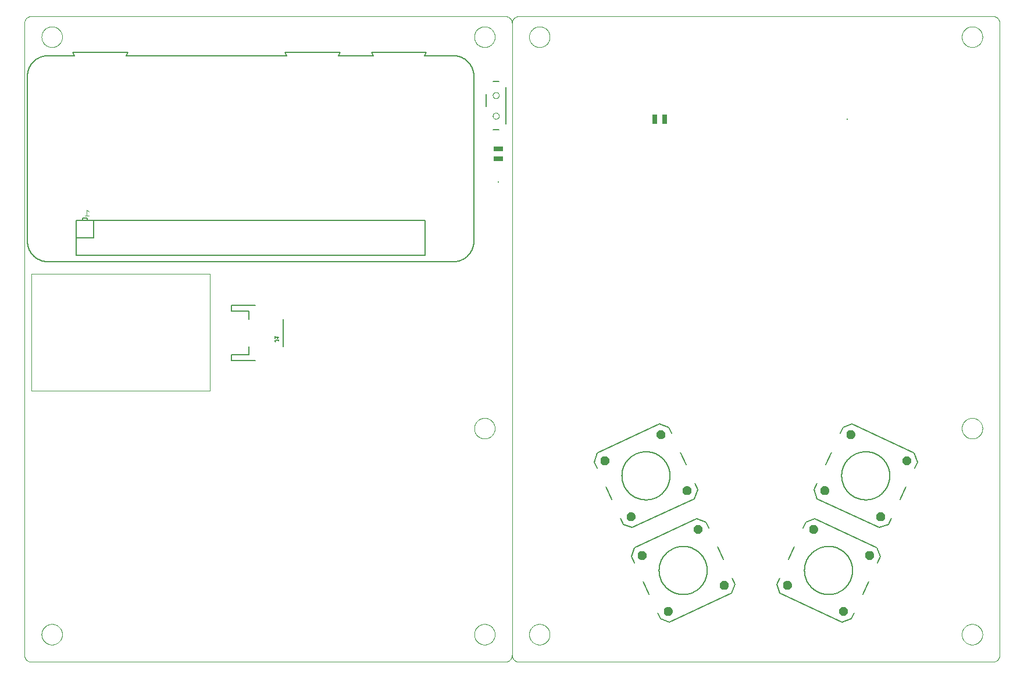
<source format=gbo>
G75*
%MOIN*%
%OFA0B0*%
%FSLAX25Y25*%
%IPPOS*%
%LPD*%
%AMOC8*
5,1,8,0,0,1.08239X$1,22.5*
%
%ADD10C,0.00000*%
%ADD11R,0.00339X0.00339*%
%ADD12R,0.01354X0.00339*%
%ADD13R,0.01016X0.00339*%
%ADD14R,0.02031X0.00339*%
%ADD15R,0.03047X0.00339*%
%ADD16R,0.03724X0.00339*%
%ADD17R,0.05079X0.00339*%
%ADD18R,0.05756X0.00339*%
%ADD19R,0.04740X0.00339*%
%ADD20R,0.01693X0.00339*%
%ADD21R,0.00677X0.00339*%
%ADD22R,0.03386X0.00339*%
%ADD23R,0.04402X0.00339*%
%ADD24R,0.02709X0.00339*%
%ADD25R,0.05417X0.00339*%
%ADD26R,0.02370X0.00339*%
%ADD27R,0.04063X0.00339*%
%ADD28R,0.06094X0.00339*%
%ADD29R,0.06772X0.00339*%
%ADD30R,1.10378X0.00339*%
%ADD31R,1.15118X0.00339*%
%ADD32R,0.65685X0.00339*%
%ADD33R,0.43339X0.00339*%
%ADD34R,0.66024X0.00339*%
%ADD35R,0.43677X0.00339*%
%ADD36R,1.14441X0.00339*%
%ADD37R,1.13764X0.00339*%
%ADD38R,1.13087X0.00339*%
%ADD39R,1.12409X0.00339*%
%ADD40R,1.11055X0.00339*%
%ADD41R,0.10496X0.00339*%
%ADD42R,0.22685X0.00339*%
%ADD43R,0.32504X0.00339*%
%ADD44R,0.06433X0.00339*%
%ADD45R,0.07787X0.00339*%
%ADD46R,0.09142X0.00339*%
%ADD47R,0.09480X0.00339*%
%ADD48R,0.09819X0.00339*%
%ADD49R,0.07110X0.00339*%
%ADD50R,0.08126X0.00339*%
%ADD51R,0.07449X0.00339*%
%ADD52R,0.11850X0.00339*%
%ADD53R,0.22346X0.00339*%
%ADD54R,0.11173X0.00339*%
%ADD55R,0.08465X0.00339*%
%ADD56R,0.08803X0.00339*%
%ADD57R,0.10157X0.00339*%
%ADD58R,0.12866X0.00339*%
%ADD59R,0.13543X0.00339*%
%ADD60R,0.00339X0.04063*%
%ADD61R,0.00339X0.00677*%
%ADD62R,0.00339X0.03047*%
%ADD63R,0.00339X0.02709*%
%ADD64R,0.00339X0.02031*%
%ADD65R,0.00339X0.01354*%
%ADD66R,0.00339X0.01693*%
%ADD67R,0.00339X0.02370*%
%ADD68R,0.00339X0.01016*%
%ADD69C,0.00500*%
%ADD70C,0.00400*%
%ADD71C,0.00394*%
%ADD72C,0.00800*%
%ADD73C,0.02756*%
%ADD74R,0.05512X0.02559*%
%ADD75R,0.00787X0.00787*%
%ADD76R,0.02559X0.05512*%
D10*
X0003248Y0006189D02*
X0003248Y0368394D01*
X0003250Y0368518D01*
X0003256Y0368641D01*
X0003265Y0368765D01*
X0003279Y0368887D01*
X0003296Y0369010D01*
X0003318Y0369132D01*
X0003343Y0369253D01*
X0003372Y0369373D01*
X0003404Y0369492D01*
X0003441Y0369611D01*
X0003481Y0369728D01*
X0003524Y0369843D01*
X0003572Y0369958D01*
X0003623Y0370070D01*
X0003677Y0370181D01*
X0003735Y0370291D01*
X0003796Y0370398D01*
X0003861Y0370504D01*
X0003929Y0370607D01*
X0004000Y0370708D01*
X0004074Y0370807D01*
X0004151Y0370904D01*
X0004232Y0370998D01*
X0004315Y0371089D01*
X0004401Y0371178D01*
X0004490Y0371264D01*
X0004581Y0371347D01*
X0004675Y0371428D01*
X0004772Y0371505D01*
X0004871Y0371579D01*
X0004972Y0371650D01*
X0005075Y0371718D01*
X0005181Y0371783D01*
X0005288Y0371844D01*
X0005398Y0371902D01*
X0005509Y0371956D01*
X0005621Y0372007D01*
X0005736Y0372055D01*
X0005851Y0372098D01*
X0005968Y0372138D01*
X0006087Y0372175D01*
X0006206Y0372207D01*
X0006326Y0372236D01*
X0006447Y0372261D01*
X0006569Y0372283D01*
X0006692Y0372300D01*
X0006814Y0372314D01*
X0006938Y0372323D01*
X0007061Y0372329D01*
X0007185Y0372331D01*
X0278839Y0372331D01*
X0278963Y0372329D01*
X0279086Y0372323D01*
X0279210Y0372314D01*
X0279332Y0372300D01*
X0279455Y0372283D01*
X0279577Y0372261D01*
X0279698Y0372236D01*
X0279818Y0372207D01*
X0279937Y0372175D01*
X0280056Y0372138D01*
X0280173Y0372098D01*
X0280288Y0372055D01*
X0280403Y0372007D01*
X0280515Y0371956D01*
X0280626Y0371902D01*
X0280736Y0371844D01*
X0280843Y0371783D01*
X0280949Y0371718D01*
X0281052Y0371650D01*
X0281153Y0371579D01*
X0281252Y0371505D01*
X0281349Y0371428D01*
X0281443Y0371347D01*
X0281534Y0371264D01*
X0281623Y0371178D01*
X0281709Y0371089D01*
X0281792Y0370998D01*
X0281873Y0370904D01*
X0281950Y0370807D01*
X0282024Y0370708D01*
X0282095Y0370607D01*
X0282163Y0370504D01*
X0282228Y0370398D01*
X0282289Y0370291D01*
X0282347Y0370181D01*
X0282401Y0370070D01*
X0282452Y0369958D01*
X0282500Y0369843D01*
X0282543Y0369728D01*
X0282583Y0369611D01*
X0282620Y0369492D01*
X0282652Y0369373D01*
X0282681Y0369253D01*
X0282706Y0369132D01*
X0282728Y0369010D01*
X0282745Y0368887D01*
X0282759Y0368765D01*
X0282768Y0368641D01*
X0282774Y0368518D01*
X0282776Y0368394D01*
X0282776Y0006189D01*
X0282778Y0006065D01*
X0282784Y0005942D01*
X0282793Y0005818D01*
X0282807Y0005696D01*
X0282824Y0005573D01*
X0282846Y0005451D01*
X0282871Y0005330D01*
X0282900Y0005210D01*
X0282932Y0005091D01*
X0282969Y0004972D01*
X0283009Y0004855D01*
X0283052Y0004740D01*
X0283100Y0004625D01*
X0283151Y0004513D01*
X0283205Y0004402D01*
X0283263Y0004292D01*
X0283324Y0004185D01*
X0283389Y0004079D01*
X0283457Y0003976D01*
X0283528Y0003875D01*
X0283602Y0003776D01*
X0283679Y0003679D01*
X0283760Y0003585D01*
X0283843Y0003494D01*
X0283929Y0003405D01*
X0284018Y0003319D01*
X0284109Y0003236D01*
X0284203Y0003155D01*
X0284300Y0003078D01*
X0284399Y0003004D01*
X0284500Y0002933D01*
X0284603Y0002865D01*
X0284709Y0002800D01*
X0284816Y0002739D01*
X0284926Y0002681D01*
X0285037Y0002627D01*
X0285149Y0002576D01*
X0285264Y0002528D01*
X0285379Y0002485D01*
X0285496Y0002445D01*
X0285615Y0002408D01*
X0285734Y0002376D01*
X0285854Y0002347D01*
X0285975Y0002322D01*
X0286097Y0002300D01*
X0286220Y0002283D01*
X0286342Y0002269D01*
X0286466Y0002260D01*
X0286589Y0002254D01*
X0286713Y0002252D01*
X0558366Y0002252D01*
X0558490Y0002254D01*
X0558613Y0002260D01*
X0558737Y0002269D01*
X0558859Y0002283D01*
X0558982Y0002300D01*
X0559104Y0002322D01*
X0559225Y0002347D01*
X0559345Y0002376D01*
X0559464Y0002408D01*
X0559583Y0002445D01*
X0559700Y0002485D01*
X0559815Y0002528D01*
X0559930Y0002576D01*
X0560042Y0002627D01*
X0560153Y0002681D01*
X0560263Y0002739D01*
X0560370Y0002800D01*
X0560476Y0002865D01*
X0560579Y0002933D01*
X0560680Y0003004D01*
X0560779Y0003078D01*
X0560876Y0003155D01*
X0560970Y0003236D01*
X0561061Y0003319D01*
X0561150Y0003405D01*
X0561236Y0003494D01*
X0561319Y0003585D01*
X0561400Y0003679D01*
X0561477Y0003776D01*
X0561551Y0003875D01*
X0561622Y0003976D01*
X0561690Y0004079D01*
X0561755Y0004185D01*
X0561816Y0004292D01*
X0561874Y0004402D01*
X0561928Y0004513D01*
X0561979Y0004625D01*
X0562027Y0004740D01*
X0562070Y0004855D01*
X0562110Y0004972D01*
X0562147Y0005091D01*
X0562179Y0005210D01*
X0562208Y0005330D01*
X0562233Y0005451D01*
X0562255Y0005573D01*
X0562272Y0005696D01*
X0562286Y0005818D01*
X0562295Y0005942D01*
X0562301Y0006065D01*
X0562303Y0006189D01*
X0562303Y0368394D01*
X0562301Y0368518D01*
X0562295Y0368641D01*
X0562286Y0368765D01*
X0562272Y0368887D01*
X0562255Y0369010D01*
X0562233Y0369132D01*
X0562208Y0369253D01*
X0562179Y0369373D01*
X0562147Y0369492D01*
X0562110Y0369611D01*
X0562070Y0369728D01*
X0562027Y0369843D01*
X0561979Y0369958D01*
X0561928Y0370070D01*
X0561874Y0370181D01*
X0561816Y0370291D01*
X0561755Y0370398D01*
X0561690Y0370504D01*
X0561622Y0370607D01*
X0561551Y0370708D01*
X0561477Y0370807D01*
X0561400Y0370904D01*
X0561319Y0370998D01*
X0561236Y0371089D01*
X0561150Y0371178D01*
X0561061Y0371264D01*
X0560970Y0371347D01*
X0560876Y0371428D01*
X0560779Y0371505D01*
X0560680Y0371579D01*
X0560579Y0371650D01*
X0560476Y0371718D01*
X0560370Y0371783D01*
X0560263Y0371844D01*
X0560153Y0371902D01*
X0560042Y0371956D01*
X0559930Y0372007D01*
X0559815Y0372055D01*
X0559700Y0372098D01*
X0559583Y0372138D01*
X0559464Y0372175D01*
X0559345Y0372207D01*
X0559225Y0372236D01*
X0559104Y0372261D01*
X0558982Y0372283D01*
X0558859Y0372300D01*
X0558737Y0372314D01*
X0558613Y0372323D01*
X0558490Y0372329D01*
X0558366Y0372331D01*
X0286713Y0372331D01*
X0286589Y0372329D01*
X0286466Y0372323D01*
X0286342Y0372314D01*
X0286220Y0372300D01*
X0286097Y0372283D01*
X0285975Y0372261D01*
X0285854Y0372236D01*
X0285734Y0372207D01*
X0285615Y0372175D01*
X0285496Y0372138D01*
X0285379Y0372098D01*
X0285264Y0372055D01*
X0285149Y0372007D01*
X0285037Y0371956D01*
X0284926Y0371902D01*
X0284816Y0371844D01*
X0284709Y0371783D01*
X0284603Y0371718D01*
X0284500Y0371650D01*
X0284399Y0371579D01*
X0284300Y0371505D01*
X0284203Y0371428D01*
X0284109Y0371347D01*
X0284018Y0371264D01*
X0283929Y0371178D01*
X0283843Y0371089D01*
X0283760Y0370998D01*
X0283679Y0370904D01*
X0283602Y0370807D01*
X0283528Y0370708D01*
X0283457Y0370607D01*
X0283389Y0370504D01*
X0283324Y0370398D01*
X0283263Y0370291D01*
X0283205Y0370181D01*
X0283151Y0370070D01*
X0283100Y0369958D01*
X0283052Y0369843D01*
X0283009Y0369728D01*
X0282969Y0369611D01*
X0282932Y0369492D01*
X0282900Y0369373D01*
X0282871Y0369253D01*
X0282846Y0369132D01*
X0282824Y0369010D01*
X0282807Y0368887D01*
X0282793Y0368765D01*
X0282784Y0368641D01*
X0282778Y0368518D01*
X0282776Y0368394D01*
X0292618Y0360520D02*
X0292620Y0360673D01*
X0292626Y0360827D01*
X0292636Y0360980D01*
X0292650Y0361132D01*
X0292668Y0361285D01*
X0292690Y0361436D01*
X0292715Y0361587D01*
X0292745Y0361738D01*
X0292779Y0361888D01*
X0292816Y0362036D01*
X0292857Y0362184D01*
X0292902Y0362330D01*
X0292951Y0362476D01*
X0293004Y0362620D01*
X0293060Y0362762D01*
X0293120Y0362903D01*
X0293184Y0363043D01*
X0293251Y0363181D01*
X0293322Y0363317D01*
X0293397Y0363451D01*
X0293474Y0363583D01*
X0293556Y0363713D01*
X0293640Y0363841D01*
X0293728Y0363967D01*
X0293819Y0364090D01*
X0293913Y0364211D01*
X0294011Y0364329D01*
X0294111Y0364445D01*
X0294215Y0364558D01*
X0294321Y0364669D01*
X0294430Y0364777D01*
X0294542Y0364882D01*
X0294656Y0364983D01*
X0294774Y0365082D01*
X0294893Y0365178D01*
X0295015Y0365271D01*
X0295140Y0365360D01*
X0295267Y0365447D01*
X0295396Y0365529D01*
X0295527Y0365609D01*
X0295660Y0365685D01*
X0295795Y0365758D01*
X0295932Y0365827D01*
X0296071Y0365892D01*
X0296211Y0365954D01*
X0296353Y0366012D01*
X0296496Y0366067D01*
X0296641Y0366118D01*
X0296787Y0366165D01*
X0296934Y0366208D01*
X0297082Y0366247D01*
X0297231Y0366283D01*
X0297381Y0366314D01*
X0297532Y0366342D01*
X0297683Y0366366D01*
X0297836Y0366386D01*
X0297988Y0366402D01*
X0298141Y0366414D01*
X0298294Y0366422D01*
X0298447Y0366426D01*
X0298601Y0366426D01*
X0298754Y0366422D01*
X0298907Y0366414D01*
X0299060Y0366402D01*
X0299212Y0366386D01*
X0299365Y0366366D01*
X0299516Y0366342D01*
X0299667Y0366314D01*
X0299817Y0366283D01*
X0299966Y0366247D01*
X0300114Y0366208D01*
X0300261Y0366165D01*
X0300407Y0366118D01*
X0300552Y0366067D01*
X0300695Y0366012D01*
X0300837Y0365954D01*
X0300977Y0365892D01*
X0301116Y0365827D01*
X0301253Y0365758D01*
X0301388Y0365685D01*
X0301521Y0365609D01*
X0301652Y0365529D01*
X0301781Y0365447D01*
X0301908Y0365360D01*
X0302033Y0365271D01*
X0302155Y0365178D01*
X0302274Y0365082D01*
X0302392Y0364983D01*
X0302506Y0364882D01*
X0302618Y0364777D01*
X0302727Y0364669D01*
X0302833Y0364558D01*
X0302937Y0364445D01*
X0303037Y0364329D01*
X0303135Y0364211D01*
X0303229Y0364090D01*
X0303320Y0363967D01*
X0303408Y0363841D01*
X0303492Y0363713D01*
X0303574Y0363583D01*
X0303651Y0363451D01*
X0303726Y0363317D01*
X0303797Y0363181D01*
X0303864Y0363043D01*
X0303928Y0362903D01*
X0303988Y0362762D01*
X0304044Y0362620D01*
X0304097Y0362476D01*
X0304146Y0362330D01*
X0304191Y0362184D01*
X0304232Y0362036D01*
X0304269Y0361888D01*
X0304303Y0361738D01*
X0304333Y0361587D01*
X0304358Y0361436D01*
X0304380Y0361285D01*
X0304398Y0361132D01*
X0304412Y0360980D01*
X0304422Y0360827D01*
X0304428Y0360673D01*
X0304430Y0360520D01*
X0304428Y0360367D01*
X0304422Y0360213D01*
X0304412Y0360060D01*
X0304398Y0359908D01*
X0304380Y0359755D01*
X0304358Y0359604D01*
X0304333Y0359453D01*
X0304303Y0359302D01*
X0304269Y0359152D01*
X0304232Y0359004D01*
X0304191Y0358856D01*
X0304146Y0358710D01*
X0304097Y0358564D01*
X0304044Y0358420D01*
X0303988Y0358278D01*
X0303928Y0358137D01*
X0303864Y0357997D01*
X0303797Y0357859D01*
X0303726Y0357723D01*
X0303651Y0357589D01*
X0303574Y0357457D01*
X0303492Y0357327D01*
X0303408Y0357199D01*
X0303320Y0357073D01*
X0303229Y0356950D01*
X0303135Y0356829D01*
X0303037Y0356711D01*
X0302937Y0356595D01*
X0302833Y0356482D01*
X0302727Y0356371D01*
X0302618Y0356263D01*
X0302506Y0356158D01*
X0302392Y0356057D01*
X0302274Y0355958D01*
X0302155Y0355862D01*
X0302033Y0355769D01*
X0301908Y0355680D01*
X0301781Y0355593D01*
X0301652Y0355511D01*
X0301521Y0355431D01*
X0301388Y0355355D01*
X0301253Y0355282D01*
X0301116Y0355213D01*
X0300977Y0355148D01*
X0300837Y0355086D01*
X0300695Y0355028D01*
X0300552Y0354973D01*
X0300407Y0354922D01*
X0300261Y0354875D01*
X0300114Y0354832D01*
X0299966Y0354793D01*
X0299817Y0354757D01*
X0299667Y0354726D01*
X0299516Y0354698D01*
X0299365Y0354674D01*
X0299212Y0354654D01*
X0299060Y0354638D01*
X0298907Y0354626D01*
X0298754Y0354618D01*
X0298601Y0354614D01*
X0298447Y0354614D01*
X0298294Y0354618D01*
X0298141Y0354626D01*
X0297988Y0354638D01*
X0297836Y0354654D01*
X0297683Y0354674D01*
X0297532Y0354698D01*
X0297381Y0354726D01*
X0297231Y0354757D01*
X0297082Y0354793D01*
X0296934Y0354832D01*
X0296787Y0354875D01*
X0296641Y0354922D01*
X0296496Y0354973D01*
X0296353Y0355028D01*
X0296211Y0355086D01*
X0296071Y0355148D01*
X0295932Y0355213D01*
X0295795Y0355282D01*
X0295660Y0355355D01*
X0295527Y0355431D01*
X0295396Y0355511D01*
X0295267Y0355593D01*
X0295140Y0355680D01*
X0295015Y0355769D01*
X0294893Y0355862D01*
X0294774Y0355958D01*
X0294656Y0356057D01*
X0294542Y0356158D01*
X0294430Y0356263D01*
X0294321Y0356371D01*
X0294215Y0356482D01*
X0294111Y0356595D01*
X0294011Y0356711D01*
X0293913Y0356829D01*
X0293819Y0356950D01*
X0293728Y0357073D01*
X0293640Y0357199D01*
X0293556Y0357327D01*
X0293474Y0357457D01*
X0293397Y0357589D01*
X0293322Y0357723D01*
X0293251Y0357859D01*
X0293184Y0357997D01*
X0293120Y0358137D01*
X0293060Y0358278D01*
X0293004Y0358420D01*
X0292951Y0358564D01*
X0292902Y0358710D01*
X0292857Y0358856D01*
X0292816Y0359004D01*
X0292779Y0359152D01*
X0292745Y0359302D01*
X0292715Y0359453D01*
X0292690Y0359604D01*
X0292668Y0359755D01*
X0292650Y0359908D01*
X0292636Y0360060D01*
X0292626Y0360213D01*
X0292620Y0360367D01*
X0292618Y0360520D01*
X0261122Y0360520D02*
X0261124Y0360673D01*
X0261130Y0360827D01*
X0261140Y0360980D01*
X0261154Y0361132D01*
X0261172Y0361285D01*
X0261194Y0361436D01*
X0261219Y0361587D01*
X0261249Y0361738D01*
X0261283Y0361888D01*
X0261320Y0362036D01*
X0261361Y0362184D01*
X0261406Y0362330D01*
X0261455Y0362476D01*
X0261508Y0362620D01*
X0261564Y0362762D01*
X0261624Y0362903D01*
X0261688Y0363043D01*
X0261755Y0363181D01*
X0261826Y0363317D01*
X0261901Y0363451D01*
X0261978Y0363583D01*
X0262060Y0363713D01*
X0262144Y0363841D01*
X0262232Y0363967D01*
X0262323Y0364090D01*
X0262417Y0364211D01*
X0262515Y0364329D01*
X0262615Y0364445D01*
X0262719Y0364558D01*
X0262825Y0364669D01*
X0262934Y0364777D01*
X0263046Y0364882D01*
X0263160Y0364983D01*
X0263278Y0365082D01*
X0263397Y0365178D01*
X0263519Y0365271D01*
X0263644Y0365360D01*
X0263771Y0365447D01*
X0263900Y0365529D01*
X0264031Y0365609D01*
X0264164Y0365685D01*
X0264299Y0365758D01*
X0264436Y0365827D01*
X0264575Y0365892D01*
X0264715Y0365954D01*
X0264857Y0366012D01*
X0265000Y0366067D01*
X0265145Y0366118D01*
X0265291Y0366165D01*
X0265438Y0366208D01*
X0265586Y0366247D01*
X0265735Y0366283D01*
X0265885Y0366314D01*
X0266036Y0366342D01*
X0266187Y0366366D01*
X0266340Y0366386D01*
X0266492Y0366402D01*
X0266645Y0366414D01*
X0266798Y0366422D01*
X0266951Y0366426D01*
X0267105Y0366426D01*
X0267258Y0366422D01*
X0267411Y0366414D01*
X0267564Y0366402D01*
X0267716Y0366386D01*
X0267869Y0366366D01*
X0268020Y0366342D01*
X0268171Y0366314D01*
X0268321Y0366283D01*
X0268470Y0366247D01*
X0268618Y0366208D01*
X0268765Y0366165D01*
X0268911Y0366118D01*
X0269056Y0366067D01*
X0269199Y0366012D01*
X0269341Y0365954D01*
X0269481Y0365892D01*
X0269620Y0365827D01*
X0269757Y0365758D01*
X0269892Y0365685D01*
X0270025Y0365609D01*
X0270156Y0365529D01*
X0270285Y0365447D01*
X0270412Y0365360D01*
X0270537Y0365271D01*
X0270659Y0365178D01*
X0270778Y0365082D01*
X0270896Y0364983D01*
X0271010Y0364882D01*
X0271122Y0364777D01*
X0271231Y0364669D01*
X0271337Y0364558D01*
X0271441Y0364445D01*
X0271541Y0364329D01*
X0271639Y0364211D01*
X0271733Y0364090D01*
X0271824Y0363967D01*
X0271912Y0363841D01*
X0271996Y0363713D01*
X0272078Y0363583D01*
X0272155Y0363451D01*
X0272230Y0363317D01*
X0272301Y0363181D01*
X0272368Y0363043D01*
X0272432Y0362903D01*
X0272492Y0362762D01*
X0272548Y0362620D01*
X0272601Y0362476D01*
X0272650Y0362330D01*
X0272695Y0362184D01*
X0272736Y0362036D01*
X0272773Y0361888D01*
X0272807Y0361738D01*
X0272837Y0361587D01*
X0272862Y0361436D01*
X0272884Y0361285D01*
X0272902Y0361132D01*
X0272916Y0360980D01*
X0272926Y0360827D01*
X0272932Y0360673D01*
X0272934Y0360520D01*
X0272932Y0360367D01*
X0272926Y0360213D01*
X0272916Y0360060D01*
X0272902Y0359908D01*
X0272884Y0359755D01*
X0272862Y0359604D01*
X0272837Y0359453D01*
X0272807Y0359302D01*
X0272773Y0359152D01*
X0272736Y0359004D01*
X0272695Y0358856D01*
X0272650Y0358710D01*
X0272601Y0358564D01*
X0272548Y0358420D01*
X0272492Y0358278D01*
X0272432Y0358137D01*
X0272368Y0357997D01*
X0272301Y0357859D01*
X0272230Y0357723D01*
X0272155Y0357589D01*
X0272078Y0357457D01*
X0271996Y0357327D01*
X0271912Y0357199D01*
X0271824Y0357073D01*
X0271733Y0356950D01*
X0271639Y0356829D01*
X0271541Y0356711D01*
X0271441Y0356595D01*
X0271337Y0356482D01*
X0271231Y0356371D01*
X0271122Y0356263D01*
X0271010Y0356158D01*
X0270896Y0356057D01*
X0270778Y0355958D01*
X0270659Y0355862D01*
X0270537Y0355769D01*
X0270412Y0355680D01*
X0270285Y0355593D01*
X0270156Y0355511D01*
X0270025Y0355431D01*
X0269892Y0355355D01*
X0269757Y0355282D01*
X0269620Y0355213D01*
X0269481Y0355148D01*
X0269341Y0355086D01*
X0269199Y0355028D01*
X0269056Y0354973D01*
X0268911Y0354922D01*
X0268765Y0354875D01*
X0268618Y0354832D01*
X0268470Y0354793D01*
X0268321Y0354757D01*
X0268171Y0354726D01*
X0268020Y0354698D01*
X0267869Y0354674D01*
X0267716Y0354654D01*
X0267564Y0354638D01*
X0267411Y0354626D01*
X0267258Y0354618D01*
X0267105Y0354614D01*
X0266951Y0354614D01*
X0266798Y0354618D01*
X0266645Y0354626D01*
X0266492Y0354638D01*
X0266340Y0354654D01*
X0266187Y0354674D01*
X0266036Y0354698D01*
X0265885Y0354726D01*
X0265735Y0354757D01*
X0265586Y0354793D01*
X0265438Y0354832D01*
X0265291Y0354875D01*
X0265145Y0354922D01*
X0265000Y0354973D01*
X0264857Y0355028D01*
X0264715Y0355086D01*
X0264575Y0355148D01*
X0264436Y0355213D01*
X0264299Y0355282D01*
X0264164Y0355355D01*
X0264031Y0355431D01*
X0263900Y0355511D01*
X0263771Y0355593D01*
X0263644Y0355680D01*
X0263519Y0355769D01*
X0263397Y0355862D01*
X0263278Y0355958D01*
X0263160Y0356057D01*
X0263046Y0356158D01*
X0262934Y0356263D01*
X0262825Y0356371D01*
X0262719Y0356482D01*
X0262615Y0356595D01*
X0262515Y0356711D01*
X0262417Y0356829D01*
X0262323Y0356950D01*
X0262232Y0357073D01*
X0262144Y0357199D01*
X0262060Y0357327D01*
X0261978Y0357457D01*
X0261901Y0357589D01*
X0261826Y0357723D01*
X0261755Y0357859D01*
X0261688Y0357997D01*
X0261624Y0358137D01*
X0261564Y0358278D01*
X0261508Y0358420D01*
X0261455Y0358564D01*
X0261406Y0358710D01*
X0261361Y0358856D01*
X0261320Y0359004D01*
X0261283Y0359152D01*
X0261249Y0359302D01*
X0261219Y0359453D01*
X0261194Y0359604D01*
X0261172Y0359755D01*
X0261154Y0359908D01*
X0261140Y0360060D01*
X0261130Y0360213D01*
X0261124Y0360367D01*
X0261122Y0360520D01*
X0271752Y0327055D02*
X0271754Y0327139D01*
X0271760Y0327222D01*
X0271770Y0327305D01*
X0271784Y0327388D01*
X0271801Y0327470D01*
X0271823Y0327551D01*
X0271848Y0327630D01*
X0271877Y0327709D01*
X0271910Y0327786D01*
X0271946Y0327861D01*
X0271986Y0327935D01*
X0272029Y0328007D01*
X0272076Y0328076D01*
X0272126Y0328143D01*
X0272179Y0328208D01*
X0272235Y0328270D01*
X0272293Y0328330D01*
X0272355Y0328387D01*
X0272419Y0328440D01*
X0272486Y0328491D01*
X0272555Y0328538D01*
X0272626Y0328583D01*
X0272699Y0328623D01*
X0272774Y0328660D01*
X0272851Y0328694D01*
X0272929Y0328724D01*
X0273008Y0328750D01*
X0273089Y0328773D01*
X0273171Y0328791D01*
X0273253Y0328806D01*
X0273336Y0328817D01*
X0273419Y0328824D01*
X0273503Y0328827D01*
X0273587Y0328826D01*
X0273670Y0328821D01*
X0273754Y0328812D01*
X0273836Y0328799D01*
X0273918Y0328783D01*
X0273999Y0328762D01*
X0274080Y0328738D01*
X0274158Y0328710D01*
X0274236Y0328678D01*
X0274312Y0328642D01*
X0274386Y0328603D01*
X0274458Y0328561D01*
X0274528Y0328515D01*
X0274596Y0328466D01*
X0274661Y0328414D01*
X0274724Y0328359D01*
X0274784Y0328301D01*
X0274842Y0328240D01*
X0274896Y0328176D01*
X0274948Y0328110D01*
X0274996Y0328042D01*
X0275041Y0327971D01*
X0275082Y0327898D01*
X0275121Y0327824D01*
X0275155Y0327748D01*
X0275186Y0327670D01*
X0275213Y0327591D01*
X0275237Y0327510D01*
X0275256Y0327429D01*
X0275272Y0327347D01*
X0275284Y0327264D01*
X0275292Y0327180D01*
X0275296Y0327097D01*
X0275296Y0327013D01*
X0275292Y0326930D01*
X0275284Y0326846D01*
X0275272Y0326763D01*
X0275256Y0326681D01*
X0275237Y0326600D01*
X0275213Y0326519D01*
X0275186Y0326440D01*
X0275155Y0326362D01*
X0275121Y0326286D01*
X0275082Y0326212D01*
X0275041Y0326139D01*
X0274996Y0326068D01*
X0274948Y0326000D01*
X0274896Y0325934D01*
X0274842Y0325870D01*
X0274784Y0325809D01*
X0274724Y0325751D01*
X0274661Y0325696D01*
X0274596Y0325644D01*
X0274528Y0325595D01*
X0274458Y0325549D01*
X0274386Y0325507D01*
X0274312Y0325468D01*
X0274236Y0325432D01*
X0274158Y0325400D01*
X0274080Y0325372D01*
X0273999Y0325348D01*
X0273918Y0325327D01*
X0273836Y0325311D01*
X0273754Y0325298D01*
X0273670Y0325289D01*
X0273587Y0325284D01*
X0273503Y0325283D01*
X0273419Y0325286D01*
X0273336Y0325293D01*
X0273253Y0325304D01*
X0273171Y0325319D01*
X0273089Y0325337D01*
X0273008Y0325360D01*
X0272929Y0325386D01*
X0272851Y0325416D01*
X0272774Y0325450D01*
X0272699Y0325487D01*
X0272626Y0325527D01*
X0272555Y0325572D01*
X0272486Y0325619D01*
X0272419Y0325670D01*
X0272355Y0325723D01*
X0272293Y0325780D01*
X0272235Y0325840D01*
X0272179Y0325902D01*
X0272126Y0325967D01*
X0272076Y0326034D01*
X0272029Y0326103D01*
X0271986Y0326175D01*
X0271946Y0326249D01*
X0271910Y0326324D01*
X0271877Y0326401D01*
X0271848Y0326480D01*
X0271823Y0326559D01*
X0271801Y0326640D01*
X0271784Y0326722D01*
X0271770Y0326805D01*
X0271760Y0326888D01*
X0271754Y0326971D01*
X0271752Y0327055D01*
X0271752Y0315244D02*
X0271754Y0315328D01*
X0271760Y0315411D01*
X0271770Y0315494D01*
X0271784Y0315577D01*
X0271801Y0315659D01*
X0271823Y0315740D01*
X0271848Y0315819D01*
X0271877Y0315898D01*
X0271910Y0315975D01*
X0271946Y0316050D01*
X0271986Y0316124D01*
X0272029Y0316196D01*
X0272076Y0316265D01*
X0272126Y0316332D01*
X0272179Y0316397D01*
X0272235Y0316459D01*
X0272293Y0316519D01*
X0272355Y0316576D01*
X0272419Y0316629D01*
X0272486Y0316680D01*
X0272555Y0316727D01*
X0272626Y0316772D01*
X0272699Y0316812D01*
X0272774Y0316849D01*
X0272851Y0316883D01*
X0272929Y0316913D01*
X0273008Y0316939D01*
X0273089Y0316962D01*
X0273171Y0316980D01*
X0273253Y0316995D01*
X0273336Y0317006D01*
X0273419Y0317013D01*
X0273503Y0317016D01*
X0273587Y0317015D01*
X0273670Y0317010D01*
X0273754Y0317001D01*
X0273836Y0316988D01*
X0273918Y0316972D01*
X0273999Y0316951D01*
X0274080Y0316927D01*
X0274158Y0316899D01*
X0274236Y0316867D01*
X0274312Y0316831D01*
X0274386Y0316792D01*
X0274458Y0316750D01*
X0274528Y0316704D01*
X0274596Y0316655D01*
X0274661Y0316603D01*
X0274724Y0316548D01*
X0274784Y0316490D01*
X0274842Y0316429D01*
X0274896Y0316365D01*
X0274948Y0316299D01*
X0274996Y0316231D01*
X0275041Y0316160D01*
X0275082Y0316087D01*
X0275121Y0316013D01*
X0275155Y0315937D01*
X0275186Y0315859D01*
X0275213Y0315780D01*
X0275237Y0315699D01*
X0275256Y0315618D01*
X0275272Y0315536D01*
X0275284Y0315453D01*
X0275292Y0315369D01*
X0275296Y0315286D01*
X0275296Y0315202D01*
X0275292Y0315119D01*
X0275284Y0315035D01*
X0275272Y0314952D01*
X0275256Y0314870D01*
X0275237Y0314789D01*
X0275213Y0314708D01*
X0275186Y0314629D01*
X0275155Y0314551D01*
X0275121Y0314475D01*
X0275082Y0314401D01*
X0275041Y0314328D01*
X0274996Y0314257D01*
X0274948Y0314189D01*
X0274896Y0314123D01*
X0274842Y0314059D01*
X0274784Y0313998D01*
X0274724Y0313940D01*
X0274661Y0313885D01*
X0274596Y0313833D01*
X0274528Y0313784D01*
X0274458Y0313738D01*
X0274386Y0313696D01*
X0274312Y0313657D01*
X0274236Y0313621D01*
X0274158Y0313589D01*
X0274080Y0313561D01*
X0273999Y0313537D01*
X0273918Y0313516D01*
X0273836Y0313500D01*
X0273754Y0313487D01*
X0273670Y0313478D01*
X0273587Y0313473D01*
X0273503Y0313472D01*
X0273419Y0313475D01*
X0273336Y0313482D01*
X0273253Y0313493D01*
X0273171Y0313508D01*
X0273089Y0313526D01*
X0273008Y0313549D01*
X0272929Y0313575D01*
X0272851Y0313605D01*
X0272774Y0313639D01*
X0272699Y0313676D01*
X0272626Y0313716D01*
X0272555Y0313761D01*
X0272486Y0313808D01*
X0272419Y0313859D01*
X0272355Y0313912D01*
X0272293Y0313969D01*
X0272235Y0314029D01*
X0272179Y0314091D01*
X0272126Y0314156D01*
X0272076Y0314223D01*
X0272029Y0314292D01*
X0271986Y0314364D01*
X0271946Y0314438D01*
X0271910Y0314513D01*
X0271877Y0314590D01*
X0271848Y0314669D01*
X0271823Y0314748D01*
X0271801Y0314829D01*
X0271784Y0314911D01*
X0271770Y0314994D01*
X0271760Y0315077D01*
X0271754Y0315160D01*
X0271752Y0315244D01*
X0013090Y0360520D02*
X0013092Y0360673D01*
X0013098Y0360827D01*
X0013108Y0360980D01*
X0013122Y0361132D01*
X0013140Y0361285D01*
X0013162Y0361436D01*
X0013187Y0361587D01*
X0013217Y0361738D01*
X0013251Y0361888D01*
X0013288Y0362036D01*
X0013329Y0362184D01*
X0013374Y0362330D01*
X0013423Y0362476D01*
X0013476Y0362620D01*
X0013532Y0362762D01*
X0013592Y0362903D01*
X0013656Y0363043D01*
X0013723Y0363181D01*
X0013794Y0363317D01*
X0013869Y0363451D01*
X0013946Y0363583D01*
X0014028Y0363713D01*
X0014112Y0363841D01*
X0014200Y0363967D01*
X0014291Y0364090D01*
X0014385Y0364211D01*
X0014483Y0364329D01*
X0014583Y0364445D01*
X0014687Y0364558D01*
X0014793Y0364669D01*
X0014902Y0364777D01*
X0015014Y0364882D01*
X0015128Y0364983D01*
X0015246Y0365082D01*
X0015365Y0365178D01*
X0015487Y0365271D01*
X0015612Y0365360D01*
X0015739Y0365447D01*
X0015868Y0365529D01*
X0015999Y0365609D01*
X0016132Y0365685D01*
X0016267Y0365758D01*
X0016404Y0365827D01*
X0016543Y0365892D01*
X0016683Y0365954D01*
X0016825Y0366012D01*
X0016968Y0366067D01*
X0017113Y0366118D01*
X0017259Y0366165D01*
X0017406Y0366208D01*
X0017554Y0366247D01*
X0017703Y0366283D01*
X0017853Y0366314D01*
X0018004Y0366342D01*
X0018155Y0366366D01*
X0018308Y0366386D01*
X0018460Y0366402D01*
X0018613Y0366414D01*
X0018766Y0366422D01*
X0018919Y0366426D01*
X0019073Y0366426D01*
X0019226Y0366422D01*
X0019379Y0366414D01*
X0019532Y0366402D01*
X0019684Y0366386D01*
X0019837Y0366366D01*
X0019988Y0366342D01*
X0020139Y0366314D01*
X0020289Y0366283D01*
X0020438Y0366247D01*
X0020586Y0366208D01*
X0020733Y0366165D01*
X0020879Y0366118D01*
X0021024Y0366067D01*
X0021167Y0366012D01*
X0021309Y0365954D01*
X0021449Y0365892D01*
X0021588Y0365827D01*
X0021725Y0365758D01*
X0021860Y0365685D01*
X0021993Y0365609D01*
X0022124Y0365529D01*
X0022253Y0365447D01*
X0022380Y0365360D01*
X0022505Y0365271D01*
X0022627Y0365178D01*
X0022746Y0365082D01*
X0022864Y0364983D01*
X0022978Y0364882D01*
X0023090Y0364777D01*
X0023199Y0364669D01*
X0023305Y0364558D01*
X0023409Y0364445D01*
X0023509Y0364329D01*
X0023607Y0364211D01*
X0023701Y0364090D01*
X0023792Y0363967D01*
X0023880Y0363841D01*
X0023964Y0363713D01*
X0024046Y0363583D01*
X0024123Y0363451D01*
X0024198Y0363317D01*
X0024269Y0363181D01*
X0024336Y0363043D01*
X0024400Y0362903D01*
X0024460Y0362762D01*
X0024516Y0362620D01*
X0024569Y0362476D01*
X0024618Y0362330D01*
X0024663Y0362184D01*
X0024704Y0362036D01*
X0024741Y0361888D01*
X0024775Y0361738D01*
X0024805Y0361587D01*
X0024830Y0361436D01*
X0024852Y0361285D01*
X0024870Y0361132D01*
X0024884Y0360980D01*
X0024894Y0360827D01*
X0024900Y0360673D01*
X0024902Y0360520D01*
X0024900Y0360367D01*
X0024894Y0360213D01*
X0024884Y0360060D01*
X0024870Y0359908D01*
X0024852Y0359755D01*
X0024830Y0359604D01*
X0024805Y0359453D01*
X0024775Y0359302D01*
X0024741Y0359152D01*
X0024704Y0359004D01*
X0024663Y0358856D01*
X0024618Y0358710D01*
X0024569Y0358564D01*
X0024516Y0358420D01*
X0024460Y0358278D01*
X0024400Y0358137D01*
X0024336Y0357997D01*
X0024269Y0357859D01*
X0024198Y0357723D01*
X0024123Y0357589D01*
X0024046Y0357457D01*
X0023964Y0357327D01*
X0023880Y0357199D01*
X0023792Y0357073D01*
X0023701Y0356950D01*
X0023607Y0356829D01*
X0023509Y0356711D01*
X0023409Y0356595D01*
X0023305Y0356482D01*
X0023199Y0356371D01*
X0023090Y0356263D01*
X0022978Y0356158D01*
X0022864Y0356057D01*
X0022746Y0355958D01*
X0022627Y0355862D01*
X0022505Y0355769D01*
X0022380Y0355680D01*
X0022253Y0355593D01*
X0022124Y0355511D01*
X0021993Y0355431D01*
X0021860Y0355355D01*
X0021725Y0355282D01*
X0021588Y0355213D01*
X0021449Y0355148D01*
X0021309Y0355086D01*
X0021167Y0355028D01*
X0021024Y0354973D01*
X0020879Y0354922D01*
X0020733Y0354875D01*
X0020586Y0354832D01*
X0020438Y0354793D01*
X0020289Y0354757D01*
X0020139Y0354726D01*
X0019988Y0354698D01*
X0019837Y0354674D01*
X0019684Y0354654D01*
X0019532Y0354638D01*
X0019379Y0354626D01*
X0019226Y0354618D01*
X0019073Y0354614D01*
X0018919Y0354614D01*
X0018766Y0354618D01*
X0018613Y0354626D01*
X0018460Y0354638D01*
X0018308Y0354654D01*
X0018155Y0354674D01*
X0018004Y0354698D01*
X0017853Y0354726D01*
X0017703Y0354757D01*
X0017554Y0354793D01*
X0017406Y0354832D01*
X0017259Y0354875D01*
X0017113Y0354922D01*
X0016968Y0354973D01*
X0016825Y0355028D01*
X0016683Y0355086D01*
X0016543Y0355148D01*
X0016404Y0355213D01*
X0016267Y0355282D01*
X0016132Y0355355D01*
X0015999Y0355431D01*
X0015868Y0355511D01*
X0015739Y0355593D01*
X0015612Y0355680D01*
X0015487Y0355769D01*
X0015365Y0355862D01*
X0015246Y0355958D01*
X0015128Y0356057D01*
X0015014Y0356158D01*
X0014902Y0356263D01*
X0014793Y0356371D01*
X0014687Y0356482D01*
X0014583Y0356595D01*
X0014483Y0356711D01*
X0014385Y0356829D01*
X0014291Y0356950D01*
X0014200Y0357073D01*
X0014112Y0357199D01*
X0014028Y0357327D01*
X0013946Y0357457D01*
X0013869Y0357589D01*
X0013794Y0357723D01*
X0013723Y0357859D01*
X0013656Y0357997D01*
X0013592Y0358137D01*
X0013532Y0358278D01*
X0013476Y0358420D01*
X0013423Y0358564D01*
X0013374Y0358710D01*
X0013329Y0358856D01*
X0013288Y0359004D01*
X0013251Y0359152D01*
X0013217Y0359302D01*
X0013187Y0359453D01*
X0013162Y0359604D01*
X0013140Y0359755D01*
X0013122Y0359908D01*
X0013108Y0360060D01*
X0013098Y0360213D01*
X0013092Y0360367D01*
X0013090Y0360520D01*
X0261122Y0136110D02*
X0261124Y0136263D01*
X0261130Y0136417D01*
X0261140Y0136570D01*
X0261154Y0136722D01*
X0261172Y0136875D01*
X0261194Y0137026D01*
X0261219Y0137177D01*
X0261249Y0137328D01*
X0261283Y0137478D01*
X0261320Y0137626D01*
X0261361Y0137774D01*
X0261406Y0137920D01*
X0261455Y0138066D01*
X0261508Y0138210D01*
X0261564Y0138352D01*
X0261624Y0138493D01*
X0261688Y0138633D01*
X0261755Y0138771D01*
X0261826Y0138907D01*
X0261901Y0139041D01*
X0261978Y0139173D01*
X0262060Y0139303D01*
X0262144Y0139431D01*
X0262232Y0139557D01*
X0262323Y0139680D01*
X0262417Y0139801D01*
X0262515Y0139919D01*
X0262615Y0140035D01*
X0262719Y0140148D01*
X0262825Y0140259D01*
X0262934Y0140367D01*
X0263046Y0140472D01*
X0263160Y0140573D01*
X0263278Y0140672D01*
X0263397Y0140768D01*
X0263519Y0140861D01*
X0263644Y0140950D01*
X0263771Y0141037D01*
X0263900Y0141119D01*
X0264031Y0141199D01*
X0264164Y0141275D01*
X0264299Y0141348D01*
X0264436Y0141417D01*
X0264575Y0141482D01*
X0264715Y0141544D01*
X0264857Y0141602D01*
X0265000Y0141657D01*
X0265145Y0141708D01*
X0265291Y0141755D01*
X0265438Y0141798D01*
X0265586Y0141837D01*
X0265735Y0141873D01*
X0265885Y0141904D01*
X0266036Y0141932D01*
X0266187Y0141956D01*
X0266340Y0141976D01*
X0266492Y0141992D01*
X0266645Y0142004D01*
X0266798Y0142012D01*
X0266951Y0142016D01*
X0267105Y0142016D01*
X0267258Y0142012D01*
X0267411Y0142004D01*
X0267564Y0141992D01*
X0267716Y0141976D01*
X0267869Y0141956D01*
X0268020Y0141932D01*
X0268171Y0141904D01*
X0268321Y0141873D01*
X0268470Y0141837D01*
X0268618Y0141798D01*
X0268765Y0141755D01*
X0268911Y0141708D01*
X0269056Y0141657D01*
X0269199Y0141602D01*
X0269341Y0141544D01*
X0269481Y0141482D01*
X0269620Y0141417D01*
X0269757Y0141348D01*
X0269892Y0141275D01*
X0270025Y0141199D01*
X0270156Y0141119D01*
X0270285Y0141037D01*
X0270412Y0140950D01*
X0270537Y0140861D01*
X0270659Y0140768D01*
X0270778Y0140672D01*
X0270896Y0140573D01*
X0271010Y0140472D01*
X0271122Y0140367D01*
X0271231Y0140259D01*
X0271337Y0140148D01*
X0271441Y0140035D01*
X0271541Y0139919D01*
X0271639Y0139801D01*
X0271733Y0139680D01*
X0271824Y0139557D01*
X0271912Y0139431D01*
X0271996Y0139303D01*
X0272078Y0139173D01*
X0272155Y0139041D01*
X0272230Y0138907D01*
X0272301Y0138771D01*
X0272368Y0138633D01*
X0272432Y0138493D01*
X0272492Y0138352D01*
X0272548Y0138210D01*
X0272601Y0138066D01*
X0272650Y0137920D01*
X0272695Y0137774D01*
X0272736Y0137626D01*
X0272773Y0137478D01*
X0272807Y0137328D01*
X0272837Y0137177D01*
X0272862Y0137026D01*
X0272884Y0136875D01*
X0272902Y0136722D01*
X0272916Y0136570D01*
X0272926Y0136417D01*
X0272932Y0136263D01*
X0272934Y0136110D01*
X0272932Y0135957D01*
X0272926Y0135803D01*
X0272916Y0135650D01*
X0272902Y0135498D01*
X0272884Y0135345D01*
X0272862Y0135194D01*
X0272837Y0135043D01*
X0272807Y0134892D01*
X0272773Y0134742D01*
X0272736Y0134594D01*
X0272695Y0134446D01*
X0272650Y0134300D01*
X0272601Y0134154D01*
X0272548Y0134010D01*
X0272492Y0133868D01*
X0272432Y0133727D01*
X0272368Y0133587D01*
X0272301Y0133449D01*
X0272230Y0133313D01*
X0272155Y0133179D01*
X0272078Y0133047D01*
X0271996Y0132917D01*
X0271912Y0132789D01*
X0271824Y0132663D01*
X0271733Y0132540D01*
X0271639Y0132419D01*
X0271541Y0132301D01*
X0271441Y0132185D01*
X0271337Y0132072D01*
X0271231Y0131961D01*
X0271122Y0131853D01*
X0271010Y0131748D01*
X0270896Y0131647D01*
X0270778Y0131548D01*
X0270659Y0131452D01*
X0270537Y0131359D01*
X0270412Y0131270D01*
X0270285Y0131183D01*
X0270156Y0131101D01*
X0270025Y0131021D01*
X0269892Y0130945D01*
X0269757Y0130872D01*
X0269620Y0130803D01*
X0269481Y0130738D01*
X0269341Y0130676D01*
X0269199Y0130618D01*
X0269056Y0130563D01*
X0268911Y0130512D01*
X0268765Y0130465D01*
X0268618Y0130422D01*
X0268470Y0130383D01*
X0268321Y0130347D01*
X0268171Y0130316D01*
X0268020Y0130288D01*
X0267869Y0130264D01*
X0267716Y0130244D01*
X0267564Y0130228D01*
X0267411Y0130216D01*
X0267258Y0130208D01*
X0267105Y0130204D01*
X0266951Y0130204D01*
X0266798Y0130208D01*
X0266645Y0130216D01*
X0266492Y0130228D01*
X0266340Y0130244D01*
X0266187Y0130264D01*
X0266036Y0130288D01*
X0265885Y0130316D01*
X0265735Y0130347D01*
X0265586Y0130383D01*
X0265438Y0130422D01*
X0265291Y0130465D01*
X0265145Y0130512D01*
X0265000Y0130563D01*
X0264857Y0130618D01*
X0264715Y0130676D01*
X0264575Y0130738D01*
X0264436Y0130803D01*
X0264299Y0130872D01*
X0264164Y0130945D01*
X0264031Y0131021D01*
X0263900Y0131101D01*
X0263771Y0131183D01*
X0263644Y0131270D01*
X0263519Y0131359D01*
X0263397Y0131452D01*
X0263278Y0131548D01*
X0263160Y0131647D01*
X0263046Y0131748D01*
X0262934Y0131853D01*
X0262825Y0131961D01*
X0262719Y0132072D01*
X0262615Y0132185D01*
X0262515Y0132301D01*
X0262417Y0132419D01*
X0262323Y0132540D01*
X0262232Y0132663D01*
X0262144Y0132789D01*
X0262060Y0132917D01*
X0261978Y0133047D01*
X0261901Y0133179D01*
X0261826Y0133313D01*
X0261755Y0133449D01*
X0261688Y0133587D01*
X0261624Y0133727D01*
X0261564Y0133868D01*
X0261508Y0134010D01*
X0261455Y0134154D01*
X0261406Y0134300D01*
X0261361Y0134446D01*
X0261320Y0134594D01*
X0261283Y0134742D01*
X0261249Y0134892D01*
X0261219Y0135043D01*
X0261194Y0135194D01*
X0261172Y0135345D01*
X0261154Y0135498D01*
X0261140Y0135650D01*
X0261130Y0135803D01*
X0261124Y0135957D01*
X0261122Y0136110D01*
X0261122Y0018000D02*
X0261124Y0018153D01*
X0261130Y0018307D01*
X0261140Y0018460D01*
X0261154Y0018612D01*
X0261172Y0018765D01*
X0261194Y0018916D01*
X0261219Y0019067D01*
X0261249Y0019218D01*
X0261283Y0019368D01*
X0261320Y0019516D01*
X0261361Y0019664D01*
X0261406Y0019810D01*
X0261455Y0019956D01*
X0261508Y0020100D01*
X0261564Y0020242D01*
X0261624Y0020383D01*
X0261688Y0020523D01*
X0261755Y0020661D01*
X0261826Y0020797D01*
X0261901Y0020931D01*
X0261978Y0021063D01*
X0262060Y0021193D01*
X0262144Y0021321D01*
X0262232Y0021447D01*
X0262323Y0021570D01*
X0262417Y0021691D01*
X0262515Y0021809D01*
X0262615Y0021925D01*
X0262719Y0022038D01*
X0262825Y0022149D01*
X0262934Y0022257D01*
X0263046Y0022362D01*
X0263160Y0022463D01*
X0263278Y0022562D01*
X0263397Y0022658D01*
X0263519Y0022751D01*
X0263644Y0022840D01*
X0263771Y0022927D01*
X0263900Y0023009D01*
X0264031Y0023089D01*
X0264164Y0023165D01*
X0264299Y0023238D01*
X0264436Y0023307D01*
X0264575Y0023372D01*
X0264715Y0023434D01*
X0264857Y0023492D01*
X0265000Y0023547D01*
X0265145Y0023598D01*
X0265291Y0023645D01*
X0265438Y0023688D01*
X0265586Y0023727D01*
X0265735Y0023763D01*
X0265885Y0023794D01*
X0266036Y0023822D01*
X0266187Y0023846D01*
X0266340Y0023866D01*
X0266492Y0023882D01*
X0266645Y0023894D01*
X0266798Y0023902D01*
X0266951Y0023906D01*
X0267105Y0023906D01*
X0267258Y0023902D01*
X0267411Y0023894D01*
X0267564Y0023882D01*
X0267716Y0023866D01*
X0267869Y0023846D01*
X0268020Y0023822D01*
X0268171Y0023794D01*
X0268321Y0023763D01*
X0268470Y0023727D01*
X0268618Y0023688D01*
X0268765Y0023645D01*
X0268911Y0023598D01*
X0269056Y0023547D01*
X0269199Y0023492D01*
X0269341Y0023434D01*
X0269481Y0023372D01*
X0269620Y0023307D01*
X0269757Y0023238D01*
X0269892Y0023165D01*
X0270025Y0023089D01*
X0270156Y0023009D01*
X0270285Y0022927D01*
X0270412Y0022840D01*
X0270537Y0022751D01*
X0270659Y0022658D01*
X0270778Y0022562D01*
X0270896Y0022463D01*
X0271010Y0022362D01*
X0271122Y0022257D01*
X0271231Y0022149D01*
X0271337Y0022038D01*
X0271441Y0021925D01*
X0271541Y0021809D01*
X0271639Y0021691D01*
X0271733Y0021570D01*
X0271824Y0021447D01*
X0271912Y0021321D01*
X0271996Y0021193D01*
X0272078Y0021063D01*
X0272155Y0020931D01*
X0272230Y0020797D01*
X0272301Y0020661D01*
X0272368Y0020523D01*
X0272432Y0020383D01*
X0272492Y0020242D01*
X0272548Y0020100D01*
X0272601Y0019956D01*
X0272650Y0019810D01*
X0272695Y0019664D01*
X0272736Y0019516D01*
X0272773Y0019368D01*
X0272807Y0019218D01*
X0272837Y0019067D01*
X0272862Y0018916D01*
X0272884Y0018765D01*
X0272902Y0018612D01*
X0272916Y0018460D01*
X0272926Y0018307D01*
X0272932Y0018153D01*
X0272934Y0018000D01*
X0272932Y0017847D01*
X0272926Y0017693D01*
X0272916Y0017540D01*
X0272902Y0017388D01*
X0272884Y0017235D01*
X0272862Y0017084D01*
X0272837Y0016933D01*
X0272807Y0016782D01*
X0272773Y0016632D01*
X0272736Y0016484D01*
X0272695Y0016336D01*
X0272650Y0016190D01*
X0272601Y0016044D01*
X0272548Y0015900D01*
X0272492Y0015758D01*
X0272432Y0015617D01*
X0272368Y0015477D01*
X0272301Y0015339D01*
X0272230Y0015203D01*
X0272155Y0015069D01*
X0272078Y0014937D01*
X0271996Y0014807D01*
X0271912Y0014679D01*
X0271824Y0014553D01*
X0271733Y0014430D01*
X0271639Y0014309D01*
X0271541Y0014191D01*
X0271441Y0014075D01*
X0271337Y0013962D01*
X0271231Y0013851D01*
X0271122Y0013743D01*
X0271010Y0013638D01*
X0270896Y0013537D01*
X0270778Y0013438D01*
X0270659Y0013342D01*
X0270537Y0013249D01*
X0270412Y0013160D01*
X0270285Y0013073D01*
X0270156Y0012991D01*
X0270025Y0012911D01*
X0269892Y0012835D01*
X0269757Y0012762D01*
X0269620Y0012693D01*
X0269481Y0012628D01*
X0269341Y0012566D01*
X0269199Y0012508D01*
X0269056Y0012453D01*
X0268911Y0012402D01*
X0268765Y0012355D01*
X0268618Y0012312D01*
X0268470Y0012273D01*
X0268321Y0012237D01*
X0268171Y0012206D01*
X0268020Y0012178D01*
X0267869Y0012154D01*
X0267716Y0012134D01*
X0267564Y0012118D01*
X0267411Y0012106D01*
X0267258Y0012098D01*
X0267105Y0012094D01*
X0266951Y0012094D01*
X0266798Y0012098D01*
X0266645Y0012106D01*
X0266492Y0012118D01*
X0266340Y0012134D01*
X0266187Y0012154D01*
X0266036Y0012178D01*
X0265885Y0012206D01*
X0265735Y0012237D01*
X0265586Y0012273D01*
X0265438Y0012312D01*
X0265291Y0012355D01*
X0265145Y0012402D01*
X0265000Y0012453D01*
X0264857Y0012508D01*
X0264715Y0012566D01*
X0264575Y0012628D01*
X0264436Y0012693D01*
X0264299Y0012762D01*
X0264164Y0012835D01*
X0264031Y0012911D01*
X0263900Y0012991D01*
X0263771Y0013073D01*
X0263644Y0013160D01*
X0263519Y0013249D01*
X0263397Y0013342D01*
X0263278Y0013438D01*
X0263160Y0013537D01*
X0263046Y0013638D01*
X0262934Y0013743D01*
X0262825Y0013851D01*
X0262719Y0013962D01*
X0262615Y0014075D01*
X0262515Y0014191D01*
X0262417Y0014309D01*
X0262323Y0014430D01*
X0262232Y0014553D01*
X0262144Y0014679D01*
X0262060Y0014807D01*
X0261978Y0014937D01*
X0261901Y0015069D01*
X0261826Y0015203D01*
X0261755Y0015339D01*
X0261688Y0015477D01*
X0261624Y0015617D01*
X0261564Y0015758D01*
X0261508Y0015900D01*
X0261455Y0016044D01*
X0261406Y0016190D01*
X0261361Y0016336D01*
X0261320Y0016484D01*
X0261283Y0016632D01*
X0261249Y0016782D01*
X0261219Y0016933D01*
X0261194Y0017084D01*
X0261172Y0017235D01*
X0261154Y0017388D01*
X0261140Y0017540D01*
X0261130Y0017693D01*
X0261124Y0017847D01*
X0261122Y0018000D01*
X0278839Y0002252D02*
X0278963Y0002254D01*
X0279086Y0002260D01*
X0279210Y0002269D01*
X0279332Y0002283D01*
X0279455Y0002300D01*
X0279577Y0002322D01*
X0279698Y0002347D01*
X0279818Y0002376D01*
X0279937Y0002408D01*
X0280056Y0002445D01*
X0280173Y0002485D01*
X0280288Y0002528D01*
X0280403Y0002576D01*
X0280515Y0002627D01*
X0280626Y0002681D01*
X0280736Y0002739D01*
X0280843Y0002800D01*
X0280949Y0002865D01*
X0281052Y0002933D01*
X0281153Y0003004D01*
X0281252Y0003078D01*
X0281349Y0003155D01*
X0281443Y0003236D01*
X0281534Y0003319D01*
X0281623Y0003405D01*
X0281709Y0003494D01*
X0281792Y0003585D01*
X0281873Y0003679D01*
X0281950Y0003776D01*
X0282024Y0003875D01*
X0282095Y0003976D01*
X0282163Y0004079D01*
X0282228Y0004185D01*
X0282289Y0004292D01*
X0282347Y0004402D01*
X0282401Y0004513D01*
X0282452Y0004625D01*
X0282500Y0004740D01*
X0282543Y0004855D01*
X0282583Y0004972D01*
X0282620Y0005091D01*
X0282652Y0005210D01*
X0282681Y0005330D01*
X0282706Y0005451D01*
X0282728Y0005573D01*
X0282745Y0005696D01*
X0282759Y0005818D01*
X0282768Y0005942D01*
X0282774Y0006065D01*
X0282776Y0006189D01*
X0278839Y0002252D02*
X0007185Y0002252D01*
X0007061Y0002254D01*
X0006938Y0002260D01*
X0006814Y0002269D01*
X0006692Y0002283D01*
X0006569Y0002300D01*
X0006447Y0002322D01*
X0006326Y0002347D01*
X0006206Y0002376D01*
X0006087Y0002408D01*
X0005968Y0002445D01*
X0005851Y0002485D01*
X0005736Y0002528D01*
X0005621Y0002576D01*
X0005509Y0002627D01*
X0005398Y0002681D01*
X0005288Y0002739D01*
X0005181Y0002800D01*
X0005075Y0002865D01*
X0004972Y0002933D01*
X0004871Y0003004D01*
X0004772Y0003078D01*
X0004675Y0003155D01*
X0004581Y0003236D01*
X0004490Y0003319D01*
X0004401Y0003405D01*
X0004315Y0003494D01*
X0004232Y0003585D01*
X0004151Y0003679D01*
X0004074Y0003776D01*
X0004000Y0003875D01*
X0003929Y0003976D01*
X0003861Y0004079D01*
X0003796Y0004185D01*
X0003735Y0004292D01*
X0003677Y0004402D01*
X0003623Y0004513D01*
X0003572Y0004625D01*
X0003524Y0004740D01*
X0003481Y0004855D01*
X0003441Y0004972D01*
X0003404Y0005091D01*
X0003372Y0005210D01*
X0003343Y0005330D01*
X0003318Y0005451D01*
X0003296Y0005573D01*
X0003279Y0005696D01*
X0003265Y0005818D01*
X0003256Y0005942D01*
X0003250Y0006065D01*
X0003248Y0006189D01*
X0013090Y0018000D02*
X0013092Y0018153D01*
X0013098Y0018307D01*
X0013108Y0018460D01*
X0013122Y0018612D01*
X0013140Y0018765D01*
X0013162Y0018916D01*
X0013187Y0019067D01*
X0013217Y0019218D01*
X0013251Y0019368D01*
X0013288Y0019516D01*
X0013329Y0019664D01*
X0013374Y0019810D01*
X0013423Y0019956D01*
X0013476Y0020100D01*
X0013532Y0020242D01*
X0013592Y0020383D01*
X0013656Y0020523D01*
X0013723Y0020661D01*
X0013794Y0020797D01*
X0013869Y0020931D01*
X0013946Y0021063D01*
X0014028Y0021193D01*
X0014112Y0021321D01*
X0014200Y0021447D01*
X0014291Y0021570D01*
X0014385Y0021691D01*
X0014483Y0021809D01*
X0014583Y0021925D01*
X0014687Y0022038D01*
X0014793Y0022149D01*
X0014902Y0022257D01*
X0015014Y0022362D01*
X0015128Y0022463D01*
X0015246Y0022562D01*
X0015365Y0022658D01*
X0015487Y0022751D01*
X0015612Y0022840D01*
X0015739Y0022927D01*
X0015868Y0023009D01*
X0015999Y0023089D01*
X0016132Y0023165D01*
X0016267Y0023238D01*
X0016404Y0023307D01*
X0016543Y0023372D01*
X0016683Y0023434D01*
X0016825Y0023492D01*
X0016968Y0023547D01*
X0017113Y0023598D01*
X0017259Y0023645D01*
X0017406Y0023688D01*
X0017554Y0023727D01*
X0017703Y0023763D01*
X0017853Y0023794D01*
X0018004Y0023822D01*
X0018155Y0023846D01*
X0018308Y0023866D01*
X0018460Y0023882D01*
X0018613Y0023894D01*
X0018766Y0023902D01*
X0018919Y0023906D01*
X0019073Y0023906D01*
X0019226Y0023902D01*
X0019379Y0023894D01*
X0019532Y0023882D01*
X0019684Y0023866D01*
X0019837Y0023846D01*
X0019988Y0023822D01*
X0020139Y0023794D01*
X0020289Y0023763D01*
X0020438Y0023727D01*
X0020586Y0023688D01*
X0020733Y0023645D01*
X0020879Y0023598D01*
X0021024Y0023547D01*
X0021167Y0023492D01*
X0021309Y0023434D01*
X0021449Y0023372D01*
X0021588Y0023307D01*
X0021725Y0023238D01*
X0021860Y0023165D01*
X0021993Y0023089D01*
X0022124Y0023009D01*
X0022253Y0022927D01*
X0022380Y0022840D01*
X0022505Y0022751D01*
X0022627Y0022658D01*
X0022746Y0022562D01*
X0022864Y0022463D01*
X0022978Y0022362D01*
X0023090Y0022257D01*
X0023199Y0022149D01*
X0023305Y0022038D01*
X0023409Y0021925D01*
X0023509Y0021809D01*
X0023607Y0021691D01*
X0023701Y0021570D01*
X0023792Y0021447D01*
X0023880Y0021321D01*
X0023964Y0021193D01*
X0024046Y0021063D01*
X0024123Y0020931D01*
X0024198Y0020797D01*
X0024269Y0020661D01*
X0024336Y0020523D01*
X0024400Y0020383D01*
X0024460Y0020242D01*
X0024516Y0020100D01*
X0024569Y0019956D01*
X0024618Y0019810D01*
X0024663Y0019664D01*
X0024704Y0019516D01*
X0024741Y0019368D01*
X0024775Y0019218D01*
X0024805Y0019067D01*
X0024830Y0018916D01*
X0024852Y0018765D01*
X0024870Y0018612D01*
X0024884Y0018460D01*
X0024894Y0018307D01*
X0024900Y0018153D01*
X0024902Y0018000D01*
X0024900Y0017847D01*
X0024894Y0017693D01*
X0024884Y0017540D01*
X0024870Y0017388D01*
X0024852Y0017235D01*
X0024830Y0017084D01*
X0024805Y0016933D01*
X0024775Y0016782D01*
X0024741Y0016632D01*
X0024704Y0016484D01*
X0024663Y0016336D01*
X0024618Y0016190D01*
X0024569Y0016044D01*
X0024516Y0015900D01*
X0024460Y0015758D01*
X0024400Y0015617D01*
X0024336Y0015477D01*
X0024269Y0015339D01*
X0024198Y0015203D01*
X0024123Y0015069D01*
X0024046Y0014937D01*
X0023964Y0014807D01*
X0023880Y0014679D01*
X0023792Y0014553D01*
X0023701Y0014430D01*
X0023607Y0014309D01*
X0023509Y0014191D01*
X0023409Y0014075D01*
X0023305Y0013962D01*
X0023199Y0013851D01*
X0023090Y0013743D01*
X0022978Y0013638D01*
X0022864Y0013537D01*
X0022746Y0013438D01*
X0022627Y0013342D01*
X0022505Y0013249D01*
X0022380Y0013160D01*
X0022253Y0013073D01*
X0022124Y0012991D01*
X0021993Y0012911D01*
X0021860Y0012835D01*
X0021725Y0012762D01*
X0021588Y0012693D01*
X0021449Y0012628D01*
X0021309Y0012566D01*
X0021167Y0012508D01*
X0021024Y0012453D01*
X0020879Y0012402D01*
X0020733Y0012355D01*
X0020586Y0012312D01*
X0020438Y0012273D01*
X0020289Y0012237D01*
X0020139Y0012206D01*
X0019988Y0012178D01*
X0019837Y0012154D01*
X0019684Y0012134D01*
X0019532Y0012118D01*
X0019379Y0012106D01*
X0019226Y0012098D01*
X0019073Y0012094D01*
X0018919Y0012094D01*
X0018766Y0012098D01*
X0018613Y0012106D01*
X0018460Y0012118D01*
X0018308Y0012134D01*
X0018155Y0012154D01*
X0018004Y0012178D01*
X0017853Y0012206D01*
X0017703Y0012237D01*
X0017554Y0012273D01*
X0017406Y0012312D01*
X0017259Y0012355D01*
X0017113Y0012402D01*
X0016968Y0012453D01*
X0016825Y0012508D01*
X0016683Y0012566D01*
X0016543Y0012628D01*
X0016404Y0012693D01*
X0016267Y0012762D01*
X0016132Y0012835D01*
X0015999Y0012911D01*
X0015868Y0012991D01*
X0015739Y0013073D01*
X0015612Y0013160D01*
X0015487Y0013249D01*
X0015365Y0013342D01*
X0015246Y0013438D01*
X0015128Y0013537D01*
X0015014Y0013638D01*
X0014902Y0013743D01*
X0014793Y0013851D01*
X0014687Y0013962D01*
X0014583Y0014075D01*
X0014483Y0014191D01*
X0014385Y0014309D01*
X0014291Y0014430D01*
X0014200Y0014553D01*
X0014112Y0014679D01*
X0014028Y0014807D01*
X0013946Y0014937D01*
X0013869Y0015069D01*
X0013794Y0015203D01*
X0013723Y0015339D01*
X0013656Y0015477D01*
X0013592Y0015617D01*
X0013532Y0015758D01*
X0013476Y0015900D01*
X0013423Y0016044D01*
X0013374Y0016190D01*
X0013329Y0016336D01*
X0013288Y0016484D01*
X0013251Y0016632D01*
X0013217Y0016782D01*
X0013187Y0016933D01*
X0013162Y0017084D01*
X0013140Y0017235D01*
X0013122Y0017388D01*
X0013108Y0017540D01*
X0013098Y0017693D01*
X0013092Y0017847D01*
X0013090Y0018000D01*
X0292618Y0018000D02*
X0292620Y0018153D01*
X0292626Y0018307D01*
X0292636Y0018460D01*
X0292650Y0018612D01*
X0292668Y0018765D01*
X0292690Y0018916D01*
X0292715Y0019067D01*
X0292745Y0019218D01*
X0292779Y0019368D01*
X0292816Y0019516D01*
X0292857Y0019664D01*
X0292902Y0019810D01*
X0292951Y0019956D01*
X0293004Y0020100D01*
X0293060Y0020242D01*
X0293120Y0020383D01*
X0293184Y0020523D01*
X0293251Y0020661D01*
X0293322Y0020797D01*
X0293397Y0020931D01*
X0293474Y0021063D01*
X0293556Y0021193D01*
X0293640Y0021321D01*
X0293728Y0021447D01*
X0293819Y0021570D01*
X0293913Y0021691D01*
X0294011Y0021809D01*
X0294111Y0021925D01*
X0294215Y0022038D01*
X0294321Y0022149D01*
X0294430Y0022257D01*
X0294542Y0022362D01*
X0294656Y0022463D01*
X0294774Y0022562D01*
X0294893Y0022658D01*
X0295015Y0022751D01*
X0295140Y0022840D01*
X0295267Y0022927D01*
X0295396Y0023009D01*
X0295527Y0023089D01*
X0295660Y0023165D01*
X0295795Y0023238D01*
X0295932Y0023307D01*
X0296071Y0023372D01*
X0296211Y0023434D01*
X0296353Y0023492D01*
X0296496Y0023547D01*
X0296641Y0023598D01*
X0296787Y0023645D01*
X0296934Y0023688D01*
X0297082Y0023727D01*
X0297231Y0023763D01*
X0297381Y0023794D01*
X0297532Y0023822D01*
X0297683Y0023846D01*
X0297836Y0023866D01*
X0297988Y0023882D01*
X0298141Y0023894D01*
X0298294Y0023902D01*
X0298447Y0023906D01*
X0298601Y0023906D01*
X0298754Y0023902D01*
X0298907Y0023894D01*
X0299060Y0023882D01*
X0299212Y0023866D01*
X0299365Y0023846D01*
X0299516Y0023822D01*
X0299667Y0023794D01*
X0299817Y0023763D01*
X0299966Y0023727D01*
X0300114Y0023688D01*
X0300261Y0023645D01*
X0300407Y0023598D01*
X0300552Y0023547D01*
X0300695Y0023492D01*
X0300837Y0023434D01*
X0300977Y0023372D01*
X0301116Y0023307D01*
X0301253Y0023238D01*
X0301388Y0023165D01*
X0301521Y0023089D01*
X0301652Y0023009D01*
X0301781Y0022927D01*
X0301908Y0022840D01*
X0302033Y0022751D01*
X0302155Y0022658D01*
X0302274Y0022562D01*
X0302392Y0022463D01*
X0302506Y0022362D01*
X0302618Y0022257D01*
X0302727Y0022149D01*
X0302833Y0022038D01*
X0302937Y0021925D01*
X0303037Y0021809D01*
X0303135Y0021691D01*
X0303229Y0021570D01*
X0303320Y0021447D01*
X0303408Y0021321D01*
X0303492Y0021193D01*
X0303574Y0021063D01*
X0303651Y0020931D01*
X0303726Y0020797D01*
X0303797Y0020661D01*
X0303864Y0020523D01*
X0303928Y0020383D01*
X0303988Y0020242D01*
X0304044Y0020100D01*
X0304097Y0019956D01*
X0304146Y0019810D01*
X0304191Y0019664D01*
X0304232Y0019516D01*
X0304269Y0019368D01*
X0304303Y0019218D01*
X0304333Y0019067D01*
X0304358Y0018916D01*
X0304380Y0018765D01*
X0304398Y0018612D01*
X0304412Y0018460D01*
X0304422Y0018307D01*
X0304428Y0018153D01*
X0304430Y0018000D01*
X0304428Y0017847D01*
X0304422Y0017693D01*
X0304412Y0017540D01*
X0304398Y0017388D01*
X0304380Y0017235D01*
X0304358Y0017084D01*
X0304333Y0016933D01*
X0304303Y0016782D01*
X0304269Y0016632D01*
X0304232Y0016484D01*
X0304191Y0016336D01*
X0304146Y0016190D01*
X0304097Y0016044D01*
X0304044Y0015900D01*
X0303988Y0015758D01*
X0303928Y0015617D01*
X0303864Y0015477D01*
X0303797Y0015339D01*
X0303726Y0015203D01*
X0303651Y0015069D01*
X0303574Y0014937D01*
X0303492Y0014807D01*
X0303408Y0014679D01*
X0303320Y0014553D01*
X0303229Y0014430D01*
X0303135Y0014309D01*
X0303037Y0014191D01*
X0302937Y0014075D01*
X0302833Y0013962D01*
X0302727Y0013851D01*
X0302618Y0013743D01*
X0302506Y0013638D01*
X0302392Y0013537D01*
X0302274Y0013438D01*
X0302155Y0013342D01*
X0302033Y0013249D01*
X0301908Y0013160D01*
X0301781Y0013073D01*
X0301652Y0012991D01*
X0301521Y0012911D01*
X0301388Y0012835D01*
X0301253Y0012762D01*
X0301116Y0012693D01*
X0300977Y0012628D01*
X0300837Y0012566D01*
X0300695Y0012508D01*
X0300552Y0012453D01*
X0300407Y0012402D01*
X0300261Y0012355D01*
X0300114Y0012312D01*
X0299966Y0012273D01*
X0299817Y0012237D01*
X0299667Y0012206D01*
X0299516Y0012178D01*
X0299365Y0012154D01*
X0299212Y0012134D01*
X0299060Y0012118D01*
X0298907Y0012106D01*
X0298754Y0012098D01*
X0298601Y0012094D01*
X0298447Y0012094D01*
X0298294Y0012098D01*
X0298141Y0012106D01*
X0297988Y0012118D01*
X0297836Y0012134D01*
X0297683Y0012154D01*
X0297532Y0012178D01*
X0297381Y0012206D01*
X0297231Y0012237D01*
X0297082Y0012273D01*
X0296934Y0012312D01*
X0296787Y0012355D01*
X0296641Y0012402D01*
X0296496Y0012453D01*
X0296353Y0012508D01*
X0296211Y0012566D01*
X0296071Y0012628D01*
X0295932Y0012693D01*
X0295795Y0012762D01*
X0295660Y0012835D01*
X0295527Y0012911D01*
X0295396Y0012991D01*
X0295267Y0013073D01*
X0295140Y0013160D01*
X0295015Y0013249D01*
X0294893Y0013342D01*
X0294774Y0013438D01*
X0294656Y0013537D01*
X0294542Y0013638D01*
X0294430Y0013743D01*
X0294321Y0013851D01*
X0294215Y0013962D01*
X0294111Y0014075D01*
X0294011Y0014191D01*
X0293913Y0014309D01*
X0293819Y0014430D01*
X0293728Y0014553D01*
X0293640Y0014679D01*
X0293556Y0014807D01*
X0293474Y0014937D01*
X0293397Y0015069D01*
X0293322Y0015203D01*
X0293251Y0015339D01*
X0293184Y0015477D01*
X0293120Y0015617D01*
X0293060Y0015758D01*
X0293004Y0015900D01*
X0292951Y0016044D01*
X0292902Y0016190D01*
X0292857Y0016336D01*
X0292816Y0016484D01*
X0292779Y0016632D01*
X0292745Y0016782D01*
X0292715Y0016933D01*
X0292690Y0017084D01*
X0292668Y0017235D01*
X0292650Y0017388D01*
X0292636Y0017540D01*
X0292626Y0017693D01*
X0292620Y0017847D01*
X0292618Y0018000D01*
X0540649Y0018000D02*
X0540651Y0018153D01*
X0540657Y0018307D01*
X0540667Y0018460D01*
X0540681Y0018612D01*
X0540699Y0018765D01*
X0540721Y0018916D01*
X0540746Y0019067D01*
X0540776Y0019218D01*
X0540810Y0019368D01*
X0540847Y0019516D01*
X0540888Y0019664D01*
X0540933Y0019810D01*
X0540982Y0019956D01*
X0541035Y0020100D01*
X0541091Y0020242D01*
X0541151Y0020383D01*
X0541215Y0020523D01*
X0541282Y0020661D01*
X0541353Y0020797D01*
X0541428Y0020931D01*
X0541505Y0021063D01*
X0541587Y0021193D01*
X0541671Y0021321D01*
X0541759Y0021447D01*
X0541850Y0021570D01*
X0541944Y0021691D01*
X0542042Y0021809D01*
X0542142Y0021925D01*
X0542246Y0022038D01*
X0542352Y0022149D01*
X0542461Y0022257D01*
X0542573Y0022362D01*
X0542687Y0022463D01*
X0542805Y0022562D01*
X0542924Y0022658D01*
X0543046Y0022751D01*
X0543171Y0022840D01*
X0543298Y0022927D01*
X0543427Y0023009D01*
X0543558Y0023089D01*
X0543691Y0023165D01*
X0543826Y0023238D01*
X0543963Y0023307D01*
X0544102Y0023372D01*
X0544242Y0023434D01*
X0544384Y0023492D01*
X0544527Y0023547D01*
X0544672Y0023598D01*
X0544818Y0023645D01*
X0544965Y0023688D01*
X0545113Y0023727D01*
X0545262Y0023763D01*
X0545412Y0023794D01*
X0545563Y0023822D01*
X0545714Y0023846D01*
X0545867Y0023866D01*
X0546019Y0023882D01*
X0546172Y0023894D01*
X0546325Y0023902D01*
X0546478Y0023906D01*
X0546632Y0023906D01*
X0546785Y0023902D01*
X0546938Y0023894D01*
X0547091Y0023882D01*
X0547243Y0023866D01*
X0547396Y0023846D01*
X0547547Y0023822D01*
X0547698Y0023794D01*
X0547848Y0023763D01*
X0547997Y0023727D01*
X0548145Y0023688D01*
X0548292Y0023645D01*
X0548438Y0023598D01*
X0548583Y0023547D01*
X0548726Y0023492D01*
X0548868Y0023434D01*
X0549008Y0023372D01*
X0549147Y0023307D01*
X0549284Y0023238D01*
X0549419Y0023165D01*
X0549552Y0023089D01*
X0549683Y0023009D01*
X0549812Y0022927D01*
X0549939Y0022840D01*
X0550064Y0022751D01*
X0550186Y0022658D01*
X0550305Y0022562D01*
X0550423Y0022463D01*
X0550537Y0022362D01*
X0550649Y0022257D01*
X0550758Y0022149D01*
X0550864Y0022038D01*
X0550968Y0021925D01*
X0551068Y0021809D01*
X0551166Y0021691D01*
X0551260Y0021570D01*
X0551351Y0021447D01*
X0551439Y0021321D01*
X0551523Y0021193D01*
X0551605Y0021063D01*
X0551682Y0020931D01*
X0551757Y0020797D01*
X0551828Y0020661D01*
X0551895Y0020523D01*
X0551959Y0020383D01*
X0552019Y0020242D01*
X0552075Y0020100D01*
X0552128Y0019956D01*
X0552177Y0019810D01*
X0552222Y0019664D01*
X0552263Y0019516D01*
X0552300Y0019368D01*
X0552334Y0019218D01*
X0552364Y0019067D01*
X0552389Y0018916D01*
X0552411Y0018765D01*
X0552429Y0018612D01*
X0552443Y0018460D01*
X0552453Y0018307D01*
X0552459Y0018153D01*
X0552461Y0018000D01*
X0552459Y0017847D01*
X0552453Y0017693D01*
X0552443Y0017540D01*
X0552429Y0017388D01*
X0552411Y0017235D01*
X0552389Y0017084D01*
X0552364Y0016933D01*
X0552334Y0016782D01*
X0552300Y0016632D01*
X0552263Y0016484D01*
X0552222Y0016336D01*
X0552177Y0016190D01*
X0552128Y0016044D01*
X0552075Y0015900D01*
X0552019Y0015758D01*
X0551959Y0015617D01*
X0551895Y0015477D01*
X0551828Y0015339D01*
X0551757Y0015203D01*
X0551682Y0015069D01*
X0551605Y0014937D01*
X0551523Y0014807D01*
X0551439Y0014679D01*
X0551351Y0014553D01*
X0551260Y0014430D01*
X0551166Y0014309D01*
X0551068Y0014191D01*
X0550968Y0014075D01*
X0550864Y0013962D01*
X0550758Y0013851D01*
X0550649Y0013743D01*
X0550537Y0013638D01*
X0550423Y0013537D01*
X0550305Y0013438D01*
X0550186Y0013342D01*
X0550064Y0013249D01*
X0549939Y0013160D01*
X0549812Y0013073D01*
X0549683Y0012991D01*
X0549552Y0012911D01*
X0549419Y0012835D01*
X0549284Y0012762D01*
X0549147Y0012693D01*
X0549008Y0012628D01*
X0548868Y0012566D01*
X0548726Y0012508D01*
X0548583Y0012453D01*
X0548438Y0012402D01*
X0548292Y0012355D01*
X0548145Y0012312D01*
X0547997Y0012273D01*
X0547848Y0012237D01*
X0547698Y0012206D01*
X0547547Y0012178D01*
X0547396Y0012154D01*
X0547243Y0012134D01*
X0547091Y0012118D01*
X0546938Y0012106D01*
X0546785Y0012098D01*
X0546632Y0012094D01*
X0546478Y0012094D01*
X0546325Y0012098D01*
X0546172Y0012106D01*
X0546019Y0012118D01*
X0545867Y0012134D01*
X0545714Y0012154D01*
X0545563Y0012178D01*
X0545412Y0012206D01*
X0545262Y0012237D01*
X0545113Y0012273D01*
X0544965Y0012312D01*
X0544818Y0012355D01*
X0544672Y0012402D01*
X0544527Y0012453D01*
X0544384Y0012508D01*
X0544242Y0012566D01*
X0544102Y0012628D01*
X0543963Y0012693D01*
X0543826Y0012762D01*
X0543691Y0012835D01*
X0543558Y0012911D01*
X0543427Y0012991D01*
X0543298Y0013073D01*
X0543171Y0013160D01*
X0543046Y0013249D01*
X0542924Y0013342D01*
X0542805Y0013438D01*
X0542687Y0013537D01*
X0542573Y0013638D01*
X0542461Y0013743D01*
X0542352Y0013851D01*
X0542246Y0013962D01*
X0542142Y0014075D01*
X0542042Y0014191D01*
X0541944Y0014309D01*
X0541850Y0014430D01*
X0541759Y0014553D01*
X0541671Y0014679D01*
X0541587Y0014807D01*
X0541505Y0014937D01*
X0541428Y0015069D01*
X0541353Y0015203D01*
X0541282Y0015339D01*
X0541215Y0015477D01*
X0541151Y0015617D01*
X0541091Y0015758D01*
X0541035Y0015900D01*
X0540982Y0016044D01*
X0540933Y0016190D01*
X0540888Y0016336D01*
X0540847Y0016484D01*
X0540810Y0016632D01*
X0540776Y0016782D01*
X0540746Y0016933D01*
X0540721Y0017084D01*
X0540699Y0017235D01*
X0540681Y0017388D01*
X0540667Y0017540D01*
X0540657Y0017693D01*
X0540651Y0017847D01*
X0540649Y0018000D01*
X0540649Y0136110D02*
X0540651Y0136263D01*
X0540657Y0136417D01*
X0540667Y0136570D01*
X0540681Y0136722D01*
X0540699Y0136875D01*
X0540721Y0137026D01*
X0540746Y0137177D01*
X0540776Y0137328D01*
X0540810Y0137478D01*
X0540847Y0137626D01*
X0540888Y0137774D01*
X0540933Y0137920D01*
X0540982Y0138066D01*
X0541035Y0138210D01*
X0541091Y0138352D01*
X0541151Y0138493D01*
X0541215Y0138633D01*
X0541282Y0138771D01*
X0541353Y0138907D01*
X0541428Y0139041D01*
X0541505Y0139173D01*
X0541587Y0139303D01*
X0541671Y0139431D01*
X0541759Y0139557D01*
X0541850Y0139680D01*
X0541944Y0139801D01*
X0542042Y0139919D01*
X0542142Y0140035D01*
X0542246Y0140148D01*
X0542352Y0140259D01*
X0542461Y0140367D01*
X0542573Y0140472D01*
X0542687Y0140573D01*
X0542805Y0140672D01*
X0542924Y0140768D01*
X0543046Y0140861D01*
X0543171Y0140950D01*
X0543298Y0141037D01*
X0543427Y0141119D01*
X0543558Y0141199D01*
X0543691Y0141275D01*
X0543826Y0141348D01*
X0543963Y0141417D01*
X0544102Y0141482D01*
X0544242Y0141544D01*
X0544384Y0141602D01*
X0544527Y0141657D01*
X0544672Y0141708D01*
X0544818Y0141755D01*
X0544965Y0141798D01*
X0545113Y0141837D01*
X0545262Y0141873D01*
X0545412Y0141904D01*
X0545563Y0141932D01*
X0545714Y0141956D01*
X0545867Y0141976D01*
X0546019Y0141992D01*
X0546172Y0142004D01*
X0546325Y0142012D01*
X0546478Y0142016D01*
X0546632Y0142016D01*
X0546785Y0142012D01*
X0546938Y0142004D01*
X0547091Y0141992D01*
X0547243Y0141976D01*
X0547396Y0141956D01*
X0547547Y0141932D01*
X0547698Y0141904D01*
X0547848Y0141873D01*
X0547997Y0141837D01*
X0548145Y0141798D01*
X0548292Y0141755D01*
X0548438Y0141708D01*
X0548583Y0141657D01*
X0548726Y0141602D01*
X0548868Y0141544D01*
X0549008Y0141482D01*
X0549147Y0141417D01*
X0549284Y0141348D01*
X0549419Y0141275D01*
X0549552Y0141199D01*
X0549683Y0141119D01*
X0549812Y0141037D01*
X0549939Y0140950D01*
X0550064Y0140861D01*
X0550186Y0140768D01*
X0550305Y0140672D01*
X0550423Y0140573D01*
X0550537Y0140472D01*
X0550649Y0140367D01*
X0550758Y0140259D01*
X0550864Y0140148D01*
X0550968Y0140035D01*
X0551068Y0139919D01*
X0551166Y0139801D01*
X0551260Y0139680D01*
X0551351Y0139557D01*
X0551439Y0139431D01*
X0551523Y0139303D01*
X0551605Y0139173D01*
X0551682Y0139041D01*
X0551757Y0138907D01*
X0551828Y0138771D01*
X0551895Y0138633D01*
X0551959Y0138493D01*
X0552019Y0138352D01*
X0552075Y0138210D01*
X0552128Y0138066D01*
X0552177Y0137920D01*
X0552222Y0137774D01*
X0552263Y0137626D01*
X0552300Y0137478D01*
X0552334Y0137328D01*
X0552364Y0137177D01*
X0552389Y0137026D01*
X0552411Y0136875D01*
X0552429Y0136722D01*
X0552443Y0136570D01*
X0552453Y0136417D01*
X0552459Y0136263D01*
X0552461Y0136110D01*
X0552459Y0135957D01*
X0552453Y0135803D01*
X0552443Y0135650D01*
X0552429Y0135498D01*
X0552411Y0135345D01*
X0552389Y0135194D01*
X0552364Y0135043D01*
X0552334Y0134892D01*
X0552300Y0134742D01*
X0552263Y0134594D01*
X0552222Y0134446D01*
X0552177Y0134300D01*
X0552128Y0134154D01*
X0552075Y0134010D01*
X0552019Y0133868D01*
X0551959Y0133727D01*
X0551895Y0133587D01*
X0551828Y0133449D01*
X0551757Y0133313D01*
X0551682Y0133179D01*
X0551605Y0133047D01*
X0551523Y0132917D01*
X0551439Y0132789D01*
X0551351Y0132663D01*
X0551260Y0132540D01*
X0551166Y0132419D01*
X0551068Y0132301D01*
X0550968Y0132185D01*
X0550864Y0132072D01*
X0550758Y0131961D01*
X0550649Y0131853D01*
X0550537Y0131748D01*
X0550423Y0131647D01*
X0550305Y0131548D01*
X0550186Y0131452D01*
X0550064Y0131359D01*
X0549939Y0131270D01*
X0549812Y0131183D01*
X0549683Y0131101D01*
X0549552Y0131021D01*
X0549419Y0130945D01*
X0549284Y0130872D01*
X0549147Y0130803D01*
X0549008Y0130738D01*
X0548868Y0130676D01*
X0548726Y0130618D01*
X0548583Y0130563D01*
X0548438Y0130512D01*
X0548292Y0130465D01*
X0548145Y0130422D01*
X0547997Y0130383D01*
X0547848Y0130347D01*
X0547698Y0130316D01*
X0547547Y0130288D01*
X0547396Y0130264D01*
X0547243Y0130244D01*
X0547091Y0130228D01*
X0546938Y0130216D01*
X0546785Y0130208D01*
X0546632Y0130204D01*
X0546478Y0130204D01*
X0546325Y0130208D01*
X0546172Y0130216D01*
X0546019Y0130228D01*
X0545867Y0130244D01*
X0545714Y0130264D01*
X0545563Y0130288D01*
X0545412Y0130316D01*
X0545262Y0130347D01*
X0545113Y0130383D01*
X0544965Y0130422D01*
X0544818Y0130465D01*
X0544672Y0130512D01*
X0544527Y0130563D01*
X0544384Y0130618D01*
X0544242Y0130676D01*
X0544102Y0130738D01*
X0543963Y0130803D01*
X0543826Y0130872D01*
X0543691Y0130945D01*
X0543558Y0131021D01*
X0543427Y0131101D01*
X0543298Y0131183D01*
X0543171Y0131270D01*
X0543046Y0131359D01*
X0542924Y0131452D01*
X0542805Y0131548D01*
X0542687Y0131647D01*
X0542573Y0131748D01*
X0542461Y0131853D01*
X0542352Y0131961D01*
X0542246Y0132072D01*
X0542142Y0132185D01*
X0542042Y0132301D01*
X0541944Y0132419D01*
X0541850Y0132540D01*
X0541759Y0132663D01*
X0541671Y0132789D01*
X0541587Y0132917D01*
X0541505Y0133047D01*
X0541428Y0133179D01*
X0541353Y0133313D01*
X0541282Y0133449D01*
X0541215Y0133587D01*
X0541151Y0133727D01*
X0541091Y0133868D01*
X0541035Y0134010D01*
X0540982Y0134154D01*
X0540933Y0134300D01*
X0540888Y0134446D01*
X0540847Y0134594D01*
X0540810Y0134742D01*
X0540776Y0134892D01*
X0540746Y0135043D01*
X0540721Y0135194D01*
X0540699Y0135345D01*
X0540681Y0135498D01*
X0540667Y0135650D01*
X0540657Y0135803D01*
X0540651Y0135957D01*
X0540649Y0136110D01*
X0540649Y0360520D02*
X0540651Y0360673D01*
X0540657Y0360827D01*
X0540667Y0360980D01*
X0540681Y0361132D01*
X0540699Y0361285D01*
X0540721Y0361436D01*
X0540746Y0361587D01*
X0540776Y0361738D01*
X0540810Y0361888D01*
X0540847Y0362036D01*
X0540888Y0362184D01*
X0540933Y0362330D01*
X0540982Y0362476D01*
X0541035Y0362620D01*
X0541091Y0362762D01*
X0541151Y0362903D01*
X0541215Y0363043D01*
X0541282Y0363181D01*
X0541353Y0363317D01*
X0541428Y0363451D01*
X0541505Y0363583D01*
X0541587Y0363713D01*
X0541671Y0363841D01*
X0541759Y0363967D01*
X0541850Y0364090D01*
X0541944Y0364211D01*
X0542042Y0364329D01*
X0542142Y0364445D01*
X0542246Y0364558D01*
X0542352Y0364669D01*
X0542461Y0364777D01*
X0542573Y0364882D01*
X0542687Y0364983D01*
X0542805Y0365082D01*
X0542924Y0365178D01*
X0543046Y0365271D01*
X0543171Y0365360D01*
X0543298Y0365447D01*
X0543427Y0365529D01*
X0543558Y0365609D01*
X0543691Y0365685D01*
X0543826Y0365758D01*
X0543963Y0365827D01*
X0544102Y0365892D01*
X0544242Y0365954D01*
X0544384Y0366012D01*
X0544527Y0366067D01*
X0544672Y0366118D01*
X0544818Y0366165D01*
X0544965Y0366208D01*
X0545113Y0366247D01*
X0545262Y0366283D01*
X0545412Y0366314D01*
X0545563Y0366342D01*
X0545714Y0366366D01*
X0545867Y0366386D01*
X0546019Y0366402D01*
X0546172Y0366414D01*
X0546325Y0366422D01*
X0546478Y0366426D01*
X0546632Y0366426D01*
X0546785Y0366422D01*
X0546938Y0366414D01*
X0547091Y0366402D01*
X0547243Y0366386D01*
X0547396Y0366366D01*
X0547547Y0366342D01*
X0547698Y0366314D01*
X0547848Y0366283D01*
X0547997Y0366247D01*
X0548145Y0366208D01*
X0548292Y0366165D01*
X0548438Y0366118D01*
X0548583Y0366067D01*
X0548726Y0366012D01*
X0548868Y0365954D01*
X0549008Y0365892D01*
X0549147Y0365827D01*
X0549284Y0365758D01*
X0549419Y0365685D01*
X0549552Y0365609D01*
X0549683Y0365529D01*
X0549812Y0365447D01*
X0549939Y0365360D01*
X0550064Y0365271D01*
X0550186Y0365178D01*
X0550305Y0365082D01*
X0550423Y0364983D01*
X0550537Y0364882D01*
X0550649Y0364777D01*
X0550758Y0364669D01*
X0550864Y0364558D01*
X0550968Y0364445D01*
X0551068Y0364329D01*
X0551166Y0364211D01*
X0551260Y0364090D01*
X0551351Y0363967D01*
X0551439Y0363841D01*
X0551523Y0363713D01*
X0551605Y0363583D01*
X0551682Y0363451D01*
X0551757Y0363317D01*
X0551828Y0363181D01*
X0551895Y0363043D01*
X0551959Y0362903D01*
X0552019Y0362762D01*
X0552075Y0362620D01*
X0552128Y0362476D01*
X0552177Y0362330D01*
X0552222Y0362184D01*
X0552263Y0362036D01*
X0552300Y0361888D01*
X0552334Y0361738D01*
X0552364Y0361587D01*
X0552389Y0361436D01*
X0552411Y0361285D01*
X0552429Y0361132D01*
X0552443Y0360980D01*
X0552453Y0360827D01*
X0552459Y0360673D01*
X0552461Y0360520D01*
X0552459Y0360367D01*
X0552453Y0360213D01*
X0552443Y0360060D01*
X0552429Y0359908D01*
X0552411Y0359755D01*
X0552389Y0359604D01*
X0552364Y0359453D01*
X0552334Y0359302D01*
X0552300Y0359152D01*
X0552263Y0359004D01*
X0552222Y0358856D01*
X0552177Y0358710D01*
X0552128Y0358564D01*
X0552075Y0358420D01*
X0552019Y0358278D01*
X0551959Y0358137D01*
X0551895Y0357997D01*
X0551828Y0357859D01*
X0551757Y0357723D01*
X0551682Y0357589D01*
X0551605Y0357457D01*
X0551523Y0357327D01*
X0551439Y0357199D01*
X0551351Y0357073D01*
X0551260Y0356950D01*
X0551166Y0356829D01*
X0551068Y0356711D01*
X0550968Y0356595D01*
X0550864Y0356482D01*
X0550758Y0356371D01*
X0550649Y0356263D01*
X0550537Y0356158D01*
X0550423Y0356057D01*
X0550305Y0355958D01*
X0550186Y0355862D01*
X0550064Y0355769D01*
X0549939Y0355680D01*
X0549812Y0355593D01*
X0549683Y0355511D01*
X0549552Y0355431D01*
X0549419Y0355355D01*
X0549284Y0355282D01*
X0549147Y0355213D01*
X0549008Y0355148D01*
X0548868Y0355086D01*
X0548726Y0355028D01*
X0548583Y0354973D01*
X0548438Y0354922D01*
X0548292Y0354875D01*
X0548145Y0354832D01*
X0547997Y0354793D01*
X0547848Y0354757D01*
X0547698Y0354726D01*
X0547547Y0354698D01*
X0547396Y0354674D01*
X0547243Y0354654D01*
X0547091Y0354638D01*
X0546938Y0354626D01*
X0546785Y0354618D01*
X0546632Y0354614D01*
X0546478Y0354614D01*
X0546325Y0354618D01*
X0546172Y0354626D01*
X0546019Y0354638D01*
X0545867Y0354654D01*
X0545714Y0354674D01*
X0545563Y0354698D01*
X0545412Y0354726D01*
X0545262Y0354757D01*
X0545113Y0354793D01*
X0544965Y0354832D01*
X0544818Y0354875D01*
X0544672Y0354922D01*
X0544527Y0354973D01*
X0544384Y0355028D01*
X0544242Y0355086D01*
X0544102Y0355148D01*
X0543963Y0355213D01*
X0543826Y0355282D01*
X0543691Y0355355D01*
X0543558Y0355431D01*
X0543427Y0355511D01*
X0543298Y0355593D01*
X0543171Y0355680D01*
X0543046Y0355769D01*
X0542924Y0355862D01*
X0542805Y0355958D01*
X0542687Y0356057D01*
X0542573Y0356158D01*
X0542461Y0356263D01*
X0542352Y0356371D01*
X0542246Y0356482D01*
X0542142Y0356595D01*
X0542042Y0356711D01*
X0541944Y0356829D01*
X0541850Y0356950D01*
X0541759Y0357073D01*
X0541671Y0357199D01*
X0541587Y0357327D01*
X0541505Y0357457D01*
X0541428Y0357589D01*
X0541353Y0357723D01*
X0541282Y0357859D01*
X0541215Y0357997D01*
X0541151Y0358137D01*
X0541091Y0358278D01*
X0541035Y0358420D01*
X0540982Y0358564D01*
X0540933Y0358710D01*
X0540888Y0358856D01*
X0540847Y0359004D01*
X0540810Y0359152D01*
X0540776Y0359302D01*
X0540746Y0359453D01*
X0540721Y0359604D01*
X0540699Y0359755D01*
X0540681Y0359908D01*
X0540667Y0360060D01*
X0540657Y0360213D01*
X0540651Y0360367D01*
X0540649Y0360520D01*
D11*
X0480193Y0344039D03*
X0480193Y0343701D03*
X0480193Y0343362D03*
X0480193Y0343024D03*
X0480193Y0342685D03*
X0480193Y0342346D03*
X0480193Y0342008D03*
X0480193Y0341669D03*
X0480193Y0341331D03*
X0480193Y0340992D03*
X0480193Y0340654D03*
X0480193Y0340315D03*
X0480193Y0339976D03*
X0480193Y0339638D03*
X0480193Y0339299D03*
X0480193Y0338961D03*
X0480193Y0338622D03*
X0480193Y0338283D03*
X0480193Y0337945D03*
X0480193Y0337606D03*
X0480193Y0337268D03*
X0480193Y0336929D03*
X0480193Y0336591D03*
X0480193Y0336252D03*
X0480193Y0335913D03*
X0480193Y0335575D03*
X0480193Y0335236D03*
X0480193Y0334898D03*
X0480193Y0334559D03*
X0480193Y0334220D03*
X0480193Y0333882D03*
X0480193Y0333543D03*
X0480193Y0333205D03*
X0480193Y0332866D03*
X0480193Y0332528D03*
X0480193Y0332189D03*
X0480193Y0331850D03*
X0480193Y0331512D03*
X0480193Y0331173D03*
X0480193Y0330835D03*
X0480193Y0330496D03*
X0480193Y0330157D03*
X0480193Y0329819D03*
X0480193Y0329480D03*
X0480193Y0329142D03*
X0480193Y0328803D03*
X0480193Y0328465D03*
X0480193Y0328126D03*
X0480193Y0327787D03*
X0480193Y0327449D03*
X0480193Y0327110D03*
X0480193Y0326772D03*
X0480193Y0326433D03*
X0480193Y0326094D03*
X0480193Y0325756D03*
X0480193Y0325417D03*
X0472406Y0326433D03*
X0471728Y0326433D03*
X0471051Y0326772D03*
X0470374Y0326772D03*
X0470713Y0327449D03*
X0470035Y0327449D03*
X0469358Y0327787D03*
X0470374Y0328126D03*
X0472067Y0329142D03*
X0472067Y0327110D03*
X0472067Y0325756D03*
X0469020Y0326094D03*
X0468681Y0326772D03*
X0468256Y0307315D03*
X0470626Y0307315D03*
X0468256Y0303591D03*
X0481122Y0307315D03*
X0420602Y0338961D03*
X0382343Y0337268D03*
X0380988Y0339976D03*
X0265988Y0340157D03*
X0265988Y0344220D03*
X0265988Y0346591D03*
X0265988Y0333724D03*
X0265988Y0284291D03*
X0265988Y0281921D03*
X0262264Y0284291D03*
X0265988Y0271425D03*
X0199965Y0283276D03*
X0199965Y0286323D03*
X0196917Y0283953D03*
X0194547Y0286323D03*
X0190823Y0286323D03*
X0190823Y0286661D03*
X0190823Y0287000D03*
X0190823Y0287339D03*
X0190823Y0287677D03*
X0190823Y0288016D03*
X0190823Y0288354D03*
X0190823Y0288693D03*
X0190823Y0289031D03*
X0190823Y0289370D03*
X0190823Y0289709D03*
X0190823Y0290047D03*
X0190823Y0290386D03*
X0190823Y0290724D03*
X0190823Y0291063D03*
X0190823Y0291402D03*
X0190823Y0291740D03*
X0190823Y0292079D03*
X0190823Y0292417D03*
X0190823Y0292756D03*
X0190823Y0293094D03*
X0190823Y0293433D03*
X0190823Y0293772D03*
X0190823Y0294110D03*
X0190823Y0294449D03*
X0190823Y0294787D03*
X0190823Y0295126D03*
X0190823Y0295465D03*
X0190823Y0295803D03*
X0190823Y0296142D03*
X0190823Y0296480D03*
X0175925Y0289370D03*
X0172539Y0289370D03*
X0172878Y0291063D03*
X0164413Y0291063D03*
X0163398Y0289370D03*
X0160350Y0289370D03*
X0159673Y0289370D03*
X0156287Y0292756D03*
X0141728Y0289370D03*
X0138681Y0289370D03*
X0135295Y0289370D03*
X0127169Y0292756D03*
X0126492Y0292756D03*
X0109563Y0292756D03*
X0100760Y0290386D03*
X0096358Y0293433D03*
X0085185Y0292756D03*
X0082476Y0290386D03*
X0066902Y0289370D03*
X0066902Y0289031D03*
X0066902Y0288016D03*
X0065886Y0285307D03*
X0065547Y0292079D03*
X0061484Y0296480D03*
X0060469Y0296480D03*
X0058776Y0295465D03*
X0059114Y0292417D03*
X0056067Y0285307D03*
X0051327Y0358102D03*
X0050988Y0358780D03*
X0049634Y0358102D03*
X0048618Y0358102D03*
X0047264Y0358780D03*
X0046925Y0358102D03*
X0045909Y0358102D03*
X0044555Y0358780D03*
X0043201Y0358102D03*
X0042862Y0358780D03*
X0190823Y0285984D03*
X0190823Y0285646D03*
X0190823Y0285307D03*
X0190823Y0284969D03*
X0190823Y0284630D03*
X0190823Y0284291D03*
X0190823Y0283953D03*
X0190823Y0283614D03*
X0190823Y0283276D03*
X0190823Y0282937D03*
X0191161Y0282260D03*
X0275469Y0221992D03*
X0275469Y0221654D03*
X0275469Y0221315D03*
X0275469Y0220976D03*
X0275469Y0220638D03*
X0275469Y0220299D03*
X0275469Y0219961D03*
X0275469Y0219622D03*
X0275469Y0219283D03*
X0275469Y0218945D03*
X0275469Y0218606D03*
X0275469Y0218268D03*
X0275469Y0217929D03*
X0275469Y0217591D03*
X0275469Y0217252D03*
X0275469Y0216913D03*
X0275469Y0216575D03*
X0275469Y0216236D03*
X0275469Y0215898D03*
X0275469Y0215559D03*
X0275469Y0215220D03*
X0275469Y0214882D03*
X0275469Y0214543D03*
X0275469Y0214205D03*
X0275469Y0213866D03*
X0275469Y0213528D03*
X0275469Y0213189D03*
X0275469Y0212850D03*
X0275469Y0212512D03*
X0275469Y0212173D03*
X0275469Y0211835D03*
X0275469Y0211496D03*
X0275469Y0211157D03*
X0275469Y0210819D03*
X0275469Y0210480D03*
X0275469Y0210142D03*
X0275469Y0209803D03*
X0275469Y0209465D03*
X0275469Y0209126D03*
X0275469Y0208787D03*
X0275469Y0208449D03*
X0275469Y0208110D03*
X0275469Y0207772D03*
X0275469Y0207433D03*
X0275469Y0207094D03*
X0275469Y0206756D03*
X0275469Y0206417D03*
X0275469Y0206079D03*
X0275469Y0205740D03*
X0275469Y0205402D03*
X0275469Y0205063D03*
X0275469Y0204724D03*
X0275469Y0204386D03*
X0275469Y0204047D03*
X0275469Y0203709D03*
X0275469Y0203370D03*
X0267681Y0204386D03*
X0267004Y0204386D03*
X0267343Y0205063D03*
X0266327Y0204724D03*
X0265650Y0204724D03*
X0265988Y0205402D03*
X0265311Y0205402D03*
X0265650Y0206079D03*
X0264634Y0205740D03*
X0263957Y0204724D03*
X0264295Y0204047D03*
X0267343Y0203709D03*
X0267343Y0207094D03*
X0275807Y0184071D03*
X0275807Y0183732D03*
X0275807Y0183394D03*
X0275807Y0183055D03*
X0275807Y0182717D03*
X0275807Y0182378D03*
X0275807Y0182039D03*
X0275807Y0181701D03*
X0275807Y0181362D03*
X0275807Y0181024D03*
X0275807Y0180685D03*
X0275807Y0180346D03*
X0275807Y0180008D03*
X0275807Y0179669D03*
X0275807Y0179331D03*
X0275807Y0178992D03*
X0275807Y0178654D03*
X0275807Y0178315D03*
X0275807Y0177976D03*
X0275807Y0177638D03*
X0275807Y0177299D03*
X0275807Y0176961D03*
X0275807Y0176622D03*
X0275807Y0176283D03*
X0275807Y0175945D03*
X0275807Y0175606D03*
X0275807Y0175268D03*
X0275807Y0174929D03*
X0275807Y0174591D03*
X0275807Y0174252D03*
X0275807Y0173913D03*
X0275807Y0173575D03*
X0275807Y0173236D03*
X0275807Y0172898D03*
X0275807Y0172559D03*
X0275807Y0172220D03*
X0275807Y0171882D03*
X0275807Y0171543D03*
X0275807Y0171205D03*
X0275807Y0170866D03*
X0275807Y0170528D03*
X0275807Y0170189D03*
X0275807Y0169850D03*
X0275807Y0169512D03*
X0275807Y0169173D03*
X0275807Y0168835D03*
X0275807Y0168496D03*
X0275807Y0168157D03*
X0275807Y0167819D03*
X0275807Y0167480D03*
X0275807Y0167142D03*
X0275807Y0166803D03*
X0275807Y0166465D03*
X0275807Y0166126D03*
X0275807Y0165787D03*
X0275807Y0165449D03*
X0275807Y0165110D03*
X0275807Y0164772D03*
X0275807Y0164433D03*
X0275807Y0164094D03*
X0275807Y0163756D03*
X0275807Y0163417D03*
X0275807Y0163079D03*
X0275807Y0162740D03*
X0275807Y0162402D03*
X0275807Y0162063D03*
X0275807Y0161724D03*
X0275807Y0161386D03*
X0275807Y0161047D03*
X0275807Y0160709D03*
X0275807Y0160370D03*
X0275807Y0160031D03*
X0275807Y0159693D03*
X0275807Y0159354D03*
X0275807Y0159016D03*
X0275807Y0158677D03*
X0275807Y0158339D03*
X0275469Y0158000D03*
X0275469Y0157661D03*
X0275130Y0157323D03*
X0232130Y0186780D03*
X0232130Y0191181D03*
X0227051Y0191181D03*
X0227051Y0186780D03*
X0223327Y0173236D03*
X0218925Y0173236D03*
X0199965Y0173236D03*
X0195902Y0162740D03*
X0190823Y0165110D03*
X0190146Y0165110D03*
X0185406Y0165110D03*
X0185406Y0173236D03*
X0172201Y0173236D03*
X0171524Y0173236D03*
X0170846Y0173236D03*
X0171185Y0165110D03*
X0171862Y0165110D03*
X0166445Y0165110D03*
X0161028Y0165110D03*
X0161028Y0164772D03*
X0161028Y0164433D03*
X0161028Y0164094D03*
X0161028Y0163756D03*
X0161028Y0163417D03*
X0161028Y0163079D03*
X0161028Y0162740D03*
X0161028Y0162402D03*
X0161028Y0162063D03*
X0161028Y0161724D03*
X0161028Y0161386D03*
X0161028Y0161047D03*
X0161028Y0160709D03*
X0161028Y0160370D03*
X0161028Y0160031D03*
X0161028Y0159693D03*
X0161028Y0159354D03*
X0161028Y0159016D03*
X0161028Y0158677D03*
X0161028Y0158339D03*
X0161366Y0158000D03*
X0161366Y0157661D03*
X0161705Y0157323D03*
X0161028Y0165449D03*
X0161028Y0165787D03*
X0161028Y0166126D03*
X0161028Y0166465D03*
X0161028Y0166803D03*
X0161028Y0167142D03*
X0161028Y0167480D03*
X0161028Y0167819D03*
X0161028Y0168157D03*
X0161028Y0168496D03*
X0161028Y0168835D03*
X0161028Y0169173D03*
X0161028Y0169512D03*
X0161028Y0169850D03*
X0161028Y0170189D03*
X0161028Y0170528D03*
X0161028Y0170866D03*
X0161028Y0171205D03*
X0161028Y0171543D03*
X0161028Y0171882D03*
X0161028Y0172220D03*
X0161028Y0172559D03*
X0161028Y0172898D03*
X0161028Y0173236D03*
X0161028Y0173575D03*
X0161028Y0173913D03*
X0161028Y0174252D03*
X0161028Y0174591D03*
X0161028Y0174929D03*
X0161028Y0175268D03*
X0161028Y0175606D03*
X0161028Y0175945D03*
X0161028Y0176283D03*
X0161028Y0176622D03*
X0161028Y0176961D03*
X0161028Y0177299D03*
X0161028Y0177638D03*
X0161028Y0177976D03*
X0161028Y0178315D03*
X0161028Y0178654D03*
X0161028Y0178992D03*
X0161028Y0179331D03*
X0161028Y0179669D03*
X0161028Y0180008D03*
X0161028Y0180346D03*
X0161028Y0180685D03*
X0161028Y0181024D03*
X0161028Y0181362D03*
X0161028Y0181701D03*
X0161028Y0182039D03*
X0161028Y0182378D03*
X0161028Y0182717D03*
X0161028Y0183055D03*
X0161028Y0183394D03*
X0161028Y0183732D03*
X0161028Y0184071D03*
X0170846Y0181362D03*
X0173217Y0181362D03*
X0181004Y0181362D03*
X0187437Y0181362D03*
X0191839Y0181362D03*
X0195902Y0181362D03*
X0196917Y0181362D03*
X0177618Y0215220D03*
X0176264Y0217929D03*
X0215878Y0216913D03*
X0074350Y0192535D03*
X0062161Y0192535D03*
X0053020Y0190504D03*
X0027287Y0192535D03*
X0026272Y0192535D03*
X0328484Y0086008D03*
X0349476Y0047071D03*
X0350492Y0040976D03*
X0349476Y0031496D03*
X0491004Y0036236D03*
X0491681Y0038268D03*
X0492020Y0040299D03*
X0494728Y0040299D03*
X0495406Y0038606D03*
X0497437Y0038945D03*
X0494390Y0048087D03*
X0510980Y0091764D03*
X0516059Y0094134D03*
X0518768Y0092780D03*
X0517413Y0091087D03*
X0515720Y0101921D03*
D12*
X0515890Y0101583D03*
X0514535Y0098535D03*
X0514197Y0097858D03*
X0513858Y0097181D03*
X0515890Y0094472D03*
X0518937Y0094134D03*
X0517583Y0090748D03*
X0517244Y0090071D03*
X0515890Y0087024D03*
X0515551Y0086346D03*
X0512504Y0091764D03*
X0520630Y0097858D03*
X0494559Y0047748D03*
X0493205Y0044701D03*
X0492866Y0044024D03*
X0492528Y0043346D03*
X0494559Y0040638D03*
X0495913Y0038268D03*
X0497606Y0040299D03*
X0499299Y0044024D03*
X0495575Y0035559D03*
X0494559Y0033189D03*
X0494220Y0032512D03*
X0489142Y0035898D03*
X0489819Y0037591D03*
X0490157Y0038268D03*
X0351000Y0043008D03*
X0351000Y0043346D03*
X0350661Y0044024D03*
X0350323Y0044701D03*
X0349984Y0045378D03*
X0350661Y0041654D03*
X0346260Y0039283D03*
X0346937Y0037591D03*
X0347276Y0036913D03*
X0347614Y0036236D03*
X0348630Y0033866D03*
X0349646Y0031835D03*
X0344567Y0042669D03*
X0344228Y0043346D03*
X0343890Y0044024D03*
X0328654Y0086346D03*
X0327638Y0088378D03*
X0326622Y0090748D03*
X0326283Y0091425D03*
X0325945Y0092102D03*
X0324252Y0095827D03*
X0323913Y0096504D03*
X0322898Y0098535D03*
X0328654Y0100228D03*
X0232638Y0171205D03*
X0230268Y0170528D03*
X0230268Y0172898D03*
X0220787Y0171205D03*
X0220449Y0173236D03*
X0218417Y0170189D03*
X0216047Y0171205D03*
X0216047Y0172559D03*
X0214354Y0173236D03*
X0214354Y0170528D03*
X0214016Y0170189D03*
X0206567Y0170189D03*
X0204197Y0170189D03*
X0199457Y0171205D03*
X0197087Y0171205D03*
X0197087Y0172559D03*
X0195394Y0173236D03*
X0195055Y0170189D03*
X0190992Y0171205D03*
X0189976Y0178315D03*
X0189976Y0180346D03*
X0194717Y0179331D03*
X0182866Y0179331D03*
X0182528Y0181362D03*
X0180496Y0178315D03*
X0178126Y0178992D03*
X0178126Y0179331D03*
X0178126Y0180685D03*
X0168646Y0180346D03*
X0168646Y0179331D03*
X0168646Y0178315D03*
X0173386Y0171205D03*
X0175756Y0170189D03*
X0173047Y0165110D03*
X0178126Y0164433D03*
X0178126Y0163079D03*
X0178126Y0162740D03*
X0166953Y0162402D03*
X0192346Y0162402D03*
X0228236Y0186780D03*
X0227559Y0188811D03*
X0227559Y0189150D03*
X0227559Y0189488D03*
X0227559Y0189827D03*
X0229252Y0189827D03*
X0229252Y0189488D03*
X0229252Y0189150D03*
X0238055Y0190165D03*
X0238055Y0190504D03*
X0240087Y0190843D03*
X0240087Y0191181D03*
X0245504Y0191181D03*
X0245504Y0190843D03*
X0254307Y0190504D03*
X0254307Y0190165D03*
X0254307Y0187795D03*
X0254307Y0187457D03*
X0257016Y0188811D03*
X0257016Y0189150D03*
X0262433Y0187795D03*
X0262433Y0187457D03*
X0265142Y0187118D03*
X0265142Y0186780D03*
X0265142Y0188811D03*
X0265142Y0189150D03*
X0267850Y0190843D03*
X0267850Y0191181D03*
X0269882Y0190504D03*
X0269882Y0190165D03*
X0269882Y0187795D03*
X0269882Y0187457D03*
X0267850Y0187118D03*
X0267850Y0186780D03*
X0262433Y0190843D03*
X0262433Y0191181D03*
X0257016Y0203370D03*
X0257016Y0203709D03*
X0257016Y0204047D03*
X0257016Y0204386D03*
X0257016Y0204724D03*
X0257016Y0205740D03*
X0257016Y0206079D03*
X0257016Y0206417D03*
X0257016Y0206756D03*
X0257016Y0207094D03*
X0253969Y0207094D03*
X0253969Y0206756D03*
X0253969Y0206417D03*
X0253969Y0206079D03*
X0253969Y0205740D03*
X0253969Y0204724D03*
X0253969Y0204386D03*
X0253969Y0204047D03*
X0253969Y0203709D03*
X0253969Y0203370D03*
X0250583Y0203370D03*
X0250583Y0203709D03*
X0250583Y0204047D03*
X0250583Y0204386D03*
X0250583Y0205063D03*
X0250583Y0205402D03*
X0250583Y0205740D03*
X0250583Y0206079D03*
X0249906Y0206417D03*
X0249906Y0206756D03*
X0248213Y0206756D03*
X0248213Y0206417D03*
X0247535Y0206079D03*
X0247535Y0205740D03*
X0247535Y0205402D03*
X0247535Y0205063D03*
X0247535Y0204386D03*
X0247535Y0204047D03*
X0247535Y0203709D03*
X0247535Y0203370D03*
X0235346Y0204386D03*
X0231622Y0204386D03*
X0231622Y0204724D03*
X0231622Y0204047D03*
X0231622Y0203709D03*
X0231622Y0203370D03*
X0231622Y0205740D03*
X0231622Y0206079D03*
X0231622Y0206417D03*
X0231622Y0206756D03*
X0231622Y0207094D03*
X0228575Y0207094D03*
X0228575Y0206756D03*
X0228575Y0206417D03*
X0228575Y0206079D03*
X0228575Y0205740D03*
X0228575Y0204724D03*
X0228575Y0204386D03*
X0228575Y0204047D03*
X0228575Y0203709D03*
X0228575Y0203370D03*
X0225189Y0204047D03*
X0225189Y0204386D03*
X0225189Y0204724D03*
X0225189Y0205740D03*
X0225189Y0206079D03*
X0225189Y0206417D03*
X0225189Y0206756D03*
X0212661Y0206756D03*
X0212661Y0206417D03*
X0212661Y0206079D03*
X0212661Y0205740D03*
X0212661Y0205402D03*
X0212661Y0205063D03*
X0212661Y0204724D03*
X0212661Y0204386D03*
X0212661Y0204047D03*
X0209953Y0204386D03*
X0209614Y0204724D03*
X0209614Y0205063D03*
X0209614Y0205402D03*
X0209614Y0205740D03*
X0209614Y0206079D03*
X0199795Y0205740D03*
X0199795Y0206756D03*
X0190992Y0204386D03*
X0179142Y0204386D03*
X0179142Y0204724D03*
X0179142Y0205063D03*
X0179142Y0205402D03*
X0179142Y0205740D03*
X0179142Y0206079D03*
X0179142Y0206417D03*
X0179142Y0206756D03*
X0179142Y0204047D03*
X0179142Y0203709D03*
X0179142Y0203370D03*
X0172709Y0204047D03*
X0172709Y0204386D03*
X0172709Y0204724D03*
X0172709Y0205063D03*
X0172709Y0205402D03*
X0172709Y0205740D03*
X0172709Y0206079D03*
X0172709Y0206417D03*
X0172709Y0206756D03*
X0168307Y0206417D03*
X0168307Y0206079D03*
X0168307Y0205740D03*
X0168307Y0205402D03*
X0168307Y0205063D03*
X0168307Y0204724D03*
X0168307Y0204386D03*
X0168307Y0204047D03*
X0165260Y0204047D03*
X0165260Y0204386D03*
X0165260Y0204724D03*
X0165260Y0205063D03*
X0165260Y0205402D03*
X0165260Y0205740D03*
X0165260Y0206079D03*
X0165260Y0206417D03*
X0165260Y0206756D03*
X0161874Y0207094D03*
X0161874Y0204724D03*
X0161874Y0204386D03*
X0161874Y0204047D03*
X0161874Y0203709D03*
X0161874Y0203370D03*
X0158827Y0203370D03*
X0158827Y0203709D03*
X0158827Y0205740D03*
X0158827Y0206079D03*
X0158827Y0206417D03*
X0158827Y0206756D03*
X0158827Y0207094D03*
X0176772Y0218268D03*
X0185236Y0215559D03*
X0264803Y0269055D03*
X0262772Y0288354D03*
X0263449Y0304945D03*
X0198780Y0294787D03*
X0198780Y0294449D03*
X0198780Y0294110D03*
X0198780Y0293772D03*
X0198780Y0293433D03*
X0198780Y0293094D03*
X0198780Y0292756D03*
X0198780Y0292417D03*
X0198780Y0292079D03*
X0198780Y0291740D03*
X0198780Y0291402D03*
X0198780Y0291063D03*
X0198780Y0290724D03*
X0193024Y0288354D03*
X0193024Y0287677D03*
X0192008Y0287000D03*
X0192008Y0286661D03*
X0192008Y0286323D03*
X0192008Y0285984D03*
X0193701Y0284969D03*
X0194717Y0286661D03*
X0198102Y0285984D03*
X0192346Y0290724D03*
X0192346Y0291063D03*
X0192346Y0291402D03*
X0192346Y0291740D03*
X0192346Y0292079D03*
X0192346Y0292417D03*
X0192346Y0292756D03*
X0192346Y0293094D03*
X0192346Y0293433D03*
X0192346Y0293772D03*
X0192346Y0294110D03*
X0192346Y0294449D03*
X0192346Y0294787D03*
X0134110Y0289370D03*
X0130047Y0292756D03*
X0099575Y0287000D03*
X0091110Y0293094D03*
X0089756Y0288354D03*
X0086031Y0287000D03*
X0066055Y0287000D03*
X0065039Y0288016D03*
X0064362Y0291063D03*
X0063008Y0292079D03*
X0060976Y0290724D03*
X0060976Y0288693D03*
X0058606Y0286661D03*
X0057252Y0288016D03*
X0055898Y0287000D03*
X0058606Y0283276D03*
X0060976Y0281921D03*
X0063346Y0283276D03*
X0058945Y0291740D03*
X0060976Y0296142D03*
X0059622Y0297157D03*
X0057929Y0297835D03*
X0062331Y0297157D03*
X0064024Y0297835D03*
X0052512Y0357087D03*
X0052850Y0357425D03*
X0053528Y0363520D03*
X0053528Y0364197D03*
X0053528Y0364535D03*
X0053528Y0364874D03*
X0053528Y0365890D03*
X0053528Y0366228D03*
X0053528Y0366567D03*
X0053528Y0366906D03*
X0053528Y0367244D03*
X0051157Y0366906D03*
X0049126Y0366906D03*
X0048449Y0366228D03*
X0048449Y0365890D03*
X0048449Y0365551D03*
X0048449Y0365213D03*
X0048449Y0364874D03*
X0048787Y0364535D03*
X0043370Y0364535D03*
X0043370Y0364197D03*
X0043370Y0363858D03*
X0043370Y0363520D03*
X0043370Y0364874D03*
X0043370Y0367244D03*
X0041339Y0357425D03*
X0041677Y0357087D03*
X0160858Y0364197D03*
X0160858Y0364535D03*
X0160858Y0364874D03*
X0160858Y0365890D03*
X0160858Y0366228D03*
X0160858Y0366567D03*
X0160858Y0366906D03*
X0163567Y0366906D03*
X0166614Y0366906D03*
X0168646Y0366906D03*
X0171016Y0367244D03*
X0171016Y0366567D03*
X0171016Y0366228D03*
X0171016Y0365890D03*
X0171016Y0365551D03*
X0171016Y0365213D03*
X0171016Y0364874D03*
X0171016Y0364535D03*
X0171016Y0364197D03*
X0165937Y0364197D03*
X0165937Y0364535D03*
X0166953Y0359795D03*
X0164921Y0356409D03*
X0164921Y0355394D03*
X0213339Y0364197D03*
X0213339Y0364535D03*
X0213339Y0364874D03*
X0213339Y0365213D03*
X0213339Y0365551D03*
X0213339Y0365890D03*
X0213339Y0366228D03*
X0213339Y0366567D03*
X0213339Y0366906D03*
X0215709Y0366906D03*
X0218417Y0366906D03*
X0218417Y0366567D03*
X0218417Y0366228D03*
X0218417Y0363858D03*
X0218417Y0363520D03*
X0218756Y0359457D03*
X0216724Y0357764D03*
X0216386Y0357425D03*
X0216047Y0357087D03*
X0215031Y0356409D03*
X0215031Y0356071D03*
X0215031Y0359457D03*
X0218756Y0356071D03*
X0363551Y0329142D03*
X0363551Y0328803D03*
X0363551Y0328465D03*
X0363551Y0328126D03*
X0363551Y0327787D03*
X0363551Y0325756D03*
X0363551Y0325417D03*
X0366598Y0325417D03*
X0366598Y0325756D03*
X0366598Y0326094D03*
X0366598Y0326433D03*
X0366598Y0326772D03*
X0366598Y0329142D03*
X0369984Y0328803D03*
X0369984Y0328465D03*
X0369984Y0328126D03*
X0369984Y0327787D03*
X0369984Y0327449D03*
X0369984Y0327110D03*
X0369984Y0326772D03*
X0369984Y0326433D03*
X0369984Y0326094D03*
X0373031Y0326094D03*
X0373031Y0326433D03*
X0373031Y0326772D03*
X0373031Y0327110D03*
X0373031Y0327449D03*
X0373031Y0327787D03*
X0373031Y0328126D03*
X0373031Y0328465D03*
X0377433Y0328465D03*
X0377433Y0328803D03*
X0377433Y0328126D03*
X0377433Y0327787D03*
X0377433Y0327449D03*
X0377433Y0327110D03*
X0377433Y0326772D03*
X0377433Y0326433D03*
X0377433Y0326094D03*
X0383866Y0326094D03*
X0383866Y0325756D03*
X0383866Y0325417D03*
X0383866Y0326433D03*
X0383866Y0326772D03*
X0383866Y0327110D03*
X0383866Y0327449D03*
X0383866Y0327787D03*
X0383866Y0328126D03*
X0383866Y0328465D03*
X0383866Y0328803D03*
X0389961Y0337606D03*
X0381496Y0340315D03*
X0395717Y0326433D03*
X0404520Y0327787D03*
X0404520Y0328803D03*
X0414339Y0328126D03*
X0414339Y0327787D03*
X0414339Y0327449D03*
X0414339Y0327110D03*
X0414339Y0326772D03*
X0414677Y0326433D03*
X0417386Y0326433D03*
X0417386Y0326094D03*
X0417386Y0326772D03*
X0417386Y0327110D03*
X0417386Y0327449D03*
X0417386Y0327787D03*
X0417386Y0328126D03*
X0417386Y0328465D03*
X0417386Y0328803D03*
X0429913Y0328803D03*
X0429913Y0328465D03*
X0429913Y0328126D03*
X0429913Y0327787D03*
X0429913Y0326772D03*
X0429913Y0326433D03*
X0429913Y0326094D03*
X0433299Y0326094D03*
X0433299Y0325756D03*
X0433299Y0325417D03*
X0433299Y0326433D03*
X0433299Y0326772D03*
X0433299Y0327787D03*
X0433299Y0328126D03*
X0433299Y0328465D03*
X0433299Y0328803D03*
X0433299Y0329142D03*
X0436346Y0329142D03*
X0436346Y0328803D03*
X0436346Y0328465D03*
X0436346Y0328126D03*
X0436346Y0327787D03*
X0436346Y0326772D03*
X0436346Y0326433D03*
X0436346Y0326094D03*
X0436346Y0325756D03*
X0436346Y0325417D03*
X0440071Y0326433D03*
X0452260Y0326433D03*
X0452260Y0326094D03*
X0452260Y0325756D03*
X0452260Y0325417D03*
X0452260Y0327110D03*
X0452260Y0327449D03*
X0452260Y0327787D03*
X0452260Y0328126D03*
X0452937Y0328465D03*
X0452937Y0328803D03*
X0454630Y0328803D03*
X0454630Y0328465D03*
X0455307Y0328126D03*
X0455307Y0327787D03*
X0455307Y0327449D03*
X0455307Y0327110D03*
X0455307Y0326433D03*
X0455307Y0326094D03*
X0455307Y0325756D03*
X0455307Y0325417D03*
X0458693Y0325417D03*
X0458693Y0325756D03*
X0458693Y0326094D03*
X0458693Y0326433D03*
X0458693Y0326772D03*
X0458693Y0327787D03*
X0458693Y0328126D03*
X0458693Y0328465D03*
X0458693Y0328803D03*
X0458693Y0329142D03*
X0461740Y0329142D03*
X0461740Y0328803D03*
X0461740Y0328465D03*
X0461740Y0328126D03*
X0461740Y0327787D03*
X0461740Y0326772D03*
X0461740Y0326433D03*
X0461740Y0326094D03*
X0461740Y0325756D03*
X0461740Y0325417D03*
X0471898Y0330835D03*
X0473252Y0331512D03*
X0473252Y0332866D03*
X0471220Y0332528D03*
X0471220Y0334220D03*
X0477654Y0331850D03*
X0272929Y0209803D03*
X0268528Y0209465D03*
X0268528Y0210819D03*
X0266496Y0210480D03*
X0266496Y0212173D03*
X0267173Y0208787D03*
X0088740Y0192535D03*
X0088740Y0192197D03*
X0088740Y0191858D03*
X0088740Y0191520D03*
X0088740Y0191181D03*
X0088740Y0190843D03*
X0088740Y0190504D03*
X0088740Y0190165D03*
X0088740Y0189827D03*
X0088740Y0189488D03*
X0088740Y0189150D03*
X0085354Y0189150D03*
X0085354Y0189488D03*
X0085354Y0189827D03*
X0085354Y0190165D03*
X0085354Y0190843D03*
X0085354Y0191181D03*
X0085354Y0191520D03*
X0085354Y0191858D03*
X0085354Y0192197D03*
X0085354Y0192535D03*
X0082307Y0192197D03*
X0082307Y0191858D03*
X0082307Y0191520D03*
X0082307Y0191181D03*
X0080276Y0191181D03*
X0080276Y0190843D03*
X0079598Y0191520D03*
X0079598Y0191858D03*
X0077906Y0191858D03*
X0077906Y0191520D03*
X0077906Y0191181D03*
X0077906Y0190843D03*
X0077906Y0190165D03*
X0077906Y0189827D03*
X0077906Y0189488D03*
X0077906Y0189150D03*
X0074520Y0189827D03*
X0072150Y0190504D03*
X0072150Y0190843D03*
X0072150Y0191181D03*
X0072150Y0191520D03*
X0072150Y0191858D03*
X0072827Y0192535D03*
X0064701Y0191858D03*
X0064024Y0192535D03*
X0064701Y0189827D03*
X0054543Y0189827D03*
X0054543Y0190165D03*
X0054543Y0190504D03*
X0054543Y0189488D03*
X0054543Y0189150D03*
X0051496Y0189150D03*
X0051496Y0189488D03*
X0051496Y0189827D03*
X0051496Y0190165D03*
X0051496Y0190504D03*
X0049465Y0190504D03*
X0049465Y0190843D03*
X0049465Y0191181D03*
X0049465Y0191520D03*
X0049465Y0191858D03*
X0049465Y0192197D03*
X0049465Y0190165D03*
X0049465Y0189827D03*
X0046417Y0189827D03*
X0046417Y0190165D03*
X0046417Y0190504D03*
X0046417Y0190843D03*
X0046417Y0191181D03*
X0046417Y0191520D03*
X0046417Y0191858D03*
X0046417Y0192197D03*
X0044047Y0192535D03*
X0042016Y0192535D03*
X0041339Y0191858D03*
X0041339Y0191520D03*
X0041339Y0191181D03*
X0041339Y0190843D03*
X0041339Y0190504D03*
X0041677Y0190165D03*
X0033890Y0190165D03*
X0033890Y0189827D03*
X0028811Y0189827D03*
X0028811Y0190165D03*
X0028811Y0190504D03*
X0028811Y0191520D03*
X0028811Y0191858D03*
X0028811Y0192197D03*
X0028811Y0192535D03*
X0051496Y0192874D03*
X0054543Y0192874D03*
D13*
X0061823Y0190504D03*
X0061823Y0190165D03*
X0061823Y0189827D03*
X0064870Y0190165D03*
X0064870Y0190504D03*
X0064870Y0191520D03*
X0064193Y0192197D03*
X0066902Y0191181D03*
X0066902Y0190843D03*
X0066902Y0190504D03*
X0066902Y0190165D03*
X0066902Y0189827D03*
X0069949Y0189827D03*
X0069949Y0190165D03*
X0069949Y0192197D03*
X0072657Y0192197D03*
X0072319Y0190165D03*
X0074689Y0190165D03*
X0075028Y0190504D03*
X0075028Y0190843D03*
X0075028Y0191181D03*
X0075028Y0191520D03*
X0075028Y0191858D03*
X0082476Y0192535D03*
X0082476Y0190843D03*
X0046587Y0192535D03*
X0044217Y0192197D03*
X0044217Y0191858D03*
X0044217Y0191520D03*
X0044217Y0191181D03*
X0044217Y0190843D03*
X0044217Y0190504D03*
X0044217Y0190165D03*
X0044217Y0189827D03*
X0041846Y0189827D03*
X0041846Y0192197D03*
X0039138Y0192197D03*
X0039138Y0192535D03*
X0039138Y0192874D03*
X0039138Y0191858D03*
X0039138Y0191520D03*
X0039138Y0191181D03*
X0039138Y0190843D03*
X0039138Y0190504D03*
X0039138Y0190165D03*
X0039138Y0189827D03*
X0036091Y0189827D03*
X0036091Y0190165D03*
X0036091Y0190504D03*
X0036091Y0190843D03*
X0036091Y0191181D03*
X0036091Y0191520D03*
X0036091Y0191858D03*
X0036091Y0192197D03*
X0036091Y0192535D03*
X0036091Y0192874D03*
X0034059Y0192874D03*
X0034059Y0192535D03*
X0034059Y0192197D03*
X0034059Y0191858D03*
X0034059Y0191520D03*
X0034059Y0191181D03*
X0034059Y0190843D03*
X0034059Y0190504D03*
X0162043Y0212173D03*
X0168138Y0206756D03*
X0176941Y0214205D03*
X0185406Y0206756D03*
X0185406Y0206417D03*
X0185406Y0206079D03*
X0185406Y0205740D03*
X0185406Y0205402D03*
X0185406Y0205063D03*
X0185406Y0204724D03*
X0185406Y0204386D03*
X0185406Y0204047D03*
X0190484Y0204724D03*
X0190484Y0205063D03*
X0190484Y0205402D03*
X0190484Y0205740D03*
X0190484Y0206079D03*
X0191161Y0206417D03*
X0191161Y0206756D03*
X0193531Y0206756D03*
X0193531Y0206417D03*
X0193531Y0206079D03*
X0193531Y0205740D03*
X0193531Y0205402D03*
X0193531Y0205063D03*
X0193531Y0204724D03*
X0193531Y0204386D03*
X0193531Y0204047D03*
X0191161Y0204047D03*
X0199965Y0204047D03*
X0199965Y0204386D03*
X0199965Y0204724D03*
X0199965Y0206079D03*
X0199965Y0206417D03*
X0210122Y0206417D03*
X0210122Y0206756D03*
X0210122Y0204047D03*
X0218925Y0204047D03*
X0218925Y0204386D03*
X0218925Y0204724D03*
X0218925Y0205063D03*
X0218925Y0205402D03*
X0218925Y0205740D03*
X0218925Y0206079D03*
X0218925Y0206417D03*
X0218925Y0206756D03*
X0218925Y0207094D03*
X0218925Y0207433D03*
X0215878Y0212850D03*
X0215878Y0213189D03*
X0215878Y0213528D03*
X0215878Y0213866D03*
X0215878Y0214205D03*
X0215878Y0214543D03*
X0215878Y0214882D03*
X0215878Y0217252D03*
X0215878Y0217591D03*
X0215878Y0217929D03*
X0215878Y0218268D03*
X0215878Y0218606D03*
X0215878Y0218945D03*
X0215878Y0219283D03*
X0208429Y0218606D03*
X0228406Y0207433D03*
X0231453Y0207433D03*
X0234839Y0206079D03*
X0234839Y0205740D03*
X0234839Y0205402D03*
X0234839Y0205063D03*
X0234839Y0204724D03*
X0235516Y0204047D03*
X0237886Y0204047D03*
X0237886Y0204386D03*
X0237886Y0204724D03*
X0237886Y0205063D03*
X0237886Y0205402D03*
X0237886Y0205740D03*
X0237886Y0206079D03*
X0237886Y0206417D03*
X0237886Y0206756D03*
X0235516Y0206756D03*
X0235516Y0206417D03*
X0236870Y0211157D03*
X0236870Y0211496D03*
X0236870Y0211835D03*
X0236870Y0212173D03*
X0236870Y0212512D03*
X0236870Y0212850D03*
X0236870Y0213189D03*
X0236870Y0213528D03*
X0236870Y0213866D03*
X0236870Y0214205D03*
X0236870Y0214543D03*
X0236870Y0214882D03*
X0236870Y0215220D03*
X0236870Y0215559D03*
X0236870Y0215898D03*
X0236870Y0216236D03*
X0236870Y0216575D03*
X0236870Y0216913D03*
X0236870Y0217252D03*
X0236870Y0217591D03*
X0236870Y0217929D03*
X0236870Y0218268D03*
X0236870Y0218606D03*
X0236870Y0218945D03*
X0236870Y0219283D03*
X0237547Y0220976D03*
X0239240Y0211157D03*
X0241272Y0207433D03*
X0241272Y0207094D03*
X0241272Y0206756D03*
X0241272Y0206417D03*
X0241272Y0206079D03*
X0241272Y0205740D03*
X0241272Y0203709D03*
X0241272Y0203370D03*
X0244319Y0203370D03*
X0244319Y0203709D03*
X0244319Y0204047D03*
X0244319Y0204386D03*
X0244319Y0204724D03*
X0244319Y0207094D03*
X0244319Y0207433D03*
X0253799Y0207433D03*
X0256846Y0207433D03*
X0264972Y0203370D03*
X0269035Y0206417D03*
X0271067Y0206417D03*
X0273098Y0208110D03*
X0273098Y0208449D03*
X0273098Y0210142D03*
X0273098Y0210480D03*
X0265311Y0210142D03*
X0265311Y0208449D03*
X0231791Y0189150D03*
X0227728Y0173236D03*
X0227728Y0172898D03*
X0227728Y0172559D03*
X0227728Y0172220D03*
X0227728Y0171882D03*
X0227728Y0171543D03*
X0227728Y0171205D03*
X0227728Y0170866D03*
X0227728Y0170528D03*
X0225697Y0170189D03*
X0225697Y0169850D03*
X0225358Y0170528D03*
X0225697Y0171543D03*
X0225697Y0171882D03*
X0225697Y0172220D03*
X0225697Y0172559D03*
X0222988Y0172559D03*
X0222988Y0172220D03*
X0222988Y0171882D03*
X0222988Y0171543D03*
X0220957Y0171882D03*
X0220957Y0172220D03*
X0220957Y0172559D03*
X0220957Y0170866D03*
X0216217Y0170528D03*
X0216217Y0170189D03*
X0216217Y0169850D03*
X0216217Y0171882D03*
X0216217Y0172220D03*
X0215878Y0173236D03*
X0214524Y0171205D03*
X0213508Y0171882D03*
X0213508Y0172220D03*
X0213508Y0172559D03*
X0211476Y0171882D03*
X0211476Y0171543D03*
X0211138Y0172220D03*
X0210799Y0172559D03*
X0209445Y0172559D03*
X0209106Y0172220D03*
X0208768Y0171882D03*
X0208768Y0171543D03*
X0208768Y0170528D03*
X0208768Y0170189D03*
X0208768Y0169850D03*
X0206736Y0170866D03*
X0206736Y0172898D03*
X0204028Y0172898D03*
X0204028Y0173236D03*
X0204028Y0172559D03*
X0204028Y0172220D03*
X0204028Y0171882D03*
X0204028Y0169850D03*
X0201996Y0170866D03*
X0201996Y0171205D03*
X0201996Y0171543D03*
X0201996Y0171882D03*
X0201657Y0172220D03*
X0201319Y0172559D03*
X0201319Y0170528D03*
X0199287Y0170528D03*
X0199287Y0170866D03*
X0197256Y0170528D03*
X0197256Y0170189D03*
X0197256Y0169850D03*
X0197256Y0171882D03*
X0197256Y0172220D03*
X0196917Y0173236D03*
X0195563Y0171205D03*
X0194547Y0171882D03*
X0194547Y0172220D03*
X0194547Y0172559D03*
X0191839Y0172559D03*
X0191839Y0172220D03*
X0191839Y0171882D03*
X0191839Y0172898D03*
X0191839Y0173236D03*
X0189807Y0173236D03*
X0189807Y0172898D03*
X0189807Y0172559D03*
X0189807Y0172220D03*
X0189807Y0171882D03*
X0190823Y0170866D03*
X0190823Y0170528D03*
X0190823Y0170189D03*
X0190823Y0169850D03*
X0187776Y0170189D03*
X0187437Y0170528D03*
X0187776Y0171543D03*
X0187776Y0171882D03*
X0187776Y0172220D03*
X0187776Y0172559D03*
X0185067Y0172559D03*
X0185067Y0172220D03*
X0185067Y0171882D03*
X0185067Y0171543D03*
X0181343Y0171543D03*
X0181343Y0171205D03*
X0181343Y0170866D03*
X0181343Y0170528D03*
X0181343Y0171882D03*
X0181343Y0172220D03*
X0181343Y0172559D03*
X0178295Y0172898D03*
X0175587Y0172898D03*
X0175587Y0173236D03*
X0173555Y0172559D03*
X0173555Y0172220D03*
X0173555Y0171882D03*
X0173555Y0170866D03*
X0173555Y0170528D03*
X0175587Y0169850D03*
X0178295Y0169850D03*
X0177957Y0165110D03*
X0178295Y0164094D03*
X0178295Y0163756D03*
X0178295Y0162402D03*
X0180327Y0162402D03*
X0180327Y0162740D03*
X0180665Y0163079D03*
X0181004Y0164433D03*
X0183035Y0164433D03*
X0183035Y0164094D03*
X0183035Y0163756D03*
X0183035Y0162402D03*
X0185067Y0162402D03*
X0185067Y0162740D03*
X0185067Y0163079D03*
X0185067Y0163417D03*
X0185067Y0163756D03*
X0185067Y0164094D03*
X0185067Y0164433D03*
X0187776Y0164433D03*
X0187776Y0164094D03*
X0187776Y0163756D03*
X0187776Y0163417D03*
X0187776Y0163079D03*
X0187776Y0162740D03*
X0187776Y0162402D03*
X0189807Y0162402D03*
X0189807Y0162740D03*
X0189807Y0163079D03*
X0189807Y0163417D03*
X0189807Y0163756D03*
X0189807Y0164094D03*
X0189807Y0164433D03*
X0192516Y0164433D03*
X0192516Y0164094D03*
X0192516Y0163756D03*
X0192516Y0163417D03*
X0192516Y0163079D03*
X0192516Y0162740D03*
X0194547Y0162740D03*
X0194547Y0162402D03*
X0194547Y0162063D03*
X0194547Y0161724D03*
X0197256Y0161724D03*
X0197256Y0162063D03*
X0197256Y0162402D03*
X0197256Y0162740D03*
X0197256Y0164772D03*
X0194547Y0164772D03*
X0194547Y0165110D03*
X0211476Y0170189D03*
X0197256Y0178654D03*
X0195563Y0180008D03*
X0195563Y0180346D03*
X0194886Y0181362D03*
X0194547Y0178992D03*
X0194547Y0178654D03*
X0192516Y0180685D03*
X0189807Y0180685D03*
X0186083Y0180685D03*
X0186083Y0180346D03*
X0186083Y0180008D03*
X0186083Y0179669D03*
X0186083Y0179331D03*
X0186083Y0178992D03*
X0186083Y0178654D03*
X0186083Y0178315D03*
X0186083Y0177976D03*
X0183035Y0178992D03*
X0183035Y0180008D03*
X0183035Y0180346D03*
X0183035Y0180685D03*
X0186083Y0181362D03*
X0178295Y0180346D03*
X0178295Y0180008D03*
X0178295Y0178654D03*
X0177957Y0181362D03*
X0171862Y0181362D03*
X0171862Y0180685D03*
X0171862Y0180346D03*
X0171862Y0180008D03*
X0171862Y0179669D03*
X0171862Y0179331D03*
X0171862Y0178992D03*
X0171862Y0178654D03*
X0171862Y0178315D03*
X0171862Y0177976D03*
X0168815Y0178992D03*
X0168815Y0180008D03*
X0168815Y0180685D03*
X0168815Y0181024D03*
X0166106Y0181024D03*
X0166106Y0181362D03*
X0166106Y0180685D03*
X0166106Y0180346D03*
X0166106Y0180008D03*
X0166106Y0179331D03*
X0166106Y0178992D03*
X0166106Y0178654D03*
X0166106Y0178315D03*
X0166106Y0177976D03*
X0168815Y0172898D03*
X0168815Y0172559D03*
X0168815Y0172220D03*
X0168815Y0171882D03*
X0168815Y0171543D03*
X0168815Y0171205D03*
X0168815Y0170866D03*
X0173217Y0173236D03*
X0176602Y0165110D03*
X0173555Y0164433D03*
X0173555Y0164094D03*
X0173555Y0163756D03*
X0173555Y0163417D03*
X0173555Y0162063D03*
X0173555Y0161724D03*
X0170846Y0163417D03*
X0170846Y0163756D03*
X0170846Y0164094D03*
X0170846Y0164433D03*
X0168815Y0164433D03*
X0168815Y0164094D03*
X0168815Y0163756D03*
X0168815Y0163417D03*
X0168815Y0162063D03*
X0166106Y0163756D03*
X0166106Y0164094D03*
X0166106Y0164433D03*
X0230437Y0170866D03*
X0230437Y0171205D03*
X0230437Y0171543D03*
X0230437Y0171882D03*
X0230437Y0172220D03*
X0230437Y0172559D03*
X0232469Y0170866D03*
X0232469Y0170528D03*
X0233146Y0172559D03*
X0235177Y0172559D03*
X0235177Y0172220D03*
X0235177Y0171882D03*
X0235177Y0170528D03*
X0322390Y0099551D03*
X0322728Y0099213D03*
X0322728Y0098874D03*
X0324083Y0096165D03*
X0324421Y0095488D03*
X0324421Y0095150D03*
X0324760Y0094811D03*
X0324760Y0094472D03*
X0326114Y0091764D03*
X0326453Y0091087D03*
X0326791Y0090409D03*
X0326791Y0090071D03*
X0327130Y0089732D03*
X0327130Y0089394D03*
X0327469Y0089055D03*
X0327469Y0088717D03*
X0328823Y0097520D03*
X0328823Y0097858D03*
X0348122Y0047409D03*
X0349815Y0045717D03*
X0350154Y0045039D03*
X0350492Y0044362D03*
X0350831Y0043685D03*
X0350492Y0041992D03*
X0350831Y0041315D03*
X0347106Y0037252D03*
X0347445Y0036575D03*
X0347783Y0035898D03*
X0347783Y0035559D03*
X0348122Y0035220D03*
X0348122Y0034882D03*
X0348461Y0034543D03*
X0348461Y0034205D03*
X0344736Y0042331D03*
X0344398Y0043008D03*
X0344059Y0043685D03*
X0343720Y0044362D03*
X0343720Y0044701D03*
X0343382Y0045039D03*
X0489311Y0036575D03*
X0489311Y0036236D03*
X0489650Y0036913D03*
X0489650Y0037252D03*
X0489988Y0037929D03*
X0492020Y0039961D03*
X0492697Y0043685D03*
X0493035Y0044362D03*
X0493374Y0045039D03*
X0493374Y0045378D03*
X0493713Y0045717D03*
X0497098Y0043685D03*
X0497098Y0043346D03*
X0497437Y0044024D03*
X0497776Y0039961D03*
X0497437Y0039622D03*
X0497437Y0039283D03*
X0495406Y0035220D03*
X0495406Y0034882D03*
X0495067Y0034543D03*
X0495067Y0034205D03*
X0494728Y0033866D03*
X0494728Y0033528D03*
X0494390Y0032850D03*
X0494051Y0032173D03*
X0494051Y0031835D03*
X0490327Y0033528D03*
X0515382Y0085669D03*
X0515382Y0086008D03*
X0515720Y0086685D03*
X0516059Y0087362D03*
X0517075Y0089732D03*
X0517413Y0090409D03*
X0518768Y0093118D03*
X0518768Y0093457D03*
X0519106Y0093795D03*
X0518429Y0097181D03*
X0518429Y0097520D03*
X0518768Y0097858D03*
X0515043Y0099551D03*
X0514705Y0099213D03*
X0514705Y0098874D03*
X0514366Y0098197D03*
X0514028Y0097520D03*
X0263280Y0287339D03*
X0262602Y0288693D03*
X0264972Y0304945D03*
X0194547Y0287677D03*
X0193531Y0285984D03*
X0192854Y0288693D03*
X0177618Y0289370D03*
X0164413Y0289370D03*
X0149854Y0292756D03*
X0143421Y0292756D03*
X0116335Y0289370D03*
X0089587Y0288693D03*
X0082815Y0293094D03*
X0078413Y0287000D03*
X0066224Y0286661D03*
X0065209Y0284291D03*
X0062839Y0285307D03*
X0062500Y0284969D03*
X0063177Y0285984D03*
X0063177Y0286323D03*
X0062500Y0287677D03*
X0060807Y0289031D03*
X0058776Y0286323D03*
X0059453Y0284969D03*
X0059114Y0282937D03*
X0059453Y0282598D03*
X0062500Y0282598D03*
X0062839Y0282937D03*
X0056744Y0284291D03*
X0055728Y0286661D03*
X0055390Y0287339D03*
X0055051Y0288354D03*
X0057083Y0288354D03*
X0057760Y0291063D03*
X0056744Y0292417D03*
X0057083Y0292756D03*
X0057083Y0293772D03*
X0064870Y0293772D03*
X0052004Y0356748D03*
X0053358Y0357764D03*
X0053358Y0363858D03*
X0051327Y0364197D03*
X0051327Y0364535D03*
X0051327Y0364874D03*
X0051327Y0365213D03*
X0051327Y0365551D03*
X0051327Y0365890D03*
X0051327Y0366228D03*
X0051327Y0366567D03*
X0048957Y0366567D03*
X0048957Y0364197D03*
X0046248Y0364197D03*
X0046248Y0364535D03*
X0046248Y0364874D03*
X0046248Y0363858D03*
X0046248Y0363520D03*
X0046248Y0367244D03*
X0039476Y0366567D03*
X0039476Y0366228D03*
X0039476Y0365890D03*
X0039476Y0365551D03*
X0039476Y0365213D03*
X0039476Y0364874D03*
X0039476Y0364535D03*
X0039476Y0364197D03*
X0040831Y0357764D03*
X0042185Y0356748D03*
X0056406Y0363520D03*
X0056406Y0363858D03*
X0056406Y0364197D03*
X0056406Y0364535D03*
X0056406Y0364874D03*
X0056406Y0365890D03*
X0056406Y0366228D03*
X0056406Y0366567D03*
X0056406Y0366906D03*
X0056406Y0367244D03*
X0163736Y0366567D03*
X0163736Y0366228D03*
X0163736Y0365890D03*
X0163736Y0364874D03*
X0163736Y0364535D03*
X0163736Y0364197D03*
X0165768Y0364874D03*
X0166445Y0366567D03*
X0168815Y0366567D03*
X0168815Y0366228D03*
X0168815Y0365890D03*
X0168815Y0364535D03*
X0168815Y0364197D03*
X0170846Y0366906D03*
X0173894Y0366906D03*
X0173894Y0367244D03*
X0173894Y0366567D03*
X0173894Y0366228D03*
X0173894Y0365890D03*
X0173894Y0365551D03*
X0173894Y0365213D03*
X0173894Y0364874D03*
X0173894Y0364535D03*
X0173894Y0364197D03*
X0166783Y0360472D03*
X0167461Y0356071D03*
X0214524Y0357087D03*
X0214524Y0357425D03*
X0214524Y0358102D03*
X0214524Y0358441D03*
X0214524Y0358780D03*
X0214862Y0359118D03*
X0219264Y0358441D03*
X0219264Y0358102D03*
X0219264Y0357425D03*
X0219264Y0357087D03*
X0219264Y0356748D03*
X0218925Y0356409D03*
X0221295Y0363520D03*
X0221295Y0363858D03*
X0221295Y0364197D03*
X0221295Y0364535D03*
X0221295Y0364874D03*
X0221295Y0367244D03*
X0218248Y0367244D03*
X0218248Y0365890D03*
X0216217Y0365890D03*
X0216217Y0366228D03*
X0216217Y0366567D03*
X0216217Y0365551D03*
X0216217Y0365213D03*
X0216217Y0364874D03*
X0216217Y0364535D03*
X0216217Y0364197D03*
X0366768Y0334220D03*
X0372862Y0328803D03*
X0381665Y0336252D03*
X0390130Y0328803D03*
X0390130Y0328465D03*
X0390130Y0328126D03*
X0390130Y0327787D03*
X0390130Y0327449D03*
X0390130Y0327110D03*
X0390130Y0326772D03*
X0390130Y0326433D03*
X0390130Y0326094D03*
X0395209Y0326772D03*
X0395209Y0327110D03*
X0395209Y0327449D03*
X0395209Y0327787D03*
X0395209Y0328126D03*
X0395886Y0328465D03*
X0395886Y0328803D03*
X0398256Y0328803D03*
X0398256Y0328465D03*
X0398256Y0328126D03*
X0398256Y0327787D03*
X0398256Y0327449D03*
X0398256Y0327110D03*
X0398256Y0326772D03*
X0398256Y0326433D03*
X0398256Y0326094D03*
X0395886Y0326094D03*
X0404689Y0326094D03*
X0404689Y0326433D03*
X0404689Y0326772D03*
X0404689Y0328126D03*
X0404689Y0328465D03*
X0414846Y0328465D03*
X0414846Y0328803D03*
X0414846Y0326094D03*
X0423650Y0326094D03*
X0423650Y0326433D03*
X0423650Y0326772D03*
X0423650Y0327110D03*
X0423650Y0327449D03*
X0423650Y0327787D03*
X0423650Y0328126D03*
X0423650Y0328465D03*
X0423650Y0328803D03*
X0423650Y0329142D03*
X0423650Y0329480D03*
X0420602Y0334898D03*
X0420602Y0335236D03*
X0420602Y0335575D03*
X0420602Y0335913D03*
X0420602Y0336252D03*
X0420602Y0336591D03*
X0420602Y0336929D03*
X0420602Y0339299D03*
X0420602Y0339638D03*
X0420602Y0339976D03*
X0420602Y0340315D03*
X0420602Y0340654D03*
X0420602Y0340992D03*
X0420602Y0341331D03*
X0413154Y0340654D03*
X0433130Y0329480D03*
X0436177Y0329480D03*
X0439563Y0328126D03*
X0439563Y0327787D03*
X0439563Y0327449D03*
X0439563Y0327110D03*
X0439563Y0326772D03*
X0440240Y0326094D03*
X0442610Y0326094D03*
X0442610Y0326433D03*
X0442610Y0326772D03*
X0442610Y0327110D03*
X0442610Y0327449D03*
X0442610Y0327787D03*
X0442610Y0328126D03*
X0442610Y0328465D03*
X0442610Y0328803D03*
X0440240Y0328803D03*
X0440240Y0328465D03*
X0441594Y0333205D03*
X0441594Y0333543D03*
X0441594Y0333882D03*
X0441594Y0334220D03*
X0441594Y0334559D03*
X0441594Y0334898D03*
X0441594Y0335236D03*
X0441594Y0335575D03*
X0441594Y0335913D03*
X0441594Y0336252D03*
X0441594Y0336591D03*
X0441594Y0336929D03*
X0441594Y0337268D03*
X0441594Y0337606D03*
X0441594Y0337945D03*
X0441594Y0338283D03*
X0441594Y0338622D03*
X0441594Y0338961D03*
X0441594Y0339299D03*
X0441594Y0339638D03*
X0441594Y0339976D03*
X0441594Y0340315D03*
X0441594Y0340654D03*
X0441594Y0340992D03*
X0441594Y0341331D03*
X0442272Y0343024D03*
X0443965Y0333205D03*
X0445996Y0329480D03*
X0445996Y0329142D03*
X0445996Y0328803D03*
X0445996Y0328465D03*
X0445996Y0328126D03*
X0445996Y0327787D03*
X0445996Y0325756D03*
X0445996Y0325417D03*
X0449043Y0325417D03*
X0449043Y0325756D03*
X0449043Y0326094D03*
X0449043Y0326433D03*
X0449043Y0326772D03*
X0449043Y0329142D03*
X0449043Y0329480D03*
X0458524Y0329480D03*
X0461571Y0329480D03*
X0470035Y0330496D03*
X0470035Y0332189D03*
X0473760Y0328465D03*
X0475791Y0328465D03*
X0477823Y0330157D03*
X0477823Y0330496D03*
X0477823Y0332189D03*
X0477823Y0332528D03*
X0469697Y0325417D03*
D14*
X0471898Y0330157D03*
X0473252Y0331850D03*
X0473252Y0332189D03*
X0473252Y0332528D03*
X0471220Y0332866D03*
X0471220Y0333205D03*
X0471220Y0333543D03*
X0471220Y0333882D03*
X0396732Y0339976D03*
X0368969Y0339299D03*
X0368969Y0338961D03*
X0368969Y0338622D03*
X0366260Y0328465D03*
X0363890Y0326433D03*
X0363890Y0326094D03*
X0264803Y0307315D03*
X0264465Y0307654D03*
X0264126Y0307992D03*
X0264803Y0289031D03*
X0264126Y0277181D03*
X0264803Y0268717D03*
X0192008Y0217929D03*
X0164244Y0217252D03*
X0164244Y0216913D03*
X0164244Y0216575D03*
X0161535Y0206417D03*
X0159165Y0204386D03*
X0159165Y0204047D03*
X0182528Y0178315D03*
X0190992Y0179669D03*
X0191331Y0179331D03*
X0191331Y0178992D03*
X0195732Y0179669D03*
X0190992Y0171543D03*
X0186929Y0173236D03*
X0181850Y0164772D03*
X0167969Y0165110D03*
X0204535Y0170866D03*
X0206228Y0172220D03*
X0220449Y0170189D03*
X0224850Y0173236D03*
X0233992Y0173236D03*
X0233992Y0172898D03*
X0230606Y0186780D03*
X0227898Y0187118D03*
X0227898Y0187457D03*
X0227898Y0188134D03*
X0227898Y0188472D03*
X0231283Y0190504D03*
X0237717Y0187795D03*
X0237717Y0187457D03*
X0241102Y0187457D03*
X0241102Y0187795D03*
X0241102Y0189488D03*
X0241102Y0189827D03*
X0241102Y0190165D03*
X0241102Y0190504D03*
X0253969Y0189827D03*
X0253969Y0189488D03*
X0253969Y0189150D03*
X0253969Y0188811D03*
X0253969Y0188472D03*
X0253969Y0188134D03*
X0262772Y0188134D03*
X0262772Y0188472D03*
X0264803Y0189488D03*
X0264803Y0189827D03*
X0264803Y0190165D03*
X0264803Y0190504D03*
X0267173Y0208110D03*
X0268528Y0209803D03*
X0268528Y0210142D03*
X0268528Y0210480D03*
X0266496Y0210819D03*
X0266496Y0211157D03*
X0266496Y0211496D03*
X0266496Y0211835D03*
X0174063Y0289370D03*
X0172031Y0292756D03*
X0161874Y0289370D03*
X0158150Y0289370D03*
X0152394Y0287677D03*
X0143252Y0289370D03*
X0140205Y0289370D03*
X0136819Y0289370D03*
X0118197Y0289370D03*
X0111087Y0292756D03*
X0089079Y0290386D03*
X0082646Y0292756D03*
X0065378Y0290386D03*
X0065039Y0290724D03*
X0063008Y0291740D03*
X0060976Y0291063D03*
X0060976Y0288354D03*
X0063685Y0287000D03*
X0064701Y0287677D03*
X0063685Y0283614D03*
X0058268Y0283614D03*
X0056575Y0290386D03*
X0056913Y0290724D03*
X0173724Y0357425D03*
X0173724Y0358441D03*
X0215709Y0359795D03*
X0218079Y0359795D03*
X0218079Y0355732D03*
X0215709Y0355732D03*
X0218756Y0364535D03*
X0054205Y0192197D03*
X0051835Y0192197D03*
X0324252Y0096843D03*
X0328992Y0086685D03*
X0347276Y0045378D03*
X0346937Y0043685D03*
X0346260Y0040299D03*
X0346598Y0039622D03*
X0350661Y0042669D03*
X0349984Y0032173D03*
X0490835Y0038606D03*
X0491173Y0039283D03*
X0494220Y0040976D03*
X0497606Y0040976D03*
X0497268Y0043008D03*
X0515551Y0094811D03*
X0518937Y0094811D03*
X0518598Y0096843D03*
D15*
X0516736Y0100906D03*
X0511996Y0090748D03*
X0515382Y0088378D03*
X0495406Y0047071D03*
X0350154Y0032512D03*
X0346429Y0040976D03*
X0329161Y0087024D03*
X0233823Y0170189D03*
X0224681Y0170866D03*
X0224681Y0172898D03*
X0219941Y0171543D03*
X0215201Y0172898D03*
X0200303Y0170189D03*
X0196240Y0172898D03*
X0186760Y0172898D03*
X0186421Y0171205D03*
X0186760Y0170866D03*
X0181343Y0170189D03*
X0181343Y0169850D03*
X0181343Y0172898D03*
X0182020Y0179669D03*
X0186083Y0181024D03*
X0195563Y0181024D03*
X0177280Y0179669D03*
X0171862Y0181024D03*
X0172539Y0171543D03*
X0172539Y0164772D03*
X0172539Y0162740D03*
X0177280Y0163417D03*
X0181681Y0162063D03*
X0167799Y0164772D03*
X0166783Y0203370D03*
X0166783Y0203709D03*
X0166783Y0207094D03*
X0161705Y0212512D03*
X0163736Y0218268D03*
X0159673Y0218606D03*
X0168138Y0218606D03*
X0168815Y0216913D03*
X0169831Y0214882D03*
X0169492Y0214543D03*
X0173217Y0218606D03*
X0173217Y0218945D03*
X0177280Y0218606D03*
X0181681Y0217929D03*
X0181681Y0217591D03*
X0181681Y0217252D03*
X0181681Y0214205D03*
X0177618Y0212173D03*
X0187098Y0217929D03*
X0187437Y0217591D03*
X0187776Y0217252D03*
X0188114Y0216913D03*
X0188453Y0216575D03*
X0192516Y0207094D03*
X0192516Y0203709D03*
X0192516Y0203370D03*
X0211815Y0203370D03*
X0211815Y0207094D03*
X0230776Y0188811D03*
X0230776Y0188472D03*
X0230776Y0187457D03*
X0236870Y0203370D03*
X0236870Y0203709D03*
X0236870Y0207094D03*
X0273098Y0209126D03*
X0273098Y0209465D03*
X0264634Y0268039D03*
X0264295Y0270409D03*
X0264295Y0273795D03*
X0264295Y0301220D03*
X0264295Y0304606D03*
X0264295Y0332709D03*
X0264295Y0336094D03*
X0214862Y0363520D03*
X0214862Y0363858D03*
X0214862Y0367244D03*
X0172539Y0363858D03*
X0172539Y0363520D03*
X0167461Y0363858D03*
X0167461Y0365551D03*
X0167799Y0360134D03*
X0166445Y0292756D03*
X0146130Y0287677D03*
X0128524Y0289370D03*
X0097374Y0290724D03*
X0092972Y0291740D03*
X0091280Y0292756D03*
X0093311Y0288693D03*
X0092972Y0288354D03*
X0086201Y0292079D03*
X0076043Y0290724D03*
X0063516Y0293094D03*
X0058437Y0293094D03*
X0058437Y0283953D03*
X0050311Y0363858D03*
X0047941Y0192874D03*
X0047941Y0189488D03*
X0047941Y0189150D03*
X0043201Y0189488D03*
X0037783Y0189488D03*
X0063177Y0189488D03*
X0366429Y0334559D03*
X0371508Y0329142D03*
X0371508Y0325756D03*
X0371508Y0325417D03*
X0382343Y0334220D03*
X0386406Y0336252D03*
X0386406Y0339299D03*
X0386406Y0339638D03*
X0386406Y0339976D03*
X0382004Y0340654D03*
X0377941Y0340654D03*
X0377941Y0340992D03*
X0373539Y0338961D03*
X0372862Y0340654D03*
X0374555Y0336929D03*
X0374217Y0336591D03*
X0368461Y0340315D03*
X0364398Y0340654D03*
X0391823Y0339976D03*
X0392161Y0339638D03*
X0392500Y0339299D03*
X0392839Y0338961D03*
X0393177Y0338622D03*
X0397240Y0329142D03*
X0397240Y0325756D03*
X0397240Y0325417D03*
X0416539Y0325417D03*
X0416539Y0329142D03*
X0441594Y0329142D03*
X0441594Y0325756D03*
X0441594Y0325417D03*
X0477823Y0331173D03*
X0477823Y0331512D03*
D16*
X0428728Y0327449D03*
X0416878Y0338961D03*
X0403335Y0327449D03*
X0390130Y0329142D03*
X0390130Y0329480D03*
X0390130Y0325756D03*
X0390130Y0325417D03*
X0383697Y0329142D03*
X0373539Y0335913D03*
X0373201Y0335575D03*
X0368461Y0340654D03*
X0366429Y0342685D03*
X0395886Y0340315D03*
X0216894Y0355394D03*
X0216894Y0360134D03*
X0092634Y0290386D03*
X0085524Y0290724D03*
X0064193Y0297496D03*
X0057760Y0297496D03*
X0058098Y0287677D03*
X0161705Y0220638D03*
X0163736Y0218606D03*
X0168476Y0213528D03*
X0168815Y0213866D03*
X0178972Y0207094D03*
X0185406Y0207094D03*
X0185406Y0207433D03*
X0185406Y0203709D03*
X0185406Y0203370D03*
X0198610Y0205402D03*
X0191161Y0218268D03*
X0212154Y0216913D03*
X0224004Y0205402D03*
X0191161Y0177976D03*
X0181681Y0181024D03*
X0176941Y0181024D03*
X0176941Y0178315D03*
X0176941Y0177976D03*
X0172201Y0172898D03*
X0172201Y0170189D03*
X0167461Y0170189D03*
X0167461Y0179669D03*
X0176941Y0164772D03*
X0176941Y0162063D03*
X0176941Y0161724D03*
X0195902Y0163079D03*
X0195902Y0163417D03*
X0195902Y0163756D03*
X0195902Y0164094D03*
X0205382Y0171205D03*
X0205382Y0171543D03*
X0210122Y0170866D03*
X0219602Y0172898D03*
X0329500Y0087362D03*
X0346091Y0041992D03*
X0350492Y0032850D03*
X0084169Y0190504D03*
X0084169Y0192874D03*
X0063516Y0190843D03*
X0027626Y0190843D03*
X0027626Y0191181D03*
X0039476Y0363520D03*
X0039476Y0367244D03*
D17*
X0078075Y0292079D03*
X0091280Y0288016D03*
X0097713Y0289031D03*
X0109902Y0287339D03*
X0109902Y0287000D03*
X0109902Y0292079D03*
X0109902Y0292417D03*
X0116673Y0292417D03*
X0116673Y0292079D03*
X0116673Y0289031D03*
X0116673Y0288693D03*
X0135295Y0292079D03*
X0135295Y0292417D03*
X0141728Y0292417D03*
X0141728Y0292079D03*
X0147823Y0290047D03*
X0147823Y0289709D03*
X0153917Y0289709D03*
X0153917Y0290047D03*
X0153917Y0292079D03*
X0153917Y0292417D03*
X0153917Y0287339D03*
X0153917Y0287000D03*
X0160350Y0288693D03*
X0160350Y0289031D03*
X0160350Y0292079D03*
X0160350Y0292417D03*
X0178972Y0292417D03*
X0178972Y0292079D03*
X0212154Y0220976D03*
X0212154Y0220638D03*
X0212154Y0220299D03*
X0212154Y0211496D03*
X0212154Y0211157D03*
X0204705Y0211157D03*
X0204705Y0211496D03*
X0250752Y0220638D03*
X0250752Y0220976D03*
X0409429Y0333205D03*
X0409429Y0333543D03*
X0416878Y0333543D03*
X0416878Y0333205D03*
X0416878Y0342346D03*
X0416878Y0342685D03*
X0416878Y0343024D03*
X0455476Y0343024D03*
X0455476Y0342685D03*
X0326791Y0098535D03*
X0325098Y0097858D03*
X0329839Y0087701D03*
X0350831Y0033189D03*
X0514705Y0089055D03*
D18*
X0516736Y0095827D03*
X0516736Y0096165D03*
X0517413Y0099890D03*
X0496083Y0046055D03*
X0495406Y0042331D03*
X0495406Y0041992D03*
X0351169Y0033528D03*
X0330177Y0088039D03*
X0203350Y0214543D03*
X0203350Y0214882D03*
X0171524Y0215220D03*
X0171524Y0215559D03*
X0161705Y0213189D03*
X0161705Y0219961D03*
X0251768Y0217591D03*
X0251768Y0217252D03*
X0251768Y0216913D03*
X0172201Y0288693D03*
X0172201Y0289031D03*
X0147484Y0287339D03*
X0147484Y0287000D03*
X0147484Y0292079D03*
X0147484Y0292417D03*
X0098728Y0292756D03*
X0098728Y0293094D03*
X0098390Y0292079D03*
X0098390Y0291063D03*
X0097713Y0288354D03*
X0097713Y0288016D03*
X0097713Y0287677D03*
X0091280Y0292079D03*
X0084508Y0291740D03*
X0078075Y0288354D03*
X0366429Y0335236D03*
X0366429Y0342008D03*
X0376248Y0337606D03*
X0376248Y0337268D03*
X0408075Y0336929D03*
X0408075Y0336591D03*
X0456492Y0338961D03*
X0456492Y0339299D03*
X0456492Y0339638D03*
D19*
X0455307Y0342346D03*
X0416709Y0333882D03*
X0409260Y0333882D03*
X0366260Y0334898D03*
X0366260Y0342346D03*
X0250583Y0220299D03*
X0211984Y0211835D03*
X0204535Y0211835D03*
X0161535Y0212850D03*
X0161535Y0220299D03*
X0109732Y0287677D03*
X0116843Y0292756D03*
X0091110Y0287677D03*
X0178803Y0292756D03*
X0273606Y0191181D03*
X0273606Y0190843D03*
X0273606Y0187118D03*
X0273606Y0186780D03*
X0327299Y0098874D03*
X0332039Y0088717D03*
X0331362Y0088378D03*
X0353031Y0034205D03*
X0352354Y0033866D03*
X0494559Y0036913D03*
X0497945Y0045378D03*
X0497268Y0045717D03*
X0495913Y0046394D03*
X0513181Y0089732D03*
X0512504Y0090071D03*
X0517244Y0100228D03*
X0518598Y0099551D03*
X0519276Y0099213D03*
D20*
X0514028Y0096843D03*
X0516059Y0087701D03*
X0492697Y0043008D03*
X0489311Y0035559D03*
X0489988Y0033866D03*
X0354217Y0035559D03*
X0350492Y0042331D03*
X0347783Y0047071D03*
X0333224Y0090071D03*
X0213846Y0169850D03*
X0213846Y0171543D03*
X0210122Y0172898D03*
X0206398Y0172559D03*
X0204366Y0170528D03*
X0199626Y0171543D03*
X0195224Y0170528D03*
X0194886Y0169850D03*
X0194886Y0171543D03*
X0194886Y0164433D03*
X0196917Y0164433D03*
X0186760Y0165110D03*
X0182020Y0165110D03*
X0177957Y0170189D03*
X0177957Y0170528D03*
X0176941Y0171543D03*
X0175925Y0170528D03*
X0175925Y0172559D03*
X0177957Y0172559D03*
X0168476Y0163079D03*
X0166445Y0163417D03*
X0166445Y0162063D03*
X0166445Y0161724D03*
X0190146Y0180008D03*
X0192177Y0178654D03*
X0192177Y0178315D03*
X0176264Y0181362D03*
X0161705Y0206756D03*
X0168815Y0212512D03*
X0162043Y0220976D03*
X0197933Y0220976D03*
X0197933Y0220638D03*
X0197933Y0220299D03*
X0197933Y0219961D03*
X0197933Y0219622D03*
X0197933Y0219283D03*
X0197933Y0218945D03*
X0197933Y0218606D03*
X0197933Y0218268D03*
X0197933Y0217929D03*
X0197933Y0217591D03*
X0197933Y0217252D03*
X0197933Y0216913D03*
X0197933Y0216575D03*
X0197933Y0216236D03*
X0197933Y0215898D03*
X0197933Y0215559D03*
X0197933Y0215220D03*
X0197933Y0214882D03*
X0197933Y0214543D03*
X0197933Y0214205D03*
X0197933Y0213866D03*
X0197933Y0213528D03*
X0197933Y0213189D03*
X0197933Y0212850D03*
X0197933Y0212512D03*
X0197933Y0212173D03*
X0218925Y0212173D03*
X0218925Y0211835D03*
X0218925Y0211496D03*
X0218925Y0211157D03*
X0218925Y0212512D03*
X0218925Y0212850D03*
X0218925Y0213189D03*
X0218925Y0213528D03*
X0218925Y0213866D03*
X0218925Y0214205D03*
X0218925Y0214543D03*
X0218925Y0214882D03*
X0218925Y0215220D03*
X0218925Y0215559D03*
X0218925Y0215898D03*
X0218925Y0216236D03*
X0218925Y0216575D03*
X0218925Y0216913D03*
X0218925Y0217252D03*
X0218925Y0217591D03*
X0218925Y0217929D03*
X0218925Y0218268D03*
X0218925Y0218606D03*
X0218925Y0218945D03*
X0218925Y0219283D03*
X0218925Y0219622D03*
X0218925Y0219961D03*
X0218925Y0220299D03*
X0218925Y0220638D03*
X0218925Y0220976D03*
X0226374Y0220976D03*
X0226374Y0220638D03*
X0226374Y0220299D03*
X0226374Y0219961D03*
X0226374Y0219622D03*
X0226374Y0216575D03*
X0226374Y0216236D03*
X0226374Y0215898D03*
X0226374Y0215559D03*
X0226374Y0215220D03*
X0226374Y0212512D03*
X0226374Y0212173D03*
X0226374Y0211835D03*
X0226374Y0211496D03*
X0226374Y0211157D03*
X0241610Y0204386D03*
X0241610Y0204047D03*
X0243980Y0206417D03*
X0243980Y0206756D03*
X0249059Y0207094D03*
X0249059Y0207433D03*
X0257185Y0212173D03*
X0257185Y0212512D03*
X0257185Y0212850D03*
X0257185Y0213189D03*
X0257185Y0213528D03*
X0257185Y0213866D03*
X0257185Y0214205D03*
X0257185Y0214543D03*
X0257185Y0214882D03*
X0257185Y0215220D03*
X0257185Y0215559D03*
X0257185Y0215898D03*
X0257185Y0216236D03*
X0257185Y0216575D03*
X0257185Y0216913D03*
X0257185Y0217252D03*
X0257185Y0217591D03*
X0257185Y0217929D03*
X0257185Y0218268D03*
X0257185Y0218606D03*
X0257185Y0218945D03*
X0257185Y0219283D03*
X0257185Y0219622D03*
X0257185Y0219961D03*
X0265650Y0219622D03*
X0265650Y0219283D03*
X0265650Y0218945D03*
X0265650Y0218606D03*
X0265650Y0218268D03*
X0265650Y0217929D03*
X0265650Y0217591D03*
X0265650Y0217252D03*
X0265650Y0216913D03*
X0265650Y0216575D03*
X0265650Y0216236D03*
X0265650Y0215898D03*
X0265650Y0215559D03*
X0265650Y0215220D03*
X0265650Y0214882D03*
X0265650Y0214543D03*
X0265311Y0209803D03*
X0265311Y0209465D03*
X0265311Y0209126D03*
X0265311Y0208787D03*
X0267343Y0208449D03*
X0267343Y0207772D03*
X0267343Y0207433D03*
X0273776Y0214543D03*
X0273776Y0214882D03*
X0273776Y0215220D03*
X0273776Y0215559D03*
X0273776Y0215898D03*
X0273776Y0216236D03*
X0273776Y0216575D03*
X0273776Y0216913D03*
X0273776Y0217252D03*
X0273776Y0217591D03*
X0273776Y0217929D03*
X0273776Y0218268D03*
X0273776Y0218606D03*
X0273776Y0218945D03*
X0273776Y0219283D03*
X0273776Y0219622D03*
X0231453Y0190165D03*
X0231453Y0189827D03*
X0231453Y0189488D03*
X0263618Y0276504D03*
X0263618Y0276843D03*
X0263618Y0277520D03*
X0263618Y0277858D03*
X0263618Y0308331D03*
X0263618Y0308669D03*
X0194547Y0287339D03*
X0194547Y0287000D03*
X0193531Y0285646D03*
X0193531Y0285307D03*
X0192854Y0288016D03*
X0180665Y0288016D03*
X0180665Y0288354D03*
X0180665Y0287677D03*
X0180665Y0287339D03*
X0180665Y0287000D03*
X0180665Y0289709D03*
X0180665Y0290047D03*
X0180665Y0290386D03*
X0180665Y0290724D03*
X0180665Y0291063D03*
X0180665Y0291402D03*
X0180665Y0291740D03*
X0176264Y0291740D03*
X0176264Y0291402D03*
X0176264Y0291063D03*
X0176264Y0290724D03*
X0176264Y0290386D03*
X0174232Y0290386D03*
X0174232Y0290724D03*
X0174232Y0291063D03*
X0173555Y0291402D03*
X0173555Y0291740D03*
X0174232Y0290047D03*
X0174232Y0289709D03*
X0174232Y0288354D03*
X0174232Y0288016D03*
X0174232Y0287677D03*
X0174232Y0287339D03*
X0174232Y0287000D03*
X0170169Y0287000D03*
X0170169Y0287339D03*
X0170169Y0287677D03*
X0170169Y0288016D03*
X0170169Y0288354D03*
X0170169Y0289370D03*
X0170169Y0289709D03*
X0170169Y0290047D03*
X0170169Y0290386D03*
X0170169Y0290724D03*
X0170169Y0291063D03*
X0170846Y0291402D03*
X0170846Y0291740D03*
X0168138Y0291740D03*
X0168138Y0291402D03*
X0168138Y0291063D03*
X0168138Y0290724D03*
X0168138Y0290386D03*
X0168138Y0288354D03*
X0168138Y0288016D03*
X0164075Y0288016D03*
X0164075Y0288354D03*
X0164075Y0288693D03*
X0164075Y0289031D03*
X0162043Y0288354D03*
X0162043Y0288016D03*
X0162043Y0287677D03*
X0162043Y0287339D03*
X0162043Y0287000D03*
X0162043Y0289709D03*
X0162043Y0290047D03*
X0162043Y0290386D03*
X0162043Y0290724D03*
X0162043Y0291063D03*
X0162043Y0291402D03*
X0162043Y0291740D03*
X0164752Y0291740D03*
X0164752Y0291402D03*
X0157642Y0291402D03*
X0157642Y0291740D03*
X0157642Y0291063D03*
X0157642Y0290724D03*
X0157642Y0290386D03*
X0157642Y0290047D03*
X0157642Y0289709D03*
X0155610Y0289370D03*
X0155610Y0289031D03*
X0155610Y0288693D03*
X0155610Y0288354D03*
X0155610Y0288016D03*
X0155610Y0290386D03*
X0155610Y0290724D03*
X0155610Y0291063D03*
X0155610Y0291402D03*
X0155610Y0291740D03*
X0151547Y0291740D03*
X0151547Y0291402D03*
X0151547Y0291063D03*
X0151547Y0290724D03*
X0151547Y0290386D03*
X0151547Y0289370D03*
X0151547Y0289031D03*
X0151547Y0288693D03*
X0151547Y0288354D03*
X0151547Y0288016D03*
X0149516Y0288016D03*
X0149516Y0288354D03*
X0149516Y0288693D03*
X0149516Y0289031D03*
X0149516Y0289370D03*
X0149516Y0290386D03*
X0149516Y0290724D03*
X0149516Y0291063D03*
X0149516Y0291402D03*
X0149516Y0291740D03*
X0143421Y0291740D03*
X0143421Y0291402D03*
X0143421Y0291063D03*
X0143421Y0290724D03*
X0143421Y0290386D03*
X0143421Y0290047D03*
X0143421Y0289709D03*
X0143421Y0288354D03*
X0143421Y0288016D03*
X0143421Y0287677D03*
X0143421Y0287339D03*
X0143421Y0287000D03*
X0139020Y0290386D03*
X0139020Y0290724D03*
X0139020Y0291063D03*
X0139020Y0291402D03*
X0139020Y0291740D03*
X0136988Y0291740D03*
X0136988Y0291402D03*
X0136988Y0291063D03*
X0136988Y0290724D03*
X0136988Y0290386D03*
X0136988Y0290047D03*
X0136988Y0289709D03*
X0136988Y0288354D03*
X0136988Y0288016D03*
X0136988Y0287677D03*
X0136988Y0287339D03*
X0136988Y0287000D03*
X0132925Y0290386D03*
X0132925Y0290724D03*
X0132925Y0291063D03*
X0132925Y0291402D03*
X0132925Y0291740D03*
X0130217Y0291740D03*
X0130217Y0291402D03*
X0130217Y0291063D03*
X0130217Y0290724D03*
X0130217Y0290386D03*
X0130217Y0292079D03*
X0130217Y0292417D03*
X0126831Y0292417D03*
X0126831Y0292079D03*
X0126831Y0291740D03*
X0126831Y0291402D03*
X0126831Y0291063D03*
X0126831Y0290724D03*
X0126831Y0290386D03*
X0128524Y0289031D03*
X0128524Y0288693D03*
X0128524Y0288354D03*
X0128524Y0288016D03*
X0128524Y0287677D03*
X0128524Y0287339D03*
X0128524Y0287000D03*
X0118366Y0287000D03*
X0118366Y0287339D03*
X0118366Y0287677D03*
X0118366Y0288016D03*
X0118366Y0288354D03*
X0118366Y0289709D03*
X0118366Y0290047D03*
X0118366Y0290386D03*
X0118366Y0290724D03*
X0118366Y0291063D03*
X0118366Y0291402D03*
X0118366Y0291740D03*
X0114303Y0291740D03*
X0114303Y0291402D03*
X0114303Y0291063D03*
X0114303Y0290724D03*
X0114303Y0290386D03*
X0114303Y0290047D03*
X0114303Y0289709D03*
X0114303Y0289370D03*
X0109902Y0289370D03*
X0109902Y0289031D03*
X0109902Y0288693D03*
X0109902Y0288354D03*
X0109902Y0288016D03*
X0109902Y0289709D03*
X0109902Y0290047D03*
X0109902Y0290386D03*
X0109902Y0290724D03*
X0109902Y0291063D03*
X0109902Y0291402D03*
X0109902Y0291740D03*
X0108209Y0292756D03*
X0100421Y0290724D03*
X0096020Y0289370D03*
X0091618Y0287000D03*
X0078413Y0293094D03*
X0065886Y0297157D03*
X0056067Y0297157D03*
X0058437Y0287000D03*
X0059791Y0284630D03*
X0062161Y0284630D03*
X0063516Y0286661D03*
X0165091Y0356071D03*
X0173555Y0357087D03*
X0173555Y0358780D03*
X0217232Y0358102D03*
X0217571Y0358441D03*
X0218587Y0359118D03*
X0218587Y0364197D03*
X0220957Y0366567D03*
X0220957Y0366906D03*
X0366429Y0328803D03*
X0373539Y0334559D03*
X0366768Y0343024D03*
X0402657Y0343024D03*
X0402657Y0342685D03*
X0402657Y0342346D03*
X0402657Y0342008D03*
X0402657Y0341669D03*
X0402657Y0341331D03*
X0402657Y0340992D03*
X0402657Y0340654D03*
X0402657Y0340315D03*
X0402657Y0339976D03*
X0402657Y0339638D03*
X0402657Y0339299D03*
X0402657Y0338961D03*
X0402657Y0338622D03*
X0402657Y0338283D03*
X0402657Y0337945D03*
X0402657Y0337606D03*
X0402657Y0337268D03*
X0402657Y0336929D03*
X0402657Y0336591D03*
X0402657Y0336252D03*
X0402657Y0335913D03*
X0402657Y0335575D03*
X0402657Y0335236D03*
X0402657Y0334898D03*
X0402657Y0334559D03*
X0402657Y0334220D03*
X0423650Y0334220D03*
X0423650Y0333882D03*
X0423650Y0333543D03*
X0423650Y0333205D03*
X0423650Y0334559D03*
X0423650Y0334898D03*
X0423650Y0335236D03*
X0423650Y0335575D03*
X0423650Y0335913D03*
X0423650Y0336252D03*
X0423650Y0336591D03*
X0423650Y0336929D03*
X0423650Y0337268D03*
X0423650Y0337606D03*
X0423650Y0337945D03*
X0423650Y0338283D03*
X0423650Y0338622D03*
X0423650Y0338961D03*
X0423650Y0339299D03*
X0423650Y0339638D03*
X0423650Y0339976D03*
X0423650Y0340315D03*
X0423650Y0340654D03*
X0423650Y0340992D03*
X0423650Y0341331D03*
X0423650Y0341669D03*
X0423650Y0342008D03*
X0423650Y0342346D03*
X0423650Y0342685D03*
X0423650Y0343024D03*
X0431098Y0343024D03*
X0431098Y0342685D03*
X0431098Y0342346D03*
X0431098Y0342008D03*
X0431098Y0341669D03*
X0431098Y0338622D03*
X0431098Y0338283D03*
X0431098Y0337945D03*
X0431098Y0337606D03*
X0431098Y0337268D03*
X0431098Y0334559D03*
X0431098Y0334220D03*
X0431098Y0333882D03*
X0431098Y0333543D03*
X0431098Y0333205D03*
X0446335Y0326433D03*
X0446335Y0326094D03*
X0448705Y0328465D03*
X0448705Y0328803D03*
X0453783Y0329142D03*
X0453783Y0329480D03*
X0461909Y0334220D03*
X0461909Y0334559D03*
X0461909Y0334898D03*
X0461909Y0335236D03*
X0461909Y0335575D03*
X0461909Y0335913D03*
X0461909Y0336252D03*
X0461909Y0336591D03*
X0461909Y0336929D03*
X0461909Y0337268D03*
X0461909Y0337606D03*
X0461909Y0337945D03*
X0461909Y0338283D03*
X0461909Y0338622D03*
X0461909Y0338961D03*
X0461909Y0339299D03*
X0461909Y0339638D03*
X0461909Y0339976D03*
X0461909Y0340315D03*
X0461909Y0340654D03*
X0461909Y0340992D03*
X0461909Y0341331D03*
X0461909Y0341669D03*
X0461909Y0342008D03*
X0470374Y0341669D03*
X0470374Y0341331D03*
X0470374Y0340992D03*
X0470374Y0340654D03*
X0470374Y0340315D03*
X0470374Y0339976D03*
X0470374Y0339638D03*
X0470374Y0339299D03*
X0470374Y0338961D03*
X0470374Y0338622D03*
X0470374Y0338283D03*
X0470374Y0337945D03*
X0470374Y0337606D03*
X0470374Y0337268D03*
X0470374Y0336929D03*
X0470374Y0336591D03*
X0478500Y0336591D03*
X0478500Y0336929D03*
X0478500Y0337268D03*
X0478500Y0337606D03*
X0478500Y0337945D03*
X0478500Y0338283D03*
X0478500Y0338622D03*
X0478500Y0338961D03*
X0478500Y0339299D03*
X0478500Y0339638D03*
X0478500Y0339976D03*
X0478500Y0340315D03*
X0478500Y0340654D03*
X0478500Y0340992D03*
X0478500Y0341331D03*
X0478500Y0341669D03*
X0472067Y0330496D03*
X0472067Y0329819D03*
X0472067Y0329480D03*
X0470035Y0330835D03*
X0470035Y0331173D03*
X0470035Y0331512D03*
X0470035Y0331850D03*
X0078075Y0192874D03*
X0073673Y0192874D03*
X0073673Y0189488D03*
X0073673Y0189150D03*
X0069610Y0192535D03*
X0054374Y0192535D03*
X0051665Y0192535D03*
X0045909Y0366567D03*
X0045909Y0366906D03*
X0043539Y0366906D03*
X0043539Y0366567D03*
X0039476Y0366906D03*
D21*
X0044724Y0364874D03*
X0045402Y0358780D03*
X0045063Y0358102D03*
X0044047Y0358102D03*
X0043709Y0358780D03*
X0046417Y0358780D03*
X0047772Y0358102D03*
X0048110Y0358780D03*
X0049126Y0358780D03*
X0050142Y0358780D03*
X0050480Y0358102D03*
X0053528Y0358102D03*
X0053528Y0358441D03*
X0053528Y0358780D03*
X0053528Y0359118D03*
X0053528Y0359457D03*
X0053528Y0359795D03*
X0040661Y0359795D03*
X0040661Y0359457D03*
X0040661Y0359118D03*
X0040661Y0358780D03*
X0040661Y0358441D03*
X0040661Y0358102D03*
X0055559Y0296819D03*
X0055559Y0296480D03*
X0055559Y0296142D03*
X0055559Y0295803D03*
X0055898Y0295465D03*
X0055898Y0295126D03*
X0056236Y0294787D03*
X0056236Y0294449D03*
X0056575Y0294110D03*
X0056575Y0292079D03*
X0056236Y0291740D03*
X0056236Y0291402D03*
X0056236Y0291063D03*
X0055559Y0290047D03*
X0055220Y0289709D03*
X0055220Y0289370D03*
X0055220Y0289031D03*
X0054882Y0288693D03*
X0055220Y0288016D03*
X0055220Y0287677D03*
X0055898Y0286323D03*
X0055898Y0285984D03*
X0055898Y0285646D03*
X0056236Y0284969D03*
X0056575Y0284630D03*
X0058945Y0285646D03*
X0058945Y0285984D03*
X0059283Y0285307D03*
X0063008Y0285646D03*
X0065378Y0284630D03*
X0065717Y0284969D03*
X0066055Y0285646D03*
X0066055Y0285984D03*
X0066055Y0286323D03*
X0066732Y0287339D03*
X0066732Y0287677D03*
X0067071Y0288354D03*
X0067071Y0288693D03*
X0066732Y0289709D03*
X0066394Y0290047D03*
X0065717Y0291063D03*
X0065717Y0291402D03*
X0065717Y0291740D03*
X0065378Y0292417D03*
X0065039Y0292756D03*
X0065378Y0294110D03*
X0065717Y0294449D03*
X0065717Y0294787D03*
X0066055Y0295126D03*
X0066055Y0295465D03*
X0066394Y0295803D03*
X0066394Y0296142D03*
X0066394Y0296480D03*
X0066394Y0296819D03*
X0063685Y0295803D03*
X0063008Y0295465D03*
X0062669Y0295126D03*
X0060976Y0295126D03*
X0060976Y0295465D03*
X0060976Y0295803D03*
X0060299Y0296819D03*
X0061654Y0296819D03*
X0059283Y0295126D03*
X0058268Y0295803D03*
X0059283Y0292756D03*
X0058945Y0292079D03*
X0060976Y0290386D03*
X0060976Y0290047D03*
X0060976Y0289709D03*
X0060976Y0289370D03*
X0063008Y0292417D03*
X0062669Y0292756D03*
X0065039Y0290047D03*
X0065039Y0289709D03*
X0065039Y0289370D03*
X0065039Y0289031D03*
X0065039Y0288693D03*
X0065039Y0288354D03*
X0056913Y0288693D03*
X0056913Y0289031D03*
X0056913Y0289370D03*
X0056913Y0289709D03*
X0056913Y0290047D03*
X0082646Y0290724D03*
X0095512Y0289709D03*
X0132417Y0289370D03*
X0171693Y0289370D03*
X0190992Y0282598D03*
X0191669Y0281921D03*
X0195394Y0283953D03*
X0196409Y0284291D03*
X0198102Y0285307D03*
X0198102Y0285646D03*
X0198102Y0287000D03*
X0198102Y0287339D03*
X0200134Y0287339D03*
X0200134Y0287677D03*
X0200134Y0288016D03*
X0200134Y0288354D03*
X0200134Y0288693D03*
X0200134Y0289031D03*
X0200134Y0289370D03*
X0200134Y0289709D03*
X0200134Y0290047D03*
X0200134Y0290386D03*
X0200134Y0290724D03*
X0200134Y0291063D03*
X0200134Y0291402D03*
X0200134Y0291740D03*
X0200134Y0292079D03*
X0200134Y0292417D03*
X0200134Y0292756D03*
X0200134Y0293094D03*
X0200134Y0293433D03*
X0200134Y0293772D03*
X0200134Y0294110D03*
X0200134Y0294449D03*
X0200134Y0294787D03*
X0200134Y0295126D03*
X0200134Y0295465D03*
X0200134Y0295803D03*
X0200134Y0296142D03*
X0200134Y0296480D03*
X0200134Y0287000D03*
X0200134Y0286661D03*
X0200134Y0285984D03*
X0200134Y0285646D03*
X0200134Y0285307D03*
X0200134Y0284969D03*
X0200134Y0284630D03*
X0200134Y0284291D03*
X0200134Y0283953D03*
X0200134Y0283614D03*
X0200134Y0282937D03*
X0200134Y0282598D03*
X0200134Y0282260D03*
X0200134Y0281921D03*
X0193024Y0287339D03*
X0262433Y0289031D03*
X0263449Y0287000D03*
X0263449Y0286661D03*
X0265819Y0286661D03*
X0265819Y0287000D03*
X0265819Y0287339D03*
X0265819Y0287677D03*
X0265819Y0288016D03*
X0265819Y0283953D03*
X0265819Y0283614D03*
X0265819Y0283276D03*
X0265819Y0282937D03*
X0265819Y0282598D03*
X0265819Y0282260D03*
X0265819Y0281583D03*
X0264126Y0281583D03*
X0264126Y0281921D03*
X0264126Y0282260D03*
X0264126Y0282598D03*
X0264126Y0282937D03*
X0264126Y0283276D03*
X0264126Y0283614D03*
X0262433Y0283614D03*
X0262433Y0283276D03*
X0262433Y0282937D03*
X0262433Y0282598D03*
X0262433Y0282260D03*
X0262433Y0281921D03*
X0262433Y0281583D03*
X0262433Y0283953D03*
X0265819Y0279213D03*
X0265819Y0272780D03*
X0265819Y0272441D03*
X0265819Y0272102D03*
X0265819Y0271764D03*
X0262433Y0271764D03*
X0262433Y0272102D03*
X0262433Y0272441D03*
X0262433Y0272780D03*
X0262433Y0271425D03*
X0263449Y0267701D03*
X0263449Y0267362D03*
X0263449Y0267024D03*
X0263449Y0266685D03*
X0263449Y0266346D03*
X0265819Y0266346D03*
X0265819Y0266685D03*
X0265819Y0267024D03*
X0265819Y0267362D03*
X0265819Y0267701D03*
X0265819Y0302236D03*
X0265819Y0302575D03*
X0265819Y0302913D03*
X0265819Y0303252D03*
X0265819Y0303591D03*
X0262433Y0303591D03*
X0262433Y0303252D03*
X0262433Y0302913D03*
X0262433Y0302575D03*
X0262433Y0302236D03*
X0262433Y0333724D03*
X0262433Y0334063D03*
X0262433Y0334402D03*
X0262433Y0334740D03*
X0262433Y0335079D03*
X0265819Y0335079D03*
X0265819Y0334740D03*
X0265819Y0334402D03*
X0265819Y0334063D03*
X0265819Y0338803D03*
X0265819Y0339142D03*
X0265819Y0339480D03*
X0265819Y0339819D03*
X0265819Y0340496D03*
X0265819Y0340835D03*
X0265819Y0341173D03*
X0264126Y0340835D03*
X0264126Y0340496D03*
X0264126Y0340157D03*
X0264126Y0339819D03*
X0264126Y0339480D03*
X0264126Y0339142D03*
X0264126Y0338803D03*
X0264126Y0343882D03*
X0264126Y0344220D03*
X0264126Y0344559D03*
X0264126Y0344898D03*
X0264126Y0345236D03*
X0264126Y0345575D03*
X0264126Y0345913D03*
X0265819Y0345913D03*
X0265819Y0345575D03*
X0265819Y0345236D03*
X0265819Y0344898D03*
X0265819Y0344559D03*
X0265819Y0343882D03*
X0265819Y0346252D03*
X0219433Y0357764D03*
X0214354Y0357764D03*
X0170677Y0358441D03*
X0170339Y0358780D03*
X0170000Y0359118D03*
X0169661Y0359457D03*
X0169323Y0359795D03*
X0168984Y0357425D03*
X0168646Y0357087D03*
X0168307Y0356748D03*
X0167969Y0356409D03*
X0166953Y0359457D03*
X0162890Y0358441D03*
X0162890Y0357425D03*
X0200811Y0220976D03*
X0200811Y0220638D03*
X0200811Y0220299D03*
X0200811Y0219961D03*
X0200811Y0219622D03*
X0200811Y0219283D03*
X0200811Y0218945D03*
X0200811Y0218606D03*
X0200811Y0218268D03*
X0200811Y0217929D03*
X0200811Y0217591D03*
X0200811Y0217252D03*
X0200811Y0216913D03*
X0200811Y0214205D03*
X0200811Y0213866D03*
X0200811Y0213528D03*
X0200811Y0213189D03*
X0200811Y0212850D03*
X0208260Y0212850D03*
X0208260Y0213189D03*
X0208260Y0213528D03*
X0208260Y0213866D03*
X0208260Y0214205D03*
X0208260Y0214543D03*
X0208260Y0214882D03*
X0208260Y0215220D03*
X0208260Y0215559D03*
X0208260Y0215898D03*
X0208260Y0216236D03*
X0208260Y0216575D03*
X0208260Y0216913D03*
X0208260Y0217252D03*
X0208260Y0217591D03*
X0208260Y0217929D03*
X0208260Y0218268D03*
X0208260Y0218945D03*
X0208260Y0219283D03*
X0237717Y0220299D03*
X0237717Y0220638D03*
X0239409Y0219283D03*
X0239409Y0218945D03*
X0239409Y0218606D03*
X0239409Y0218268D03*
X0239409Y0217929D03*
X0239409Y0217591D03*
X0239409Y0217252D03*
X0239409Y0216913D03*
X0239409Y0216575D03*
X0239409Y0216236D03*
X0239409Y0215898D03*
X0239409Y0215559D03*
X0239409Y0215220D03*
X0239409Y0214882D03*
X0239409Y0214543D03*
X0239409Y0214205D03*
X0239409Y0213866D03*
X0239409Y0213528D03*
X0239409Y0213189D03*
X0239409Y0212850D03*
X0239409Y0212512D03*
X0239409Y0212173D03*
X0239409Y0211835D03*
X0239409Y0211496D03*
X0246858Y0211496D03*
X0246858Y0211157D03*
X0246858Y0211835D03*
X0246858Y0212173D03*
X0246858Y0212512D03*
X0246858Y0212850D03*
X0246858Y0213189D03*
X0246858Y0213528D03*
X0246858Y0213866D03*
X0246858Y0214205D03*
X0246858Y0214543D03*
X0246858Y0214882D03*
X0246858Y0216913D03*
X0246858Y0217252D03*
X0246858Y0217591D03*
X0246858Y0217929D03*
X0246858Y0218268D03*
X0246858Y0218606D03*
X0246858Y0218945D03*
X0246858Y0219283D03*
X0254307Y0219283D03*
X0254307Y0218945D03*
X0254307Y0218606D03*
X0254307Y0218268D03*
X0254307Y0217929D03*
X0254307Y0214882D03*
X0254307Y0214543D03*
X0254307Y0214205D03*
X0254307Y0213866D03*
X0254307Y0213528D03*
X0254307Y0213189D03*
X0254307Y0212850D03*
X0263787Y0212850D03*
X0263787Y0212512D03*
X0263787Y0212173D03*
X0263787Y0211835D03*
X0263787Y0211496D03*
X0263787Y0211157D03*
X0263787Y0210819D03*
X0263787Y0210480D03*
X0263787Y0210142D03*
X0263787Y0209803D03*
X0263787Y0209465D03*
X0263787Y0209126D03*
X0263787Y0208787D03*
X0263787Y0208449D03*
X0263787Y0208110D03*
X0263787Y0207772D03*
X0263787Y0207433D03*
X0263787Y0207094D03*
X0263787Y0206756D03*
X0263787Y0206417D03*
X0263787Y0206079D03*
X0263787Y0205740D03*
X0263787Y0205402D03*
X0263787Y0205063D03*
X0264126Y0204386D03*
X0264465Y0203709D03*
X0269543Y0206079D03*
X0271575Y0206079D03*
X0272929Y0207772D03*
X0263787Y0213189D03*
X0263787Y0213528D03*
X0263787Y0213866D03*
X0263787Y0214205D03*
X0263787Y0214543D03*
X0263787Y0214882D03*
X0263787Y0215220D03*
X0263787Y0215559D03*
X0263787Y0215898D03*
X0263787Y0216236D03*
X0263787Y0216575D03*
X0263787Y0216913D03*
X0263787Y0217252D03*
X0263787Y0217591D03*
X0263787Y0217929D03*
X0263787Y0218268D03*
X0263787Y0218606D03*
X0263787Y0218945D03*
X0263787Y0219283D03*
X0263787Y0219622D03*
X0263787Y0219961D03*
X0263787Y0220299D03*
X0263787Y0220638D03*
X0263787Y0220976D03*
X0263787Y0221315D03*
X0263787Y0221654D03*
X0263787Y0221992D03*
X0262094Y0190504D03*
X0262094Y0190165D03*
X0262094Y0189827D03*
X0262094Y0189488D03*
X0262094Y0189150D03*
X0262094Y0188811D03*
X0262094Y0187118D03*
X0262094Y0186780D03*
X0265480Y0187457D03*
X0265480Y0187795D03*
X0267512Y0187795D03*
X0267512Y0187457D03*
X0267512Y0190165D03*
X0267512Y0190504D03*
X0256677Y0190843D03*
X0256677Y0191181D03*
X0256677Y0187118D03*
X0256677Y0186780D03*
X0230268Y0173236D03*
X0220787Y0170528D03*
X0216047Y0171543D03*
X0211307Y0170528D03*
X0211307Y0169850D03*
X0209614Y0173236D03*
X0206567Y0173236D03*
X0206567Y0170528D03*
X0206567Y0169850D03*
X0197087Y0171543D03*
X0187606Y0169850D03*
X0192008Y0165110D03*
X0197087Y0165110D03*
X0178126Y0173236D03*
X0182866Y0178654D03*
X0184898Y0181362D03*
X0190315Y0181362D03*
X0195055Y0180685D03*
X0175417Y0165110D03*
X0173386Y0162402D03*
X0168646Y0162402D03*
X0168646Y0161724D03*
X0166953Y0163079D03*
X0168646Y0170528D03*
X0168646Y0173236D03*
X0168646Y0177976D03*
X0168646Y0178654D03*
X0168646Y0181362D03*
X0161874Y0207433D03*
X0158827Y0207433D03*
X0168984Y0212173D03*
X0161874Y0156984D03*
X0162213Y0156646D03*
X0162890Y0156307D03*
X0074858Y0192197D03*
X0072488Y0189827D03*
X0049126Y0192535D03*
X0273945Y0156307D03*
X0274622Y0156646D03*
X0274961Y0156984D03*
X0322559Y0099890D03*
X0328992Y0100567D03*
X0325945Y0092441D03*
X0333732Y0090409D03*
X0343551Y0045378D03*
X0345921Y0038945D03*
X0346937Y0037929D03*
X0354724Y0035898D03*
X0491850Y0033866D03*
X0492866Y0037591D03*
X0495575Y0043008D03*
X0499638Y0043685D03*
X0512504Y0092102D03*
X0516906Y0096843D03*
X0520969Y0097520D03*
X0469189Y0325756D03*
X0468850Y0326433D03*
X0468512Y0327110D03*
X0468512Y0327449D03*
X0468512Y0327787D03*
X0468512Y0328126D03*
X0468512Y0328465D03*
X0468512Y0328803D03*
X0468512Y0329142D03*
X0468512Y0329480D03*
X0468512Y0329819D03*
X0468512Y0330157D03*
X0468512Y0330496D03*
X0468512Y0330835D03*
X0468512Y0331173D03*
X0468512Y0331512D03*
X0468512Y0331850D03*
X0468512Y0332189D03*
X0468512Y0332528D03*
X0468512Y0332866D03*
X0468512Y0333205D03*
X0468512Y0333543D03*
X0468512Y0333882D03*
X0468512Y0334220D03*
X0468512Y0334559D03*
X0468512Y0334898D03*
X0468512Y0335236D03*
X0468512Y0335575D03*
X0468512Y0335913D03*
X0468512Y0336252D03*
X0468512Y0336591D03*
X0468512Y0336929D03*
X0468512Y0337268D03*
X0468512Y0337606D03*
X0468512Y0337945D03*
X0468512Y0338283D03*
X0468512Y0338622D03*
X0468512Y0338961D03*
X0468512Y0339299D03*
X0468512Y0339638D03*
X0468512Y0339976D03*
X0468512Y0340315D03*
X0468512Y0340654D03*
X0468512Y0340992D03*
X0468512Y0341331D03*
X0468512Y0341669D03*
X0468512Y0342008D03*
X0468512Y0342346D03*
X0468512Y0342685D03*
X0468512Y0343024D03*
X0468512Y0343362D03*
X0468512Y0343701D03*
X0468512Y0344039D03*
X0459031Y0341331D03*
X0459031Y0340992D03*
X0459031Y0340654D03*
X0459031Y0340315D03*
X0459031Y0339976D03*
X0459031Y0336929D03*
X0459031Y0336591D03*
X0459031Y0336252D03*
X0459031Y0335913D03*
X0459031Y0335575D03*
X0459031Y0335236D03*
X0459031Y0334898D03*
X0451583Y0334898D03*
X0451583Y0335236D03*
X0451583Y0335575D03*
X0451583Y0335913D03*
X0451583Y0336252D03*
X0451583Y0336591D03*
X0451583Y0336929D03*
X0451583Y0338961D03*
X0451583Y0339299D03*
X0451583Y0339638D03*
X0451583Y0339976D03*
X0451583Y0340315D03*
X0451583Y0340654D03*
X0451583Y0340992D03*
X0451583Y0341331D03*
X0451583Y0334559D03*
X0451583Y0334220D03*
X0451583Y0333882D03*
X0451583Y0333543D03*
X0451583Y0333205D03*
X0444134Y0333543D03*
X0444134Y0333882D03*
X0444134Y0334220D03*
X0444134Y0334559D03*
X0444134Y0334898D03*
X0444134Y0335236D03*
X0444134Y0335575D03*
X0444134Y0335913D03*
X0444134Y0336252D03*
X0444134Y0336591D03*
X0444134Y0336929D03*
X0444134Y0337268D03*
X0444134Y0337606D03*
X0444134Y0337945D03*
X0444134Y0338283D03*
X0444134Y0338622D03*
X0444134Y0338961D03*
X0444134Y0339299D03*
X0444134Y0339638D03*
X0444134Y0339976D03*
X0444134Y0340315D03*
X0444134Y0340654D03*
X0444134Y0340992D03*
X0444134Y0341331D03*
X0442441Y0342346D03*
X0442441Y0342685D03*
X0412984Y0341331D03*
X0412984Y0340992D03*
X0412984Y0340315D03*
X0412984Y0339976D03*
X0412984Y0339638D03*
X0412984Y0339299D03*
X0412984Y0338961D03*
X0412984Y0338622D03*
X0412984Y0338283D03*
X0412984Y0337945D03*
X0412984Y0337606D03*
X0412984Y0337268D03*
X0412984Y0336929D03*
X0412984Y0336591D03*
X0412984Y0336252D03*
X0412984Y0335913D03*
X0412984Y0335575D03*
X0412984Y0335236D03*
X0412984Y0334898D03*
X0405535Y0334898D03*
X0405535Y0335236D03*
X0405535Y0335575D03*
X0405535Y0335913D03*
X0405535Y0336252D03*
X0405535Y0338961D03*
X0405535Y0339299D03*
X0405535Y0339638D03*
X0405535Y0339976D03*
X0405535Y0340315D03*
X0405535Y0340654D03*
X0405535Y0340992D03*
X0405535Y0341331D03*
X0405535Y0341669D03*
X0405535Y0342008D03*
X0405535Y0342346D03*
X0405535Y0342685D03*
X0405535Y0343024D03*
X0373709Y0334220D03*
X0366598Y0329480D03*
X0363551Y0329480D03*
X0474268Y0328126D03*
X0476299Y0328126D03*
X0477654Y0329819D03*
D22*
X0455307Y0333205D03*
X0455307Y0333543D03*
X0455307Y0333882D03*
X0455307Y0334220D03*
X0455307Y0334559D03*
X0455307Y0334898D03*
X0455307Y0335236D03*
X0455307Y0335575D03*
X0455307Y0335913D03*
X0455307Y0336252D03*
X0455307Y0336591D03*
X0455307Y0336929D03*
X0455307Y0337268D03*
X0455307Y0337606D03*
X0455307Y0337945D03*
X0455307Y0338283D03*
X0455307Y0338622D03*
X0455307Y0339976D03*
X0455307Y0340315D03*
X0455307Y0340654D03*
X0455307Y0340992D03*
X0455307Y0341331D03*
X0455307Y0341669D03*
X0455307Y0342008D03*
X0447858Y0342008D03*
X0447858Y0341669D03*
X0447858Y0341331D03*
X0447858Y0340992D03*
X0447858Y0340654D03*
X0447858Y0340315D03*
X0447858Y0339976D03*
X0447858Y0339638D03*
X0447858Y0339299D03*
X0447858Y0338961D03*
X0447858Y0338622D03*
X0447858Y0338283D03*
X0447858Y0337945D03*
X0447858Y0337606D03*
X0447858Y0337268D03*
X0447858Y0336929D03*
X0447858Y0336591D03*
X0447858Y0336252D03*
X0447858Y0335913D03*
X0447858Y0335575D03*
X0447858Y0335236D03*
X0447858Y0334898D03*
X0447858Y0334559D03*
X0447858Y0334220D03*
X0447858Y0333882D03*
X0447858Y0333543D03*
X0447858Y0333205D03*
X0437701Y0333205D03*
X0437701Y0333543D03*
X0437701Y0333882D03*
X0437701Y0334220D03*
X0437701Y0334559D03*
X0437701Y0334898D03*
X0437701Y0335236D03*
X0437701Y0335575D03*
X0437701Y0335913D03*
X0437701Y0336252D03*
X0437701Y0336591D03*
X0437701Y0336929D03*
X0437701Y0337268D03*
X0437701Y0337606D03*
X0437701Y0337945D03*
X0437701Y0338283D03*
X0437701Y0338622D03*
X0437701Y0338961D03*
X0437701Y0339299D03*
X0437701Y0339638D03*
X0437701Y0339976D03*
X0437701Y0340315D03*
X0437701Y0340654D03*
X0437701Y0340992D03*
X0437701Y0341331D03*
X0437701Y0341669D03*
X0437701Y0342008D03*
X0428898Y0327110D03*
X0416370Y0325756D03*
X0416709Y0334220D03*
X0416709Y0334559D03*
X0416709Y0334898D03*
X0416709Y0335236D03*
X0416709Y0335575D03*
X0416709Y0335913D03*
X0416709Y0336252D03*
X0416709Y0336591D03*
X0416709Y0336929D03*
X0416709Y0337268D03*
X0416709Y0337606D03*
X0416709Y0337945D03*
X0416709Y0339299D03*
X0416709Y0339638D03*
X0416709Y0339976D03*
X0416709Y0340315D03*
X0416709Y0340654D03*
X0416709Y0340992D03*
X0416709Y0341331D03*
X0416709Y0341669D03*
X0416709Y0342008D03*
X0409260Y0342008D03*
X0409260Y0341669D03*
X0409260Y0341331D03*
X0409260Y0340992D03*
X0409260Y0340654D03*
X0409260Y0340315D03*
X0409260Y0339976D03*
X0409260Y0339638D03*
X0409260Y0339299D03*
X0409260Y0338961D03*
X0409260Y0338622D03*
X0409260Y0338283D03*
X0409260Y0336252D03*
X0409260Y0335913D03*
X0409260Y0335575D03*
X0409260Y0335236D03*
X0409260Y0334898D03*
X0409260Y0334559D03*
X0409260Y0334220D03*
X0403504Y0327110D03*
X0390976Y0336929D03*
X0391654Y0340315D03*
X0386236Y0340315D03*
X0386236Y0340654D03*
X0386575Y0337268D03*
X0386575Y0336929D03*
X0386575Y0336591D03*
X0383866Y0329480D03*
X0377433Y0329480D03*
X0377433Y0329142D03*
X0377433Y0325756D03*
X0377433Y0325417D03*
X0373031Y0335236D03*
X0373709Y0336252D03*
X0250583Y0219961D03*
X0250583Y0219622D03*
X0250583Y0219283D03*
X0250583Y0218945D03*
X0250583Y0218606D03*
X0250583Y0218268D03*
X0250583Y0217929D03*
X0250583Y0216575D03*
X0250583Y0216236D03*
X0250583Y0215898D03*
X0250583Y0215559D03*
X0250583Y0215220D03*
X0250583Y0214882D03*
X0250583Y0214543D03*
X0250583Y0214205D03*
X0250583Y0213866D03*
X0250583Y0213528D03*
X0250583Y0213189D03*
X0250583Y0212850D03*
X0250583Y0212512D03*
X0250583Y0212173D03*
X0250583Y0211835D03*
X0250583Y0211496D03*
X0250583Y0211157D03*
X0243134Y0211157D03*
X0243134Y0211496D03*
X0243134Y0211835D03*
X0243134Y0212173D03*
X0243134Y0212512D03*
X0243134Y0212850D03*
X0243134Y0213189D03*
X0243134Y0213528D03*
X0243134Y0213866D03*
X0243134Y0214205D03*
X0243134Y0214543D03*
X0243134Y0214882D03*
X0243134Y0215220D03*
X0243134Y0215559D03*
X0243134Y0215898D03*
X0243134Y0216236D03*
X0243134Y0216575D03*
X0243134Y0216913D03*
X0243134Y0217252D03*
X0243134Y0217591D03*
X0243134Y0217929D03*
X0243134Y0218268D03*
X0243134Y0218606D03*
X0243134Y0218945D03*
X0243134Y0219283D03*
X0243134Y0219622D03*
X0243134Y0219961D03*
X0232976Y0219961D03*
X0232976Y0219622D03*
X0232976Y0219283D03*
X0232976Y0218945D03*
X0232976Y0218606D03*
X0232976Y0218268D03*
X0232976Y0217929D03*
X0232976Y0217591D03*
X0232976Y0217252D03*
X0232976Y0216913D03*
X0232976Y0216575D03*
X0232976Y0216236D03*
X0232976Y0215898D03*
X0232976Y0215559D03*
X0232976Y0215220D03*
X0232976Y0214882D03*
X0232976Y0214543D03*
X0232976Y0214205D03*
X0232976Y0213866D03*
X0232976Y0213528D03*
X0232976Y0213189D03*
X0232976Y0212850D03*
X0232976Y0212512D03*
X0232976Y0212173D03*
X0232976Y0211835D03*
X0232976Y0211496D03*
X0232976Y0211157D03*
X0224173Y0205063D03*
X0211646Y0203709D03*
X0198780Y0205063D03*
X0204535Y0212173D03*
X0204535Y0212512D03*
X0204535Y0212850D03*
X0204535Y0213189D03*
X0204535Y0213528D03*
X0204535Y0213866D03*
X0204535Y0214205D03*
X0204535Y0216236D03*
X0204535Y0216575D03*
X0204535Y0216913D03*
X0204535Y0217252D03*
X0204535Y0217591D03*
X0204535Y0217929D03*
X0204535Y0218268D03*
X0204535Y0218606D03*
X0204535Y0218945D03*
X0204535Y0219283D03*
X0204535Y0219622D03*
X0204535Y0219961D03*
X0211984Y0219961D03*
X0211984Y0219622D03*
X0211984Y0219283D03*
X0211984Y0218945D03*
X0211984Y0218606D03*
X0211984Y0218268D03*
X0211984Y0217929D03*
X0211984Y0217591D03*
X0211984Y0217252D03*
X0211984Y0215898D03*
X0211984Y0215559D03*
X0211984Y0215220D03*
X0211984Y0214882D03*
X0211984Y0214543D03*
X0211984Y0214205D03*
X0211984Y0213866D03*
X0211984Y0213528D03*
X0211984Y0213189D03*
X0211984Y0212850D03*
X0211984Y0212512D03*
X0211984Y0212173D03*
X0186929Y0218268D03*
X0186252Y0214882D03*
X0181850Y0214882D03*
X0181850Y0215220D03*
X0181850Y0214543D03*
X0181512Y0218268D03*
X0181512Y0218606D03*
X0179142Y0207433D03*
X0172709Y0207433D03*
X0172709Y0207094D03*
X0172709Y0203709D03*
X0172709Y0203370D03*
X0168307Y0213189D03*
X0168984Y0214205D03*
X0181512Y0177976D03*
X0172031Y0169850D03*
X0167291Y0169850D03*
X0172370Y0163079D03*
X0186252Y0162063D03*
X0190992Y0162063D03*
X0209953Y0171205D03*
X0219433Y0169850D03*
X0224512Y0171205D03*
X0228913Y0170189D03*
X0234331Y0186780D03*
X0234331Y0187118D03*
X0234331Y0188811D03*
X0234331Y0189150D03*
X0234331Y0190165D03*
X0234331Y0190504D03*
X0250583Y0190504D03*
X0250583Y0190165D03*
X0250583Y0187795D03*
X0250583Y0187457D03*
X0274283Y0188134D03*
X0274283Y0188472D03*
X0274283Y0188811D03*
X0274283Y0189150D03*
X0274283Y0189488D03*
X0274283Y0189827D03*
X0327976Y0099551D03*
X0324591Y0097181D03*
X0332717Y0089394D03*
X0348291Y0046732D03*
X0348291Y0046394D03*
X0348630Y0046055D03*
X0346260Y0041654D03*
X0346260Y0041315D03*
X0353709Y0034882D03*
X0490496Y0034205D03*
X0492189Y0035559D03*
X0495575Y0037591D03*
X0495575Y0037929D03*
X0493882Y0041315D03*
X0493882Y0041654D03*
X0496591Y0042669D03*
X0498622Y0044362D03*
X0498622Y0044701D03*
X0515213Y0095150D03*
X0515213Y0095488D03*
X0517921Y0096504D03*
X0519953Y0098197D03*
X0519953Y0098535D03*
X0166614Y0292079D03*
X0166614Y0292417D03*
X0153748Y0292756D03*
X0140882Y0292756D03*
X0128354Y0290047D03*
X0128354Y0289709D03*
X0089417Y0291740D03*
X0085693Y0290386D03*
X0077906Y0292756D03*
X0077906Y0287339D03*
X0064024Y0287339D03*
X0063346Y0283953D03*
X0057929Y0287339D03*
X0060976Y0293772D03*
X0060976Y0294787D03*
X0039307Y0363858D03*
X0162551Y0363858D03*
X0162551Y0363520D03*
X0162551Y0365213D03*
X0162551Y0365551D03*
X0162551Y0367244D03*
X0165937Y0355732D03*
X0088740Y0192874D03*
X0068764Y0192874D03*
X0068764Y0191858D03*
X0068764Y0191520D03*
X0068425Y0189488D03*
X0063685Y0191181D03*
D23*
X0053020Y0191181D03*
X0053020Y0190843D03*
X0053020Y0191520D03*
X0053020Y0191858D03*
X0078752Y0190504D03*
X0160350Y0205063D03*
X0160350Y0205402D03*
X0171185Y0220638D03*
X0186760Y0214543D03*
X0204028Y0215220D03*
X0205043Y0220638D03*
X0205043Y0220976D03*
X0212492Y0216575D03*
X0212492Y0216236D03*
X0223665Y0207094D03*
X0223665Y0203370D03*
X0230098Y0205063D03*
X0230098Y0205402D03*
X0233484Y0220638D03*
X0233484Y0220976D03*
X0249059Y0204724D03*
X0255492Y0205063D03*
X0255492Y0205402D03*
X0179311Y0288693D03*
X0179311Y0289031D03*
X0166106Y0289709D03*
X0166106Y0290047D03*
X0166106Y0287677D03*
X0166106Y0287339D03*
X0166106Y0287000D03*
X0160012Y0292756D03*
X0146807Y0292756D03*
X0142067Y0289031D03*
X0142067Y0288693D03*
X0135634Y0292756D03*
X0091280Y0292417D03*
X0078075Y0292417D03*
X0077736Y0287677D03*
X0061146Y0284291D03*
X0327807Y0099213D03*
X0332547Y0089055D03*
X0353539Y0034543D03*
X0491343Y0034543D03*
X0491343Y0034882D03*
X0494390Y0036236D03*
X0494390Y0036575D03*
X0494728Y0037252D03*
X0498453Y0045039D03*
X0519783Y0098874D03*
X0460217Y0327110D03*
X0460217Y0327449D03*
X0453783Y0326772D03*
X0434823Y0327110D03*
X0434823Y0327449D03*
X0428390Y0329142D03*
X0428390Y0325417D03*
X0417217Y0338283D03*
X0417217Y0338622D03*
X0409768Y0342685D03*
X0409768Y0343024D03*
X0408752Y0337268D03*
X0391484Y0336591D03*
X0375909Y0342685D03*
X0365075Y0327449D03*
X0365075Y0327110D03*
X0438209Y0342685D03*
X0438209Y0343024D03*
D24*
X0441764Y0329480D03*
X0416370Y0329480D03*
X0397409Y0329480D03*
X0395378Y0336591D03*
X0395039Y0336929D03*
X0394701Y0337268D03*
X0394362Y0337606D03*
X0394024Y0337945D03*
X0393685Y0338283D03*
X0385898Y0343024D03*
X0383189Y0339299D03*
X0377772Y0339299D03*
X0377772Y0338961D03*
X0377772Y0339638D03*
X0377772Y0339976D03*
X0377772Y0340315D03*
X0373031Y0340315D03*
X0373031Y0339976D03*
X0373031Y0339638D03*
X0373031Y0339299D03*
X0368630Y0339976D03*
X0368630Y0336591D03*
X0364567Y0336591D03*
X0364228Y0337606D03*
X0363890Y0338622D03*
X0363890Y0339976D03*
X0371339Y0329480D03*
X0365921Y0327787D03*
X0264126Y0332370D03*
X0264126Y0336433D03*
X0264126Y0300882D03*
X0264126Y0274134D03*
X0264126Y0270071D03*
X0264803Y0268378D03*
X0189976Y0215220D03*
X0190315Y0214882D03*
X0190654Y0214543D03*
X0189638Y0215559D03*
X0189299Y0215898D03*
X0188961Y0216236D03*
X0181173Y0220976D03*
X0178465Y0217252D03*
X0173047Y0217252D03*
X0173047Y0217591D03*
X0173047Y0217929D03*
X0173047Y0218268D03*
X0173047Y0216913D03*
X0168307Y0217252D03*
X0168307Y0217591D03*
X0168307Y0217929D03*
X0168307Y0218268D03*
X0163906Y0217929D03*
X0163906Y0214543D03*
X0159843Y0214543D03*
X0159504Y0215559D03*
X0159165Y0216575D03*
X0159165Y0217929D03*
X0161197Y0205740D03*
X0166614Y0207433D03*
X0192685Y0207433D03*
X0211646Y0207433D03*
X0237039Y0207433D03*
X0240764Y0189150D03*
X0240764Y0188811D03*
X0240764Y0187118D03*
X0240764Y0186780D03*
X0244827Y0186780D03*
X0244827Y0187118D03*
X0250244Y0188134D03*
X0250244Y0188472D03*
X0250244Y0188811D03*
X0250244Y0189150D03*
X0250244Y0189488D03*
X0250244Y0189827D03*
X0251598Y0190843D03*
X0251598Y0191181D03*
X0251598Y0187118D03*
X0251598Y0186780D03*
X0233992Y0187457D03*
X0233992Y0187795D03*
X0233992Y0188134D03*
X0233992Y0188472D03*
X0230945Y0188134D03*
X0230945Y0187795D03*
X0230945Y0187118D03*
X0215370Y0170866D03*
X0200134Y0169850D03*
X0200134Y0172898D03*
X0196409Y0170866D03*
X0195732Y0177976D03*
X0195732Y0178315D03*
X0181512Y0173236D03*
X0176772Y0172220D03*
X0167969Y0162740D03*
X0233654Y0169850D03*
X0272929Y0208787D03*
X0180157Y0289370D03*
X0176772Y0289709D03*
X0176772Y0290047D03*
X0176772Y0287339D03*
X0176772Y0287000D03*
X0155102Y0287677D03*
X0139528Y0287339D03*
X0139528Y0287000D03*
X0139528Y0289709D03*
X0139528Y0290047D03*
X0134110Y0288354D03*
X0134110Y0288016D03*
X0098559Y0289370D03*
X0098220Y0289709D03*
X0097882Y0290047D03*
X0097543Y0290386D03*
X0093480Y0289370D03*
X0093480Y0289031D03*
X0093142Y0291063D03*
X0093142Y0291402D03*
X0089079Y0291402D03*
X0086031Y0292417D03*
X0085693Y0290047D03*
X0085693Y0288354D03*
X0082984Y0292079D03*
X0082646Y0292417D03*
X0079937Y0289031D03*
X0075874Y0289709D03*
X0060976Y0288016D03*
X0060976Y0294110D03*
X0060976Y0294449D03*
X0060976Y0282260D03*
X0050480Y0363520D03*
X0050480Y0367244D03*
X0167291Y0365213D03*
X0167291Y0363520D03*
X0043370Y0192874D03*
X0043370Y0189150D03*
X0037614Y0189150D03*
X0063346Y0189150D03*
X0068425Y0189150D03*
X0328315Y0099890D03*
X0333055Y0089732D03*
X0346260Y0040638D03*
X0354047Y0035220D03*
X0518937Y0095488D03*
X0477654Y0330835D03*
D25*
X0384543Y0342685D03*
X0179819Y0220638D03*
X0229591Y0191520D03*
X0229591Y0190843D03*
X0229591Y0186441D03*
X0239409Y0188134D03*
X0239409Y0188472D03*
X0097882Y0288693D03*
X0084677Y0291063D03*
X0084677Y0291402D03*
X0078244Y0291740D03*
X0077906Y0288016D03*
X0491173Y0035220D03*
X0493543Y0035898D03*
D26*
X0491004Y0038945D03*
X0491343Y0039622D03*
X0493035Y0042669D03*
X0497437Y0040638D03*
X0497776Y0041315D03*
X0497776Y0041654D03*
X0495067Y0047409D03*
X0515720Y0088039D03*
X0511657Y0091087D03*
X0511657Y0091425D03*
X0514366Y0096504D03*
X0518768Y0094472D03*
X0519106Y0095150D03*
X0516398Y0101244D03*
X0347783Y0045717D03*
X0347445Y0045039D03*
X0347445Y0044701D03*
X0347106Y0044362D03*
X0346768Y0044024D03*
X0347106Y0043346D03*
X0347106Y0043008D03*
X0347445Y0042669D03*
X0347445Y0042331D03*
X0346429Y0039961D03*
X0191161Y0161724D03*
X0191161Y0164772D03*
X0186421Y0164772D03*
X0186421Y0161724D03*
X0181681Y0161724D03*
X0181681Y0163417D03*
X0176941Y0170866D03*
X0176941Y0171205D03*
X0176941Y0171882D03*
X0191161Y0181024D03*
X0206059Y0171882D03*
X0229083Y0169850D03*
X0233823Y0171543D03*
X0228067Y0187795D03*
X0228067Y0190165D03*
X0228067Y0190504D03*
X0241949Y0204724D03*
X0243642Y0205740D03*
X0243642Y0206079D03*
X0256846Y0211157D03*
X0256846Y0211496D03*
X0256846Y0211835D03*
X0256846Y0220299D03*
X0256846Y0220638D03*
X0256846Y0220976D03*
X0198272Y0211835D03*
X0198272Y0211496D03*
X0198272Y0211157D03*
X0191161Y0212173D03*
X0185744Y0215220D03*
X0172878Y0214882D03*
X0172878Y0214543D03*
X0172878Y0214205D03*
X0172878Y0213866D03*
X0172878Y0213528D03*
X0172878Y0213189D03*
X0172878Y0212850D03*
X0172878Y0212512D03*
X0168476Y0212850D03*
X0164075Y0214882D03*
X0164075Y0215220D03*
X0164075Y0215559D03*
X0164075Y0215898D03*
X0164075Y0216236D03*
X0164075Y0217591D03*
X0159335Y0218268D03*
X0158996Y0217591D03*
X0158996Y0217252D03*
X0158996Y0216913D03*
X0159335Y0216236D03*
X0159335Y0215898D03*
X0159673Y0215220D03*
X0159673Y0214882D03*
X0161366Y0206079D03*
X0159335Y0204724D03*
X0170508Y0220976D03*
X0263957Y0279213D03*
X0263280Y0287677D03*
X0263280Y0288016D03*
X0264972Y0288354D03*
X0264972Y0288693D03*
X0198272Y0286661D03*
X0198272Y0286323D03*
X0177618Y0288016D03*
X0177618Y0288354D03*
X0176941Y0287677D03*
X0172201Y0292079D03*
X0172201Y0292417D03*
X0149177Y0287677D03*
X0140374Y0288016D03*
X0140374Y0288354D03*
X0139697Y0287677D03*
X0133602Y0287677D03*
X0133264Y0287339D03*
X0133264Y0287000D03*
X0133264Y0289709D03*
X0133264Y0290047D03*
X0093311Y0290724D03*
X0088909Y0290724D03*
X0088909Y0291063D03*
X0085862Y0289709D03*
X0085862Y0289370D03*
X0085862Y0289031D03*
X0085862Y0288693D03*
X0085524Y0288016D03*
X0085524Y0287677D03*
X0085524Y0287339D03*
X0080106Y0289370D03*
X0080106Y0289709D03*
X0080106Y0290047D03*
X0080106Y0290386D03*
X0080106Y0290724D03*
X0076043Y0289370D03*
X0076043Y0289031D03*
X0075705Y0290047D03*
X0075705Y0290386D03*
X0167799Y0367244D03*
X0215201Y0356748D03*
X0216894Y0355055D03*
X0218587Y0358780D03*
X0216894Y0360472D03*
X0218925Y0364874D03*
X0220618Y0365890D03*
X0220618Y0366228D03*
X0363720Y0339638D03*
X0363720Y0339299D03*
X0363720Y0338961D03*
X0364059Y0338283D03*
X0364059Y0337945D03*
X0364398Y0337268D03*
X0364398Y0336929D03*
X0364059Y0340315D03*
X0368799Y0339638D03*
X0368799Y0338283D03*
X0368799Y0337945D03*
X0368799Y0337606D03*
X0368799Y0337268D03*
X0368799Y0336929D03*
X0373201Y0334898D03*
X0377602Y0334898D03*
X0377602Y0335236D03*
X0377602Y0335575D03*
X0377602Y0335913D03*
X0377602Y0336252D03*
X0377602Y0336591D03*
X0377602Y0336929D03*
X0377602Y0334559D03*
X0375232Y0343024D03*
X0390469Y0337268D03*
X0395886Y0334220D03*
X0402996Y0333882D03*
X0402996Y0333543D03*
X0402996Y0333205D03*
X0366091Y0328126D03*
X0364059Y0326772D03*
X0446673Y0326772D03*
X0448366Y0327787D03*
X0448366Y0328126D03*
X0461571Y0333205D03*
X0461571Y0333543D03*
X0461571Y0333882D03*
X0461571Y0342346D03*
X0461571Y0342685D03*
X0461571Y0343024D03*
X0078413Y0192535D03*
X0078413Y0192197D03*
X0063177Y0192874D03*
D27*
X0032535Y0189488D03*
X0032535Y0189150D03*
X0027457Y0189150D03*
X0027457Y0189488D03*
X0027457Y0192874D03*
X0090772Y0287339D03*
X0098220Y0287339D03*
X0135803Y0288693D03*
X0135803Y0289031D03*
X0204874Y0220299D03*
X0204197Y0215898D03*
X0204197Y0215559D03*
X0198441Y0207433D03*
X0198441Y0207094D03*
X0198441Y0203709D03*
X0198441Y0203370D03*
X0217402Y0203370D03*
X0217402Y0203709D03*
X0223835Y0203709D03*
X0223835Y0207433D03*
X0227559Y0212850D03*
X0227559Y0213189D03*
X0227559Y0213528D03*
X0227559Y0213866D03*
X0227559Y0214205D03*
X0227559Y0214543D03*
X0227559Y0214882D03*
X0227559Y0216913D03*
X0227559Y0217252D03*
X0227559Y0217591D03*
X0227559Y0217929D03*
X0227559Y0218268D03*
X0227559Y0218606D03*
X0227559Y0218945D03*
X0227559Y0219283D03*
X0233315Y0220299D03*
X0243472Y0220299D03*
X0243472Y0220638D03*
X0243472Y0220976D03*
X0242795Y0205402D03*
X0242795Y0205063D03*
X0245504Y0190504D03*
X0245504Y0190165D03*
X0245504Y0189827D03*
X0245504Y0189488D03*
X0245504Y0189150D03*
X0245504Y0188811D03*
X0245504Y0188472D03*
X0245504Y0188134D03*
X0245504Y0187795D03*
X0245504Y0187457D03*
X0234669Y0190843D03*
X0234669Y0191181D03*
X0229591Y0191181D03*
X0258370Y0190504D03*
X0258370Y0190165D03*
X0258370Y0189827D03*
X0258370Y0189488D03*
X0258370Y0188472D03*
X0258370Y0188134D03*
X0258370Y0187795D03*
X0258370Y0187457D03*
X0269205Y0188134D03*
X0269205Y0188472D03*
X0269205Y0188811D03*
X0269205Y0189150D03*
X0269205Y0189488D03*
X0269205Y0189827D03*
X0273945Y0190165D03*
X0273945Y0190504D03*
X0273945Y0187795D03*
X0273945Y0187457D03*
X0168646Y0218945D03*
X0264126Y0264992D03*
X0264126Y0265331D03*
X0264126Y0265669D03*
X0264126Y0266008D03*
X0264126Y0270748D03*
X0264126Y0271087D03*
X0264126Y0273118D03*
X0264126Y0273457D03*
X0264126Y0275150D03*
X0264126Y0275488D03*
X0264126Y0275827D03*
X0264126Y0276165D03*
X0264126Y0278197D03*
X0264126Y0278535D03*
X0264126Y0278874D03*
X0264126Y0280228D03*
X0264126Y0280567D03*
X0264126Y0280906D03*
X0264126Y0281244D03*
X0264126Y0285307D03*
X0264126Y0285646D03*
X0264126Y0285984D03*
X0264126Y0286323D03*
X0264126Y0301559D03*
X0264126Y0301898D03*
X0264126Y0303929D03*
X0264126Y0304268D03*
X0264126Y0305961D03*
X0264126Y0306299D03*
X0264126Y0306638D03*
X0264126Y0306976D03*
X0264126Y0309008D03*
X0264126Y0309346D03*
X0264126Y0309685D03*
X0264126Y0310024D03*
X0264126Y0333047D03*
X0264126Y0333386D03*
X0264126Y0335417D03*
X0264126Y0335756D03*
X0264126Y0337449D03*
X0264126Y0337787D03*
X0264126Y0338126D03*
X0264126Y0338465D03*
X0264126Y0342528D03*
X0264126Y0342866D03*
X0264126Y0343205D03*
X0264126Y0343543D03*
X0219772Y0365213D03*
X0219772Y0365551D03*
X0373370Y0340992D03*
X0403165Y0329480D03*
X0403165Y0329142D03*
X0403165Y0325756D03*
X0403165Y0325417D03*
X0408921Y0337606D03*
X0408921Y0337945D03*
X0409598Y0342346D03*
X0422126Y0325756D03*
X0422126Y0325417D03*
X0428559Y0325756D03*
X0428559Y0329480D03*
X0432283Y0334898D03*
X0432283Y0335236D03*
X0432283Y0335575D03*
X0432283Y0335913D03*
X0432283Y0336252D03*
X0432283Y0336591D03*
X0432283Y0336929D03*
X0432283Y0338961D03*
X0432283Y0339299D03*
X0432283Y0339638D03*
X0432283Y0339976D03*
X0432283Y0340315D03*
X0432283Y0340654D03*
X0432283Y0340992D03*
X0432283Y0341331D03*
X0438039Y0342346D03*
X0448197Y0342346D03*
X0448197Y0342685D03*
X0448197Y0343024D03*
X0447520Y0327449D03*
X0447520Y0327110D03*
X0516906Y0100567D03*
X0512165Y0090409D03*
X0515213Y0088717D03*
X0495575Y0046732D03*
X0324929Y0097520D03*
X0054882Y0365213D03*
X0054882Y0365551D03*
X0044724Y0365551D03*
X0044724Y0365213D03*
X0044724Y0365890D03*
X0044724Y0366228D03*
D28*
X0078244Y0291402D03*
X0098220Y0291402D03*
X0098220Y0291740D03*
X0098559Y0292417D03*
X0161874Y0219622D03*
X0161874Y0213528D03*
X0180496Y0215898D03*
X0188622Y0220976D03*
X0235685Y0189827D03*
X0235685Y0189488D03*
X0366598Y0335575D03*
X0366598Y0341669D03*
X0385220Y0337945D03*
X0393346Y0343024D03*
X0514535Y0089394D03*
D29*
X0325945Y0098197D03*
X0179480Y0212512D03*
X0179480Y0212850D03*
X0179819Y0213528D03*
X0179819Y0213866D03*
X0171354Y0219961D03*
X0161874Y0219283D03*
X0161874Y0214205D03*
X0060976Y0291402D03*
X0366598Y0336252D03*
X0366598Y0341331D03*
X0376079Y0342008D03*
X0384543Y0335913D03*
X0384543Y0335575D03*
X0384205Y0334898D03*
X0384205Y0334559D03*
D30*
X0218417Y0155969D03*
D31*
X0218417Y0184409D03*
X0218417Y0184748D03*
X0218417Y0185087D03*
X0218417Y0185425D03*
X0218417Y0185764D03*
X0218417Y0192197D03*
X0218417Y0192535D03*
D32*
X0193701Y0191520D03*
X0193701Y0191181D03*
X0193701Y0190843D03*
X0193701Y0190504D03*
X0193701Y0190165D03*
X0193701Y0189827D03*
X0193701Y0189488D03*
X0193701Y0189150D03*
X0193701Y0188811D03*
X0193701Y0188472D03*
X0193701Y0188134D03*
X0193701Y0187795D03*
X0193701Y0187457D03*
X0193701Y0187118D03*
X0193701Y0186780D03*
X0193701Y0186441D03*
X0193701Y0186102D03*
D33*
X0254307Y0186102D03*
X0254307Y0186441D03*
X0254307Y0191520D03*
D34*
X0193870Y0191858D03*
D35*
X0254138Y0191858D03*
D36*
X0218417Y0192874D03*
X0218417Y0193213D03*
D37*
X0218417Y0193551D03*
D38*
X0218417Y0193890D03*
D39*
X0218417Y0194228D03*
D40*
X0218417Y0194567D03*
D41*
X0270390Y0203031D03*
X0475114Y0325079D03*
D42*
X0413154Y0331512D03*
X0413154Y0331850D03*
X0413154Y0332189D03*
X0413154Y0332528D03*
X0413154Y0332866D03*
X0413154Y0343362D03*
X0413154Y0343701D03*
X0413154Y0344039D03*
X0413154Y0344378D03*
X0208429Y0222331D03*
X0208429Y0221992D03*
X0208429Y0221654D03*
X0208429Y0221315D03*
X0208429Y0210819D03*
X0208429Y0210480D03*
X0208429Y0210142D03*
X0208429Y0209803D03*
X0208429Y0209465D03*
D43*
X0241780Y0209465D03*
X0241780Y0209803D03*
X0241780Y0210142D03*
X0241780Y0210480D03*
X0241780Y0210819D03*
X0241780Y0221315D03*
X0241780Y0221654D03*
X0241780Y0221992D03*
X0241780Y0222331D03*
X0241780Y0222669D03*
X0446504Y0331512D03*
X0446504Y0331850D03*
X0446504Y0332189D03*
X0446504Y0332528D03*
X0446504Y0332866D03*
X0446504Y0343362D03*
X0446504Y0343701D03*
X0446504Y0344039D03*
X0446504Y0344378D03*
X0446504Y0344717D03*
D44*
X0393854Y0334559D03*
X0385390Y0337606D03*
X0385051Y0338283D03*
X0385051Y0338622D03*
X0385051Y0338961D03*
X0384374Y0335236D03*
X0375909Y0337945D03*
X0376248Y0342346D03*
X0366768Y0335913D03*
X0189130Y0212512D03*
X0180665Y0215559D03*
X0180327Y0216236D03*
X0180327Y0216575D03*
X0180327Y0216913D03*
X0179650Y0213189D03*
X0171185Y0215898D03*
X0171524Y0220299D03*
X0162043Y0213866D03*
X0091280Y0289709D03*
X0091280Y0290047D03*
X0078075Y0291063D03*
X0078075Y0288693D03*
D45*
X0170846Y0219283D03*
X0189130Y0219283D03*
X0189130Y0219622D03*
X0189130Y0219961D03*
X0189130Y0220299D03*
X0188453Y0214205D03*
X0188453Y0213866D03*
X0188453Y0213528D03*
X0188453Y0213189D03*
X0188453Y0212850D03*
X0195563Y0290386D03*
X0195563Y0295126D03*
X0195563Y0295465D03*
X0375571Y0341331D03*
X0393854Y0341331D03*
X0393854Y0341669D03*
X0393854Y0342008D03*
X0393854Y0342346D03*
X0393177Y0336252D03*
X0393177Y0335913D03*
X0393177Y0335575D03*
X0393177Y0335236D03*
X0393177Y0334898D03*
D46*
X0474776Y0335575D03*
X0270051Y0213528D03*
D47*
X0269882Y0213866D03*
X0195394Y0296819D03*
X0047094Y0356071D03*
X0047094Y0358441D03*
X0474606Y0335913D03*
D48*
X0474437Y0336252D03*
X0474437Y0342008D03*
X0474437Y0342346D03*
X0474437Y0342685D03*
X0269713Y0220638D03*
X0269713Y0220299D03*
X0269713Y0219961D03*
X0269713Y0214205D03*
D49*
X0179311Y0218945D03*
X0179311Y0219283D03*
X0178972Y0220299D03*
X0170846Y0216575D03*
X0170846Y0216236D03*
X0162043Y0218945D03*
X0195902Y0289709D03*
X0366768Y0340992D03*
X0375571Y0338622D03*
X0375571Y0338283D03*
X0384035Y0340992D03*
X0384035Y0341331D03*
X0383697Y0342346D03*
D50*
X0393685Y0340992D03*
X0393685Y0340654D03*
X0188961Y0218945D03*
X0188961Y0218606D03*
X0060976Y0293433D03*
D51*
X0171016Y0219622D03*
X0179142Y0219622D03*
X0179142Y0219961D03*
X0189299Y0220638D03*
X0195732Y0290047D03*
X0375740Y0341669D03*
X0383866Y0341669D03*
X0383866Y0342008D03*
X0394024Y0342685D03*
D52*
X0474437Y0344378D03*
X0269713Y0222331D03*
D53*
X0208260Y0222669D03*
X0412984Y0344717D03*
D54*
X0474437Y0344717D03*
X0269713Y0222669D03*
D55*
X0195902Y0281583D03*
D56*
X0195394Y0297157D03*
D57*
X0047094Y0356409D03*
D58*
X0047094Y0360472D03*
X0168307Y0358102D03*
X0168307Y0357764D03*
D59*
X0047094Y0360134D03*
D60*
X0466224Y0305453D03*
X0466563Y0305453D03*
X0466902Y0305453D03*
X0467240Y0305453D03*
X0471303Y0305453D03*
X0471642Y0305453D03*
X0471980Y0305453D03*
X0472319Y0305453D03*
X0473673Y0305453D03*
X0474012Y0305453D03*
X0474350Y0305453D03*
X0476382Y0305453D03*
X0476720Y0305453D03*
X0477059Y0305453D03*
X0477398Y0305453D03*
X0479091Y0305453D03*
X0479429Y0305453D03*
X0481461Y0305453D03*
X0481799Y0305453D03*
X0486539Y0305453D03*
X0486878Y0305453D03*
X0487217Y0305453D03*
X0487555Y0305453D03*
D61*
X0486201Y0304776D03*
X0485862Y0304776D03*
X0485524Y0304776D03*
X0485185Y0304776D03*
X0484846Y0304776D03*
X0484846Y0307146D03*
X0485185Y0307146D03*
X0485524Y0307146D03*
X0485862Y0307146D03*
X0486201Y0307146D03*
X0480783Y0307146D03*
X0480445Y0307146D03*
X0480106Y0307146D03*
X0479768Y0307146D03*
X0479768Y0303760D03*
X0480106Y0303760D03*
X0480445Y0303760D03*
X0480783Y0303760D03*
X0481122Y0303760D03*
X0473335Y0307146D03*
X0470965Y0307146D03*
X0470287Y0307146D03*
X0469949Y0307146D03*
X0469610Y0307146D03*
X0469272Y0307146D03*
X0468933Y0307146D03*
X0468594Y0307146D03*
X0468933Y0305453D03*
X0469272Y0305453D03*
X0469610Y0305453D03*
X0469949Y0305453D03*
X0470287Y0305453D03*
X0470626Y0305453D03*
X0470965Y0305453D03*
X0470965Y0303760D03*
X0470626Y0303760D03*
X0470287Y0303760D03*
X0469949Y0303760D03*
X0469610Y0303760D03*
X0469272Y0303760D03*
X0468933Y0303760D03*
X0468594Y0303760D03*
X0465886Y0304776D03*
X0465547Y0304776D03*
X0463516Y0303760D03*
X0464531Y0307146D03*
X0464870Y0307146D03*
X0465209Y0307146D03*
X0465547Y0307146D03*
X0465886Y0307146D03*
D62*
X0478752Y0305622D03*
X0482138Y0305622D03*
X0484508Y0305961D03*
D63*
X0484169Y0306130D03*
X0482476Y0305453D03*
X0478413Y0305453D03*
D64*
X0475366Y0305453D03*
X0483831Y0306130D03*
X0463516Y0306130D03*
D65*
X0464193Y0304098D03*
X0483492Y0306130D03*
D66*
X0476043Y0304945D03*
X0475705Y0304945D03*
X0475028Y0304945D03*
X0474689Y0304945D03*
D67*
X0473335Y0305283D03*
X0464870Y0304606D03*
X0464531Y0304606D03*
X0464193Y0306299D03*
X0463854Y0306299D03*
D68*
X0465209Y0304606D03*
X0463854Y0303929D03*
D69*
X0260906Y0337961D02*
X0260906Y0243472D01*
X0260905Y0243472D02*
X0260902Y0243187D01*
X0260891Y0242901D01*
X0260874Y0242616D01*
X0260850Y0242332D01*
X0260819Y0242048D01*
X0260781Y0241765D01*
X0260736Y0241484D01*
X0260685Y0241203D01*
X0260627Y0240923D01*
X0260562Y0240645D01*
X0260490Y0240369D01*
X0260412Y0240095D01*
X0260327Y0239822D01*
X0260235Y0239552D01*
X0260137Y0239284D01*
X0260033Y0239018D01*
X0259922Y0238755D01*
X0259805Y0238495D01*
X0259682Y0238237D01*
X0259552Y0237983D01*
X0259416Y0237732D01*
X0259275Y0237484D01*
X0259127Y0237240D01*
X0258974Y0236999D01*
X0258814Y0236763D01*
X0258649Y0236530D01*
X0258479Y0236301D01*
X0258303Y0236076D01*
X0258121Y0235856D01*
X0257935Y0235640D01*
X0257743Y0235429D01*
X0257546Y0235222D01*
X0257344Y0235020D01*
X0257137Y0234823D01*
X0256926Y0234631D01*
X0256710Y0234445D01*
X0256490Y0234263D01*
X0256265Y0234087D01*
X0256036Y0233917D01*
X0255803Y0233752D01*
X0255567Y0233592D01*
X0255326Y0233439D01*
X0255082Y0233291D01*
X0254834Y0233150D01*
X0254583Y0233014D01*
X0254329Y0232884D01*
X0254071Y0232761D01*
X0253811Y0232644D01*
X0253548Y0232533D01*
X0253282Y0232429D01*
X0253014Y0232331D01*
X0252744Y0232239D01*
X0252471Y0232154D01*
X0252197Y0232076D01*
X0251921Y0232004D01*
X0251643Y0231939D01*
X0251363Y0231881D01*
X0251082Y0231830D01*
X0250801Y0231785D01*
X0250518Y0231747D01*
X0250234Y0231716D01*
X0249950Y0231692D01*
X0249665Y0231675D01*
X0249379Y0231664D01*
X0249094Y0231661D01*
X0016811Y0231661D01*
X0016526Y0231664D01*
X0016240Y0231675D01*
X0015955Y0231692D01*
X0015671Y0231716D01*
X0015387Y0231747D01*
X0015104Y0231785D01*
X0014823Y0231830D01*
X0014542Y0231881D01*
X0014262Y0231939D01*
X0013984Y0232004D01*
X0013708Y0232076D01*
X0013434Y0232154D01*
X0013161Y0232239D01*
X0012891Y0232331D01*
X0012623Y0232429D01*
X0012357Y0232533D01*
X0012094Y0232644D01*
X0011834Y0232761D01*
X0011576Y0232884D01*
X0011322Y0233014D01*
X0011071Y0233150D01*
X0010823Y0233291D01*
X0010579Y0233439D01*
X0010338Y0233592D01*
X0010102Y0233752D01*
X0009869Y0233917D01*
X0009640Y0234087D01*
X0009415Y0234263D01*
X0009195Y0234445D01*
X0008979Y0234631D01*
X0008768Y0234823D01*
X0008561Y0235020D01*
X0008359Y0235222D01*
X0008162Y0235429D01*
X0007970Y0235640D01*
X0007784Y0235856D01*
X0007602Y0236076D01*
X0007426Y0236301D01*
X0007256Y0236530D01*
X0007091Y0236763D01*
X0006931Y0236999D01*
X0006778Y0237240D01*
X0006630Y0237484D01*
X0006489Y0237732D01*
X0006353Y0237983D01*
X0006223Y0238237D01*
X0006100Y0238495D01*
X0005983Y0238755D01*
X0005872Y0239018D01*
X0005768Y0239284D01*
X0005670Y0239552D01*
X0005578Y0239822D01*
X0005493Y0240095D01*
X0005415Y0240369D01*
X0005343Y0240645D01*
X0005278Y0240923D01*
X0005220Y0241203D01*
X0005169Y0241484D01*
X0005124Y0241765D01*
X0005086Y0242048D01*
X0005055Y0242332D01*
X0005031Y0242616D01*
X0005014Y0242901D01*
X0005003Y0243187D01*
X0005000Y0243472D01*
X0005000Y0337961D01*
X0005003Y0338246D01*
X0005014Y0338532D01*
X0005031Y0338817D01*
X0005055Y0339101D01*
X0005086Y0339385D01*
X0005124Y0339668D01*
X0005169Y0339949D01*
X0005220Y0340230D01*
X0005278Y0340510D01*
X0005343Y0340788D01*
X0005415Y0341064D01*
X0005493Y0341338D01*
X0005578Y0341611D01*
X0005670Y0341881D01*
X0005768Y0342149D01*
X0005872Y0342415D01*
X0005983Y0342678D01*
X0006100Y0342938D01*
X0006223Y0343196D01*
X0006353Y0343450D01*
X0006489Y0343701D01*
X0006630Y0343949D01*
X0006778Y0344193D01*
X0006931Y0344434D01*
X0007091Y0344670D01*
X0007256Y0344903D01*
X0007426Y0345132D01*
X0007602Y0345357D01*
X0007784Y0345577D01*
X0007970Y0345793D01*
X0008162Y0346004D01*
X0008359Y0346211D01*
X0008561Y0346413D01*
X0008768Y0346610D01*
X0008979Y0346802D01*
X0009195Y0346988D01*
X0009415Y0347170D01*
X0009640Y0347346D01*
X0009869Y0347516D01*
X0010102Y0347681D01*
X0010338Y0347841D01*
X0010579Y0347994D01*
X0010823Y0348142D01*
X0011071Y0348283D01*
X0011322Y0348419D01*
X0011576Y0348549D01*
X0011834Y0348672D01*
X0012094Y0348789D01*
X0012357Y0348900D01*
X0012623Y0349004D01*
X0012891Y0349102D01*
X0013161Y0349194D01*
X0013434Y0349279D01*
X0013708Y0349357D01*
X0013984Y0349429D01*
X0014262Y0349494D01*
X0014542Y0349552D01*
X0014823Y0349603D01*
X0015104Y0349648D01*
X0015387Y0349686D01*
X0015671Y0349717D01*
X0015955Y0349741D01*
X0016240Y0349758D01*
X0016526Y0349769D01*
X0016811Y0349772D01*
X0031969Y0349772D01*
X0030984Y0351740D01*
X0062480Y0351740D01*
X0061496Y0349772D01*
X0153622Y0349772D01*
X0152638Y0351740D01*
X0184134Y0351740D01*
X0183150Y0349772D01*
X0203228Y0349772D01*
X0202244Y0351740D01*
X0233740Y0351740D01*
X0232756Y0349772D01*
X0249094Y0349772D01*
X0249379Y0349769D01*
X0249665Y0349758D01*
X0249950Y0349741D01*
X0250234Y0349717D01*
X0250518Y0349686D01*
X0250801Y0349648D01*
X0251082Y0349603D01*
X0251363Y0349552D01*
X0251643Y0349494D01*
X0251921Y0349429D01*
X0252197Y0349357D01*
X0252471Y0349279D01*
X0252744Y0349194D01*
X0253014Y0349102D01*
X0253282Y0349004D01*
X0253548Y0348900D01*
X0253811Y0348789D01*
X0254071Y0348672D01*
X0254329Y0348549D01*
X0254583Y0348419D01*
X0254834Y0348283D01*
X0255082Y0348142D01*
X0255326Y0347994D01*
X0255567Y0347841D01*
X0255803Y0347681D01*
X0256036Y0347516D01*
X0256265Y0347346D01*
X0256490Y0347170D01*
X0256710Y0346988D01*
X0256926Y0346802D01*
X0257137Y0346610D01*
X0257344Y0346413D01*
X0257546Y0346211D01*
X0257743Y0346004D01*
X0257935Y0345793D01*
X0258121Y0345577D01*
X0258303Y0345357D01*
X0258479Y0345132D01*
X0258649Y0344903D01*
X0258814Y0344670D01*
X0258974Y0344434D01*
X0259127Y0344193D01*
X0259275Y0343949D01*
X0259416Y0343701D01*
X0259552Y0343450D01*
X0259682Y0343196D01*
X0259805Y0342938D01*
X0259922Y0342678D01*
X0260033Y0342415D01*
X0260137Y0342149D01*
X0260235Y0341881D01*
X0260327Y0341611D01*
X0260412Y0341338D01*
X0260490Y0341064D01*
X0260562Y0340788D01*
X0260627Y0340510D01*
X0260685Y0340230D01*
X0260736Y0339949D01*
X0260781Y0339668D01*
X0260819Y0339385D01*
X0260850Y0339101D01*
X0260874Y0338817D01*
X0260891Y0338532D01*
X0260902Y0338246D01*
X0260905Y0337961D01*
X0232953Y0255441D02*
X0232953Y0235441D01*
X0032953Y0235441D01*
X0032953Y0245441D01*
X0042953Y0245441D01*
X0042953Y0255441D01*
X0232953Y0255441D01*
X0146931Y0189070D02*
X0146931Y0187802D01*
X0146931Y0188436D02*
X0148833Y0188436D01*
X0148199Y0187802D01*
X0148833Y0186860D02*
X0148833Y0186226D01*
X0148833Y0186543D02*
X0147248Y0186543D01*
X0146931Y0186226D01*
X0146931Y0185909D01*
X0147248Y0185593D01*
X0042953Y0255441D02*
X0039203Y0255441D01*
X0039203Y0256691D01*
X0036703Y0256691D01*
X0036703Y0255441D01*
X0039203Y0255441D01*
X0036703Y0255441D02*
X0032953Y0255441D01*
X0032953Y0245441D01*
D70*
X0037784Y0257891D02*
X0040186Y0257891D01*
X0038985Y0257891D02*
X0038985Y0261494D01*
X0040186Y0260293D01*
D71*
X0007185Y0224693D02*
X0109547Y0224693D01*
X0109547Y0157764D01*
X0007185Y0157764D01*
X0007185Y0224693D01*
D72*
X0121965Y0206591D02*
X0121965Y0203441D01*
X0131807Y0203441D01*
X0131807Y0198717D01*
X0135744Y0206591D02*
X0121965Y0206591D01*
X0151492Y0198717D02*
X0151492Y0182969D01*
X0135744Y0175094D02*
X0121965Y0175094D01*
X0121965Y0178244D01*
X0131807Y0178244D01*
X0131807Y0182969D01*
X0271843Y0307461D02*
X0275205Y0307461D01*
X0279142Y0310520D02*
X0279142Y0331780D01*
X0275205Y0334839D02*
X0271843Y0334839D01*
X0267906Y0327555D02*
X0267906Y0320650D01*
X0367405Y0138648D02*
X0372637Y0136744D01*
X0374301Y0133176D01*
X0367405Y0138648D02*
X0331723Y0122010D01*
X0329819Y0116778D01*
X0331483Y0113209D01*
X0336475Y0102505D02*
X0339802Y0095369D01*
X0344794Y0084664D02*
X0346458Y0081096D01*
X0351690Y0079192D01*
X0387371Y0095830D01*
X0389275Y0101062D01*
X0387612Y0104631D01*
X0382620Y0115335D02*
X0379292Y0122471D01*
X0345767Y0108920D02*
X0345771Y0109258D01*
X0345784Y0109596D01*
X0345804Y0109934D01*
X0345833Y0110271D01*
X0345871Y0110607D01*
X0345916Y0110942D01*
X0345970Y0111276D01*
X0346032Y0111608D01*
X0346102Y0111939D01*
X0346180Y0112268D01*
X0346266Y0112595D01*
X0346360Y0112920D01*
X0346463Y0113243D01*
X0346573Y0113562D01*
X0346690Y0113879D01*
X0346816Y0114193D01*
X0346949Y0114504D01*
X0347090Y0114812D01*
X0347238Y0115116D01*
X0347394Y0115416D01*
X0347557Y0115712D01*
X0347727Y0116004D01*
X0347905Y0116292D01*
X0348089Y0116576D01*
X0348281Y0116855D01*
X0348479Y0117129D01*
X0348684Y0117398D01*
X0348895Y0117662D01*
X0349113Y0117921D01*
X0349337Y0118174D01*
X0349567Y0118422D01*
X0349803Y0118664D01*
X0350045Y0118900D01*
X0350293Y0119130D01*
X0350546Y0119354D01*
X0350805Y0119572D01*
X0351069Y0119783D01*
X0351338Y0119988D01*
X0351612Y0120186D01*
X0351891Y0120378D01*
X0352175Y0120562D01*
X0352463Y0120740D01*
X0352755Y0120910D01*
X0353051Y0121073D01*
X0353351Y0121229D01*
X0353655Y0121377D01*
X0353963Y0121518D01*
X0354274Y0121651D01*
X0354588Y0121777D01*
X0354905Y0121894D01*
X0355224Y0122004D01*
X0355547Y0122107D01*
X0355872Y0122201D01*
X0356199Y0122287D01*
X0356528Y0122365D01*
X0356859Y0122435D01*
X0357191Y0122497D01*
X0357525Y0122551D01*
X0357860Y0122596D01*
X0358196Y0122634D01*
X0358533Y0122663D01*
X0358871Y0122683D01*
X0359209Y0122696D01*
X0359547Y0122700D01*
X0359885Y0122696D01*
X0360223Y0122683D01*
X0360561Y0122663D01*
X0360898Y0122634D01*
X0361234Y0122596D01*
X0361569Y0122551D01*
X0361903Y0122497D01*
X0362235Y0122435D01*
X0362566Y0122365D01*
X0362895Y0122287D01*
X0363222Y0122201D01*
X0363547Y0122107D01*
X0363870Y0122004D01*
X0364189Y0121894D01*
X0364506Y0121777D01*
X0364820Y0121651D01*
X0365131Y0121518D01*
X0365439Y0121377D01*
X0365743Y0121229D01*
X0366043Y0121073D01*
X0366339Y0120910D01*
X0366631Y0120740D01*
X0366919Y0120562D01*
X0367203Y0120378D01*
X0367482Y0120186D01*
X0367756Y0119988D01*
X0368025Y0119783D01*
X0368289Y0119572D01*
X0368548Y0119354D01*
X0368801Y0119130D01*
X0369049Y0118900D01*
X0369291Y0118664D01*
X0369527Y0118422D01*
X0369757Y0118174D01*
X0369981Y0117921D01*
X0370199Y0117662D01*
X0370410Y0117398D01*
X0370615Y0117129D01*
X0370813Y0116855D01*
X0371005Y0116576D01*
X0371189Y0116292D01*
X0371367Y0116004D01*
X0371537Y0115712D01*
X0371700Y0115416D01*
X0371856Y0115116D01*
X0372004Y0114812D01*
X0372145Y0114504D01*
X0372278Y0114193D01*
X0372404Y0113879D01*
X0372521Y0113562D01*
X0372631Y0113243D01*
X0372734Y0112920D01*
X0372828Y0112595D01*
X0372914Y0112268D01*
X0372992Y0111939D01*
X0373062Y0111608D01*
X0373124Y0111276D01*
X0373178Y0110942D01*
X0373223Y0110607D01*
X0373261Y0110271D01*
X0373290Y0109934D01*
X0373310Y0109596D01*
X0373323Y0109258D01*
X0373327Y0108920D01*
X0373323Y0108582D01*
X0373310Y0108244D01*
X0373290Y0107906D01*
X0373261Y0107569D01*
X0373223Y0107233D01*
X0373178Y0106898D01*
X0373124Y0106564D01*
X0373062Y0106232D01*
X0372992Y0105901D01*
X0372914Y0105572D01*
X0372828Y0105245D01*
X0372734Y0104920D01*
X0372631Y0104597D01*
X0372521Y0104278D01*
X0372404Y0103961D01*
X0372278Y0103647D01*
X0372145Y0103336D01*
X0372004Y0103028D01*
X0371856Y0102724D01*
X0371700Y0102424D01*
X0371537Y0102128D01*
X0371367Y0101836D01*
X0371189Y0101548D01*
X0371005Y0101264D01*
X0370813Y0100985D01*
X0370615Y0100711D01*
X0370410Y0100442D01*
X0370199Y0100178D01*
X0369981Y0099919D01*
X0369757Y0099666D01*
X0369527Y0099418D01*
X0369291Y0099176D01*
X0369049Y0098940D01*
X0368801Y0098710D01*
X0368548Y0098486D01*
X0368289Y0098268D01*
X0368025Y0098057D01*
X0367756Y0097852D01*
X0367482Y0097654D01*
X0367203Y0097462D01*
X0366919Y0097278D01*
X0366631Y0097100D01*
X0366339Y0096930D01*
X0366043Y0096767D01*
X0365743Y0096611D01*
X0365439Y0096463D01*
X0365131Y0096322D01*
X0364820Y0096189D01*
X0364506Y0096063D01*
X0364189Y0095946D01*
X0363870Y0095836D01*
X0363547Y0095733D01*
X0363222Y0095639D01*
X0362895Y0095553D01*
X0362566Y0095475D01*
X0362235Y0095405D01*
X0361903Y0095343D01*
X0361569Y0095289D01*
X0361234Y0095244D01*
X0360898Y0095206D01*
X0360561Y0095177D01*
X0360223Y0095157D01*
X0359885Y0095144D01*
X0359547Y0095140D01*
X0359209Y0095144D01*
X0358871Y0095157D01*
X0358533Y0095177D01*
X0358196Y0095206D01*
X0357860Y0095244D01*
X0357525Y0095289D01*
X0357191Y0095343D01*
X0356859Y0095405D01*
X0356528Y0095475D01*
X0356199Y0095553D01*
X0355872Y0095639D01*
X0355547Y0095733D01*
X0355224Y0095836D01*
X0354905Y0095946D01*
X0354588Y0096063D01*
X0354274Y0096189D01*
X0353963Y0096322D01*
X0353655Y0096463D01*
X0353351Y0096611D01*
X0353051Y0096767D01*
X0352755Y0096930D01*
X0352463Y0097100D01*
X0352175Y0097278D01*
X0351891Y0097462D01*
X0351612Y0097654D01*
X0351338Y0097852D01*
X0351069Y0098057D01*
X0350805Y0098268D01*
X0350546Y0098486D01*
X0350293Y0098710D01*
X0350045Y0098940D01*
X0349803Y0099176D01*
X0349567Y0099418D01*
X0349337Y0099666D01*
X0349113Y0099919D01*
X0348895Y0100178D01*
X0348684Y0100442D01*
X0348479Y0100711D01*
X0348281Y0100985D01*
X0348089Y0101264D01*
X0347905Y0101548D01*
X0347727Y0101836D01*
X0347557Y0102128D01*
X0347394Y0102424D01*
X0347238Y0102724D01*
X0347090Y0103028D01*
X0346949Y0103336D01*
X0346816Y0103647D01*
X0346690Y0103961D01*
X0346573Y0104278D01*
X0346463Y0104597D01*
X0346360Y0104920D01*
X0346266Y0105245D01*
X0346180Y0105572D01*
X0346102Y0105901D01*
X0346032Y0106232D01*
X0345970Y0106564D01*
X0345916Y0106898D01*
X0345871Y0107233D01*
X0345833Y0107569D01*
X0345804Y0107906D01*
X0345784Y0108244D01*
X0345771Y0108582D01*
X0345767Y0108920D01*
X0353049Y0067750D02*
X0388730Y0084388D01*
X0393962Y0082484D01*
X0395626Y0078916D01*
X0400618Y0068211D02*
X0403945Y0061075D01*
X0408937Y0050371D02*
X0410601Y0046803D01*
X0408696Y0041571D01*
X0373015Y0024932D01*
X0367783Y0026836D01*
X0366119Y0030405D01*
X0361128Y0041109D02*
X0357800Y0048245D01*
X0352808Y0058950D02*
X0351145Y0062518D01*
X0353049Y0067750D01*
X0367093Y0054660D02*
X0367097Y0054998D01*
X0367110Y0055336D01*
X0367130Y0055674D01*
X0367159Y0056011D01*
X0367197Y0056347D01*
X0367242Y0056682D01*
X0367296Y0057016D01*
X0367358Y0057348D01*
X0367428Y0057679D01*
X0367506Y0058008D01*
X0367592Y0058335D01*
X0367686Y0058660D01*
X0367789Y0058983D01*
X0367899Y0059302D01*
X0368016Y0059619D01*
X0368142Y0059933D01*
X0368275Y0060244D01*
X0368416Y0060552D01*
X0368564Y0060856D01*
X0368720Y0061156D01*
X0368883Y0061452D01*
X0369053Y0061744D01*
X0369231Y0062032D01*
X0369415Y0062316D01*
X0369607Y0062595D01*
X0369805Y0062869D01*
X0370010Y0063138D01*
X0370221Y0063402D01*
X0370439Y0063661D01*
X0370663Y0063914D01*
X0370893Y0064162D01*
X0371129Y0064404D01*
X0371371Y0064640D01*
X0371619Y0064870D01*
X0371872Y0065094D01*
X0372131Y0065312D01*
X0372395Y0065523D01*
X0372664Y0065728D01*
X0372938Y0065926D01*
X0373217Y0066118D01*
X0373501Y0066302D01*
X0373789Y0066480D01*
X0374081Y0066650D01*
X0374377Y0066813D01*
X0374677Y0066969D01*
X0374981Y0067117D01*
X0375289Y0067258D01*
X0375600Y0067391D01*
X0375914Y0067517D01*
X0376231Y0067634D01*
X0376550Y0067744D01*
X0376873Y0067847D01*
X0377198Y0067941D01*
X0377525Y0068027D01*
X0377854Y0068105D01*
X0378185Y0068175D01*
X0378517Y0068237D01*
X0378851Y0068291D01*
X0379186Y0068336D01*
X0379522Y0068374D01*
X0379859Y0068403D01*
X0380197Y0068423D01*
X0380535Y0068436D01*
X0380873Y0068440D01*
X0381211Y0068436D01*
X0381549Y0068423D01*
X0381887Y0068403D01*
X0382224Y0068374D01*
X0382560Y0068336D01*
X0382895Y0068291D01*
X0383229Y0068237D01*
X0383561Y0068175D01*
X0383892Y0068105D01*
X0384221Y0068027D01*
X0384548Y0067941D01*
X0384873Y0067847D01*
X0385196Y0067744D01*
X0385515Y0067634D01*
X0385832Y0067517D01*
X0386146Y0067391D01*
X0386457Y0067258D01*
X0386765Y0067117D01*
X0387069Y0066969D01*
X0387369Y0066813D01*
X0387665Y0066650D01*
X0387957Y0066480D01*
X0388245Y0066302D01*
X0388529Y0066118D01*
X0388808Y0065926D01*
X0389082Y0065728D01*
X0389351Y0065523D01*
X0389615Y0065312D01*
X0389874Y0065094D01*
X0390127Y0064870D01*
X0390375Y0064640D01*
X0390617Y0064404D01*
X0390853Y0064162D01*
X0391083Y0063914D01*
X0391307Y0063661D01*
X0391525Y0063402D01*
X0391736Y0063138D01*
X0391941Y0062869D01*
X0392139Y0062595D01*
X0392331Y0062316D01*
X0392515Y0062032D01*
X0392693Y0061744D01*
X0392863Y0061452D01*
X0393026Y0061156D01*
X0393182Y0060856D01*
X0393330Y0060552D01*
X0393471Y0060244D01*
X0393604Y0059933D01*
X0393730Y0059619D01*
X0393847Y0059302D01*
X0393957Y0058983D01*
X0394060Y0058660D01*
X0394154Y0058335D01*
X0394240Y0058008D01*
X0394318Y0057679D01*
X0394388Y0057348D01*
X0394450Y0057016D01*
X0394504Y0056682D01*
X0394549Y0056347D01*
X0394587Y0056011D01*
X0394616Y0055674D01*
X0394636Y0055336D01*
X0394649Y0054998D01*
X0394653Y0054660D01*
X0394649Y0054322D01*
X0394636Y0053984D01*
X0394616Y0053646D01*
X0394587Y0053309D01*
X0394549Y0052973D01*
X0394504Y0052638D01*
X0394450Y0052304D01*
X0394388Y0051972D01*
X0394318Y0051641D01*
X0394240Y0051312D01*
X0394154Y0050985D01*
X0394060Y0050660D01*
X0393957Y0050337D01*
X0393847Y0050018D01*
X0393730Y0049701D01*
X0393604Y0049387D01*
X0393471Y0049076D01*
X0393330Y0048768D01*
X0393182Y0048464D01*
X0393026Y0048164D01*
X0392863Y0047868D01*
X0392693Y0047576D01*
X0392515Y0047288D01*
X0392331Y0047004D01*
X0392139Y0046725D01*
X0391941Y0046451D01*
X0391736Y0046182D01*
X0391525Y0045918D01*
X0391307Y0045659D01*
X0391083Y0045406D01*
X0390853Y0045158D01*
X0390617Y0044916D01*
X0390375Y0044680D01*
X0390127Y0044450D01*
X0389874Y0044226D01*
X0389615Y0044008D01*
X0389351Y0043797D01*
X0389082Y0043592D01*
X0388808Y0043394D01*
X0388529Y0043202D01*
X0388245Y0043018D01*
X0387957Y0042840D01*
X0387665Y0042670D01*
X0387369Y0042507D01*
X0387069Y0042351D01*
X0386765Y0042203D01*
X0386457Y0042062D01*
X0386146Y0041929D01*
X0385832Y0041803D01*
X0385515Y0041686D01*
X0385196Y0041576D01*
X0384873Y0041473D01*
X0384548Y0041379D01*
X0384221Y0041293D01*
X0383892Y0041215D01*
X0383561Y0041145D01*
X0383229Y0041083D01*
X0382895Y0041029D01*
X0382560Y0040984D01*
X0382224Y0040946D01*
X0381887Y0040917D01*
X0381549Y0040897D01*
X0381211Y0040884D01*
X0380873Y0040880D01*
X0380535Y0040884D01*
X0380197Y0040897D01*
X0379859Y0040917D01*
X0379522Y0040946D01*
X0379186Y0040984D01*
X0378851Y0041029D01*
X0378517Y0041083D01*
X0378185Y0041145D01*
X0377854Y0041215D01*
X0377525Y0041293D01*
X0377198Y0041379D01*
X0376873Y0041473D01*
X0376550Y0041576D01*
X0376231Y0041686D01*
X0375914Y0041803D01*
X0375600Y0041929D01*
X0375289Y0042062D01*
X0374981Y0042203D01*
X0374677Y0042351D01*
X0374377Y0042507D01*
X0374081Y0042670D01*
X0373789Y0042840D01*
X0373501Y0043018D01*
X0373217Y0043202D01*
X0372938Y0043394D01*
X0372664Y0043592D01*
X0372395Y0043797D01*
X0372131Y0044008D01*
X0371872Y0044226D01*
X0371619Y0044450D01*
X0371371Y0044680D01*
X0371129Y0044916D01*
X0370893Y0045158D01*
X0370663Y0045406D01*
X0370439Y0045659D01*
X0370221Y0045918D01*
X0370010Y0046182D01*
X0369805Y0046451D01*
X0369607Y0046725D01*
X0369415Y0047004D01*
X0369231Y0047288D01*
X0369053Y0047576D01*
X0368883Y0047868D01*
X0368720Y0048164D01*
X0368564Y0048464D01*
X0368416Y0048768D01*
X0368275Y0049076D01*
X0368142Y0049387D01*
X0368016Y0049701D01*
X0367899Y0050018D01*
X0367789Y0050337D01*
X0367686Y0050660D01*
X0367592Y0050985D01*
X0367506Y0051312D01*
X0367428Y0051641D01*
X0367358Y0051972D01*
X0367296Y0052304D01*
X0367242Y0052638D01*
X0367197Y0052973D01*
X0367159Y0053309D01*
X0367130Y0053646D01*
X0367110Y0053984D01*
X0367097Y0054322D01*
X0367093Y0054660D01*
X0434478Y0046803D02*
X0436382Y0041571D01*
X0472064Y0024932D01*
X0477296Y0026836D01*
X0478960Y0030405D01*
X0483951Y0041109D02*
X0487279Y0048245D01*
X0492270Y0058950D02*
X0493934Y0062518D01*
X0492030Y0067750D01*
X0456348Y0084388D01*
X0451116Y0082484D01*
X0449453Y0078916D01*
X0444461Y0068211D02*
X0441133Y0061075D01*
X0436142Y0050371D02*
X0434478Y0046803D01*
X0450426Y0054660D02*
X0450430Y0054998D01*
X0450443Y0055336D01*
X0450463Y0055674D01*
X0450492Y0056011D01*
X0450530Y0056347D01*
X0450575Y0056682D01*
X0450629Y0057016D01*
X0450691Y0057348D01*
X0450761Y0057679D01*
X0450839Y0058008D01*
X0450925Y0058335D01*
X0451019Y0058660D01*
X0451122Y0058983D01*
X0451232Y0059302D01*
X0451349Y0059619D01*
X0451475Y0059933D01*
X0451608Y0060244D01*
X0451749Y0060552D01*
X0451897Y0060856D01*
X0452053Y0061156D01*
X0452216Y0061452D01*
X0452386Y0061744D01*
X0452564Y0062032D01*
X0452748Y0062316D01*
X0452940Y0062595D01*
X0453138Y0062869D01*
X0453343Y0063138D01*
X0453554Y0063402D01*
X0453772Y0063661D01*
X0453996Y0063914D01*
X0454226Y0064162D01*
X0454462Y0064404D01*
X0454704Y0064640D01*
X0454952Y0064870D01*
X0455205Y0065094D01*
X0455464Y0065312D01*
X0455728Y0065523D01*
X0455997Y0065728D01*
X0456271Y0065926D01*
X0456550Y0066118D01*
X0456834Y0066302D01*
X0457122Y0066480D01*
X0457414Y0066650D01*
X0457710Y0066813D01*
X0458010Y0066969D01*
X0458314Y0067117D01*
X0458622Y0067258D01*
X0458933Y0067391D01*
X0459247Y0067517D01*
X0459564Y0067634D01*
X0459883Y0067744D01*
X0460206Y0067847D01*
X0460531Y0067941D01*
X0460858Y0068027D01*
X0461187Y0068105D01*
X0461518Y0068175D01*
X0461850Y0068237D01*
X0462184Y0068291D01*
X0462519Y0068336D01*
X0462855Y0068374D01*
X0463192Y0068403D01*
X0463530Y0068423D01*
X0463868Y0068436D01*
X0464206Y0068440D01*
X0464544Y0068436D01*
X0464882Y0068423D01*
X0465220Y0068403D01*
X0465557Y0068374D01*
X0465893Y0068336D01*
X0466228Y0068291D01*
X0466562Y0068237D01*
X0466894Y0068175D01*
X0467225Y0068105D01*
X0467554Y0068027D01*
X0467881Y0067941D01*
X0468206Y0067847D01*
X0468529Y0067744D01*
X0468848Y0067634D01*
X0469165Y0067517D01*
X0469479Y0067391D01*
X0469790Y0067258D01*
X0470098Y0067117D01*
X0470402Y0066969D01*
X0470702Y0066813D01*
X0470998Y0066650D01*
X0471290Y0066480D01*
X0471578Y0066302D01*
X0471862Y0066118D01*
X0472141Y0065926D01*
X0472415Y0065728D01*
X0472684Y0065523D01*
X0472948Y0065312D01*
X0473207Y0065094D01*
X0473460Y0064870D01*
X0473708Y0064640D01*
X0473950Y0064404D01*
X0474186Y0064162D01*
X0474416Y0063914D01*
X0474640Y0063661D01*
X0474858Y0063402D01*
X0475069Y0063138D01*
X0475274Y0062869D01*
X0475472Y0062595D01*
X0475664Y0062316D01*
X0475848Y0062032D01*
X0476026Y0061744D01*
X0476196Y0061452D01*
X0476359Y0061156D01*
X0476515Y0060856D01*
X0476663Y0060552D01*
X0476804Y0060244D01*
X0476937Y0059933D01*
X0477063Y0059619D01*
X0477180Y0059302D01*
X0477290Y0058983D01*
X0477393Y0058660D01*
X0477487Y0058335D01*
X0477573Y0058008D01*
X0477651Y0057679D01*
X0477721Y0057348D01*
X0477783Y0057016D01*
X0477837Y0056682D01*
X0477882Y0056347D01*
X0477920Y0056011D01*
X0477949Y0055674D01*
X0477969Y0055336D01*
X0477982Y0054998D01*
X0477986Y0054660D01*
X0477982Y0054322D01*
X0477969Y0053984D01*
X0477949Y0053646D01*
X0477920Y0053309D01*
X0477882Y0052973D01*
X0477837Y0052638D01*
X0477783Y0052304D01*
X0477721Y0051972D01*
X0477651Y0051641D01*
X0477573Y0051312D01*
X0477487Y0050985D01*
X0477393Y0050660D01*
X0477290Y0050337D01*
X0477180Y0050018D01*
X0477063Y0049701D01*
X0476937Y0049387D01*
X0476804Y0049076D01*
X0476663Y0048768D01*
X0476515Y0048464D01*
X0476359Y0048164D01*
X0476196Y0047868D01*
X0476026Y0047576D01*
X0475848Y0047288D01*
X0475664Y0047004D01*
X0475472Y0046725D01*
X0475274Y0046451D01*
X0475069Y0046182D01*
X0474858Y0045918D01*
X0474640Y0045659D01*
X0474416Y0045406D01*
X0474186Y0045158D01*
X0473950Y0044916D01*
X0473708Y0044680D01*
X0473460Y0044450D01*
X0473207Y0044226D01*
X0472948Y0044008D01*
X0472684Y0043797D01*
X0472415Y0043592D01*
X0472141Y0043394D01*
X0471862Y0043202D01*
X0471578Y0043018D01*
X0471290Y0042840D01*
X0470998Y0042670D01*
X0470702Y0042507D01*
X0470402Y0042351D01*
X0470098Y0042203D01*
X0469790Y0042062D01*
X0469479Y0041929D01*
X0469165Y0041803D01*
X0468848Y0041686D01*
X0468529Y0041576D01*
X0468206Y0041473D01*
X0467881Y0041379D01*
X0467554Y0041293D01*
X0467225Y0041215D01*
X0466894Y0041145D01*
X0466562Y0041083D01*
X0466228Y0041029D01*
X0465893Y0040984D01*
X0465557Y0040946D01*
X0465220Y0040917D01*
X0464882Y0040897D01*
X0464544Y0040884D01*
X0464206Y0040880D01*
X0463868Y0040884D01*
X0463530Y0040897D01*
X0463192Y0040917D01*
X0462855Y0040946D01*
X0462519Y0040984D01*
X0462184Y0041029D01*
X0461850Y0041083D01*
X0461518Y0041145D01*
X0461187Y0041215D01*
X0460858Y0041293D01*
X0460531Y0041379D01*
X0460206Y0041473D01*
X0459883Y0041576D01*
X0459564Y0041686D01*
X0459247Y0041803D01*
X0458933Y0041929D01*
X0458622Y0042062D01*
X0458314Y0042203D01*
X0458010Y0042351D01*
X0457710Y0042507D01*
X0457414Y0042670D01*
X0457122Y0042840D01*
X0456834Y0043018D01*
X0456550Y0043202D01*
X0456271Y0043394D01*
X0455997Y0043592D01*
X0455728Y0043797D01*
X0455464Y0044008D01*
X0455205Y0044226D01*
X0454952Y0044450D01*
X0454704Y0044680D01*
X0454462Y0044916D01*
X0454226Y0045158D01*
X0453996Y0045406D01*
X0453772Y0045659D01*
X0453554Y0045918D01*
X0453343Y0046182D01*
X0453138Y0046451D01*
X0452940Y0046725D01*
X0452748Y0047004D01*
X0452564Y0047288D01*
X0452386Y0047576D01*
X0452216Y0047868D01*
X0452053Y0048164D01*
X0451897Y0048464D01*
X0451749Y0048768D01*
X0451608Y0049076D01*
X0451475Y0049387D01*
X0451349Y0049701D01*
X0451232Y0050018D01*
X0451122Y0050337D01*
X0451019Y0050660D01*
X0450925Y0050985D01*
X0450839Y0051312D01*
X0450761Y0051641D01*
X0450691Y0051972D01*
X0450629Y0052304D01*
X0450575Y0052638D01*
X0450530Y0052973D01*
X0450492Y0053309D01*
X0450463Y0053646D01*
X0450443Y0053984D01*
X0450430Y0054322D01*
X0450426Y0054660D01*
X0457708Y0095830D02*
X0493389Y0079192D01*
X0498621Y0081096D01*
X0500285Y0084664D01*
X0505277Y0095369D02*
X0508604Y0102505D01*
X0513596Y0113209D02*
X0515260Y0116778D01*
X0513355Y0122010D01*
X0477674Y0138648D01*
X0472442Y0136744D01*
X0470778Y0133176D01*
X0465787Y0122471D02*
X0462459Y0115335D01*
X0457467Y0104631D02*
X0455803Y0101062D01*
X0457708Y0095830D01*
X0471751Y0108920D02*
X0471755Y0109258D01*
X0471768Y0109596D01*
X0471788Y0109934D01*
X0471817Y0110271D01*
X0471855Y0110607D01*
X0471900Y0110942D01*
X0471954Y0111276D01*
X0472016Y0111608D01*
X0472086Y0111939D01*
X0472164Y0112268D01*
X0472250Y0112595D01*
X0472344Y0112920D01*
X0472447Y0113243D01*
X0472557Y0113562D01*
X0472674Y0113879D01*
X0472800Y0114193D01*
X0472933Y0114504D01*
X0473074Y0114812D01*
X0473222Y0115116D01*
X0473378Y0115416D01*
X0473541Y0115712D01*
X0473711Y0116004D01*
X0473889Y0116292D01*
X0474073Y0116576D01*
X0474265Y0116855D01*
X0474463Y0117129D01*
X0474668Y0117398D01*
X0474879Y0117662D01*
X0475097Y0117921D01*
X0475321Y0118174D01*
X0475551Y0118422D01*
X0475787Y0118664D01*
X0476029Y0118900D01*
X0476277Y0119130D01*
X0476530Y0119354D01*
X0476789Y0119572D01*
X0477053Y0119783D01*
X0477322Y0119988D01*
X0477596Y0120186D01*
X0477875Y0120378D01*
X0478159Y0120562D01*
X0478447Y0120740D01*
X0478739Y0120910D01*
X0479035Y0121073D01*
X0479335Y0121229D01*
X0479639Y0121377D01*
X0479947Y0121518D01*
X0480258Y0121651D01*
X0480572Y0121777D01*
X0480889Y0121894D01*
X0481208Y0122004D01*
X0481531Y0122107D01*
X0481856Y0122201D01*
X0482183Y0122287D01*
X0482512Y0122365D01*
X0482843Y0122435D01*
X0483175Y0122497D01*
X0483509Y0122551D01*
X0483844Y0122596D01*
X0484180Y0122634D01*
X0484517Y0122663D01*
X0484855Y0122683D01*
X0485193Y0122696D01*
X0485531Y0122700D01*
X0485869Y0122696D01*
X0486207Y0122683D01*
X0486545Y0122663D01*
X0486882Y0122634D01*
X0487218Y0122596D01*
X0487553Y0122551D01*
X0487887Y0122497D01*
X0488219Y0122435D01*
X0488550Y0122365D01*
X0488879Y0122287D01*
X0489206Y0122201D01*
X0489531Y0122107D01*
X0489854Y0122004D01*
X0490173Y0121894D01*
X0490490Y0121777D01*
X0490804Y0121651D01*
X0491115Y0121518D01*
X0491423Y0121377D01*
X0491727Y0121229D01*
X0492027Y0121073D01*
X0492323Y0120910D01*
X0492615Y0120740D01*
X0492903Y0120562D01*
X0493187Y0120378D01*
X0493466Y0120186D01*
X0493740Y0119988D01*
X0494009Y0119783D01*
X0494273Y0119572D01*
X0494532Y0119354D01*
X0494785Y0119130D01*
X0495033Y0118900D01*
X0495275Y0118664D01*
X0495511Y0118422D01*
X0495741Y0118174D01*
X0495965Y0117921D01*
X0496183Y0117662D01*
X0496394Y0117398D01*
X0496599Y0117129D01*
X0496797Y0116855D01*
X0496989Y0116576D01*
X0497173Y0116292D01*
X0497351Y0116004D01*
X0497521Y0115712D01*
X0497684Y0115416D01*
X0497840Y0115116D01*
X0497988Y0114812D01*
X0498129Y0114504D01*
X0498262Y0114193D01*
X0498388Y0113879D01*
X0498505Y0113562D01*
X0498615Y0113243D01*
X0498718Y0112920D01*
X0498812Y0112595D01*
X0498898Y0112268D01*
X0498976Y0111939D01*
X0499046Y0111608D01*
X0499108Y0111276D01*
X0499162Y0110942D01*
X0499207Y0110607D01*
X0499245Y0110271D01*
X0499274Y0109934D01*
X0499294Y0109596D01*
X0499307Y0109258D01*
X0499311Y0108920D01*
X0499307Y0108582D01*
X0499294Y0108244D01*
X0499274Y0107906D01*
X0499245Y0107569D01*
X0499207Y0107233D01*
X0499162Y0106898D01*
X0499108Y0106564D01*
X0499046Y0106232D01*
X0498976Y0105901D01*
X0498898Y0105572D01*
X0498812Y0105245D01*
X0498718Y0104920D01*
X0498615Y0104597D01*
X0498505Y0104278D01*
X0498388Y0103961D01*
X0498262Y0103647D01*
X0498129Y0103336D01*
X0497988Y0103028D01*
X0497840Y0102724D01*
X0497684Y0102424D01*
X0497521Y0102128D01*
X0497351Y0101836D01*
X0497173Y0101548D01*
X0496989Y0101264D01*
X0496797Y0100985D01*
X0496599Y0100711D01*
X0496394Y0100442D01*
X0496183Y0100178D01*
X0495965Y0099919D01*
X0495741Y0099666D01*
X0495511Y0099418D01*
X0495275Y0099176D01*
X0495033Y0098940D01*
X0494785Y0098710D01*
X0494532Y0098486D01*
X0494273Y0098268D01*
X0494009Y0098057D01*
X0493740Y0097852D01*
X0493466Y0097654D01*
X0493187Y0097462D01*
X0492903Y0097278D01*
X0492615Y0097100D01*
X0492323Y0096930D01*
X0492027Y0096767D01*
X0491727Y0096611D01*
X0491423Y0096463D01*
X0491115Y0096322D01*
X0490804Y0096189D01*
X0490490Y0096063D01*
X0490173Y0095946D01*
X0489854Y0095836D01*
X0489531Y0095733D01*
X0489206Y0095639D01*
X0488879Y0095553D01*
X0488550Y0095475D01*
X0488219Y0095405D01*
X0487887Y0095343D01*
X0487553Y0095289D01*
X0487218Y0095244D01*
X0486882Y0095206D01*
X0486545Y0095177D01*
X0486207Y0095157D01*
X0485869Y0095144D01*
X0485531Y0095140D01*
X0485193Y0095144D01*
X0484855Y0095157D01*
X0484517Y0095177D01*
X0484180Y0095206D01*
X0483844Y0095244D01*
X0483509Y0095289D01*
X0483175Y0095343D01*
X0482843Y0095405D01*
X0482512Y0095475D01*
X0482183Y0095553D01*
X0481856Y0095639D01*
X0481531Y0095733D01*
X0481208Y0095836D01*
X0480889Y0095946D01*
X0480572Y0096063D01*
X0480258Y0096189D01*
X0479947Y0096322D01*
X0479639Y0096463D01*
X0479335Y0096611D01*
X0479035Y0096767D01*
X0478739Y0096930D01*
X0478447Y0097100D01*
X0478159Y0097278D01*
X0477875Y0097462D01*
X0477596Y0097654D01*
X0477322Y0097852D01*
X0477053Y0098057D01*
X0476789Y0098268D01*
X0476530Y0098486D01*
X0476277Y0098710D01*
X0476029Y0098940D01*
X0475787Y0099176D01*
X0475551Y0099418D01*
X0475321Y0099666D01*
X0475097Y0099919D01*
X0474879Y0100178D01*
X0474668Y0100442D01*
X0474463Y0100711D01*
X0474265Y0100985D01*
X0474073Y0101264D01*
X0473889Y0101548D01*
X0473711Y0101836D01*
X0473541Y0102128D01*
X0473378Y0102424D01*
X0473222Y0102724D01*
X0473074Y0103028D01*
X0472933Y0103336D01*
X0472800Y0103647D01*
X0472674Y0103961D01*
X0472557Y0104278D01*
X0472447Y0104597D01*
X0472344Y0104920D01*
X0472250Y0105245D01*
X0472164Y0105572D01*
X0472086Y0105901D01*
X0472016Y0106232D01*
X0471954Y0106564D01*
X0471900Y0106898D01*
X0471855Y0107233D01*
X0471817Y0107569D01*
X0471788Y0107906D01*
X0471768Y0108244D01*
X0471755Y0108582D01*
X0471751Y0108920D01*
D73*
X0460807Y0100351D02*
X0460809Y0100420D01*
X0460815Y0100488D01*
X0460825Y0100556D01*
X0460839Y0100623D01*
X0460857Y0100690D01*
X0460878Y0100755D01*
X0460904Y0100819D01*
X0460933Y0100881D01*
X0460965Y0100941D01*
X0461001Y0101000D01*
X0461041Y0101056D01*
X0461083Y0101110D01*
X0461129Y0101161D01*
X0461178Y0101210D01*
X0461229Y0101256D01*
X0461283Y0101298D01*
X0461339Y0101338D01*
X0461397Y0101374D01*
X0461458Y0101406D01*
X0461520Y0101435D01*
X0461584Y0101461D01*
X0461649Y0101482D01*
X0461716Y0101500D01*
X0461783Y0101514D01*
X0461851Y0101524D01*
X0461919Y0101530D01*
X0461988Y0101532D01*
X0462057Y0101530D01*
X0462125Y0101524D01*
X0462193Y0101514D01*
X0462260Y0101500D01*
X0462327Y0101482D01*
X0462392Y0101461D01*
X0462456Y0101435D01*
X0462518Y0101406D01*
X0462578Y0101374D01*
X0462637Y0101338D01*
X0462693Y0101298D01*
X0462747Y0101256D01*
X0462798Y0101210D01*
X0462847Y0101161D01*
X0462893Y0101110D01*
X0462935Y0101056D01*
X0462975Y0101000D01*
X0463011Y0100941D01*
X0463043Y0100881D01*
X0463072Y0100819D01*
X0463098Y0100755D01*
X0463119Y0100690D01*
X0463137Y0100623D01*
X0463151Y0100556D01*
X0463161Y0100488D01*
X0463167Y0100420D01*
X0463169Y0100351D01*
X0463167Y0100282D01*
X0463161Y0100214D01*
X0463151Y0100146D01*
X0463137Y0100079D01*
X0463119Y0100012D01*
X0463098Y0099947D01*
X0463072Y0099883D01*
X0463043Y0099821D01*
X0463011Y0099760D01*
X0462975Y0099702D01*
X0462935Y0099646D01*
X0462893Y0099592D01*
X0462847Y0099541D01*
X0462798Y0099492D01*
X0462747Y0099446D01*
X0462693Y0099404D01*
X0462637Y0099364D01*
X0462579Y0099328D01*
X0462518Y0099296D01*
X0462456Y0099267D01*
X0462392Y0099241D01*
X0462327Y0099220D01*
X0462260Y0099202D01*
X0462193Y0099188D01*
X0462125Y0099178D01*
X0462057Y0099172D01*
X0461988Y0099170D01*
X0461919Y0099172D01*
X0461851Y0099178D01*
X0461783Y0099188D01*
X0461716Y0099202D01*
X0461649Y0099220D01*
X0461584Y0099241D01*
X0461520Y0099267D01*
X0461458Y0099296D01*
X0461397Y0099328D01*
X0461339Y0099364D01*
X0461283Y0099404D01*
X0461229Y0099446D01*
X0461178Y0099492D01*
X0461129Y0099541D01*
X0461083Y0099592D01*
X0461041Y0099646D01*
X0461001Y0099702D01*
X0460965Y0099760D01*
X0460933Y0099821D01*
X0460904Y0099883D01*
X0460878Y0099947D01*
X0460857Y0100012D01*
X0460839Y0100079D01*
X0460825Y0100146D01*
X0460815Y0100214D01*
X0460809Y0100282D01*
X0460807Y0100351D01*
X0454456Y0078204D02*
X0454458Y0078273D01*
X0454464Y0078341D01*
X0454474Y0078409D01*
X0454488Y0078476D01*
X0454506Y0078543D01*
X0454527Y0078608D01*
X0454553Y0078672D01*
X0454582Y0078734D01*
X0454614Y0078794D01*
X0454650Y0078853D01*
X0454690Y0078909D01*
X0454732Y0078963D01*
X0454778Y0079
... [34195 chars truncated]
</source>
